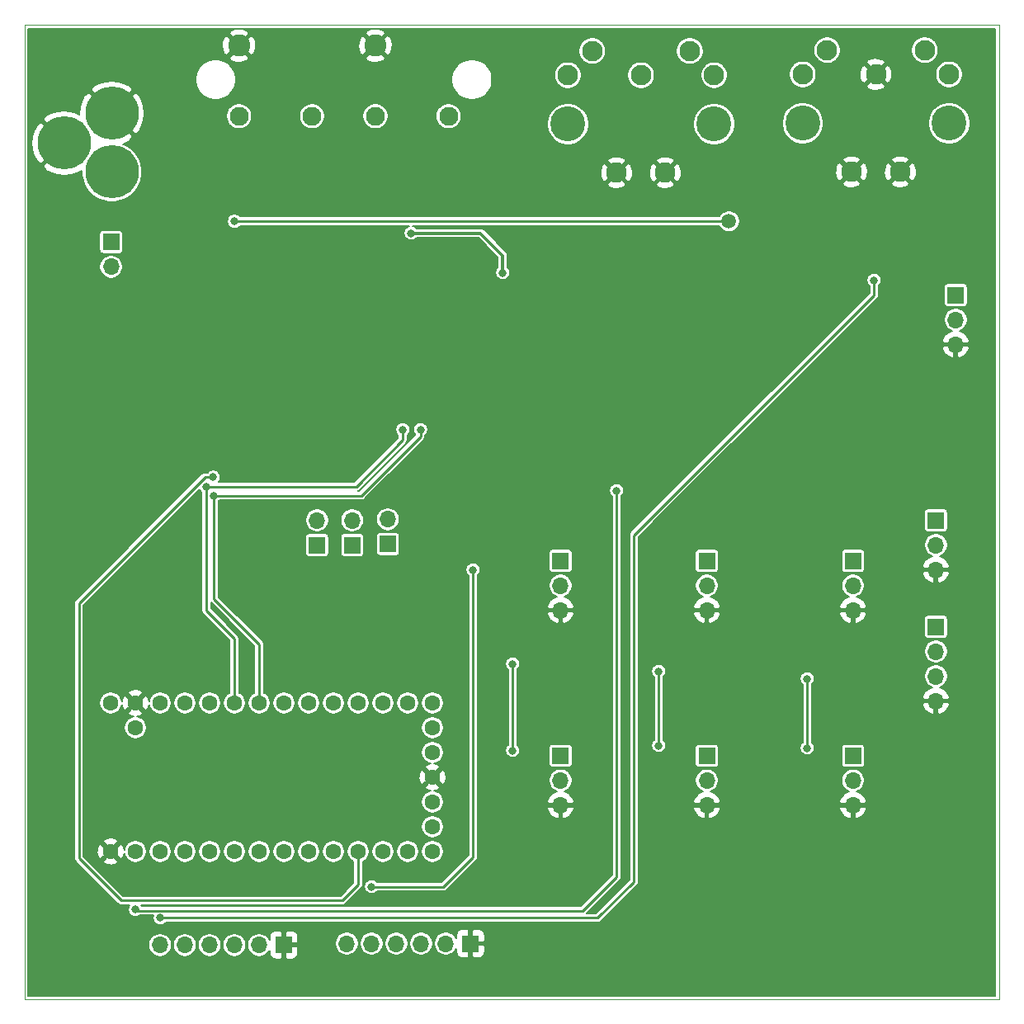
<source format=gbr>
%TF.GenerationSoftware,KiCad,Pcbnew,(5.1.6)-1*%
%TF.CreationDate,2020-08-11T23:20:13+02:00*%
%TF.ProjectId,AudioBoard,41756469-6f42-46f6-9172-642e6b696361,rev?*%
%TF.SameCoordinates,Original*%
%TF.FileFunction,Copper,L2,Bot*%
%TF.FilePolarity,Positive*%
%FSLAX46Y46*%
G04 Gerber Fmt 4.6, Leading zero omitted, Abs format (unit mm)*
G04 Created by KiCad (PCBNEW (5.1.6)-1) date 2020-08-11 23:20:13*
%MOMM*%
%LPD*%
G01*
G04 APERTURE LIST*
%TA.AperFunction,Profile*%
%ADD10C,0.050000*%
%TD*%
%TA.AperFunction,ComponentPad*%
%ADD11C,2.250000*%
%TD*%
%TA.AperFunction,ComponentPad*%
%ADD12C,1.950000*%
%TD*%
%TA.AperFunction,ComponentPad*%
%ADD13C,1.600000*%
%TD*%
%TA.AperFunction,ComponentPad*%
%ADD14O,1.700000X1.700000*%
%TD*%
%TA.AperFunction,ComponentPad*%
%ADD15R,1.700000X1.700000*%
%TD*%
%TA.AperFunction,ComponentPad*%
%ADD16C,3.585000*%
%TD*%
%TA.AperFunction,ComponentPad*%
%ADD17C,2.100000*%
%TD*%
%TA.AperFunction,ComponentPad*%
%ADD18C,5.460000*%
%TD*%
%TA.AperFunction,ViaPad*%
%ADD19C,0.800000*%
%TD*%
%TA.AperFunction,ViaPad*%
%ADD20C,1.500000*%
%TD*%
%TA.AperFunction,Conductor*%
%ADD21C,0.254000*%
%TD*%
%TA.AperFunction,Conductor*%
%ADD22C,0.300000*%
%TD*%
%TA.AperFunction,Conductor*%
%ADD23C,0.200000*%
%TD*%
G04 APERTURE END LIST*
D10*
X50000000Y-150000000D02*
X50000000Y-50000000D01*
X50000000Y-50000000D02*
X150000000Y-50000000D01*
X150000000Y-150000000D02*
X50000000Y-150000000D01*
X150000000Y-50000000D02*
X150000000Y-150000000D01*
D11*
%TO.P,J15,6*%
%TO.N,GND*%
X71996000Y-52126000D03*
%TO.P,J15,5*%
X85996000Y-52126000D03*
D12*
%TO.P,J15,4*%
%TO.N,/Audio IO (I2S)/RCA_IN_L*%
X71996000Y-59376000D03*
%TO.P,J15,3*%
%TO.N,/Audio IO (I2S)/RCA_IN_R*%
X79496000Y-59376000D03*
%TO.P,J15,2*%
%TO.N,/Audio IO (I2S)/RCA_OUT_L*%
X85996000Y-59376000D03*
%TO.P,J15,1*%
%TO.N,/Audio IO (I2S)/RCA_OUT_R*%
X93496000Y-59376000D03*
%TD*%
D13*
%TO.P,U1,1*%
%TO.N,GND*%
X58826400Y-134823200D03*
%TO.P,U1,2*%
%TO.N,/MIDI_IN*%
X61366400Y-134823200D03*
%TO.P,U1,3*%
%TO.N,/MIDI_OUT*%
X63906400Y-134823200D03*
%TO.P,U1,4*%
%TO.N,/I2S2_DOUT*%
X66446400Y-134823200D03*
%TO.P,U1,5*%
%TO.N,/I2S2_LRCK*%
X68986400Y-134823200D03*
%TO.P,U1,6*%
%TO.N,/I2S2_BCK*%
X71526400Y-134823200D03*
%TO.P,U1,7*%
%TO.N,/I2S2_DIN*%
X74066400Y-134823200D03*
%TO.P,U1,8*%
%TO.N,Net-(U1-Pad8)*%
X76606400Y-134823200D03*
%TO.P,U1,9*%
%TO.N,Net-(U1-Pad9)*%
X79146400Y-134823200D03*
%TO.P,U1,10*%
%TO.N,/I2S_DOUT*%
X81686400Y-134823200D03*
%TO.P,U1,11*%
%TO.N,/I2S_DIN*%
X84226400Y-134823200D03*
%TO.P,U1,12*%
%TO.N,Net-(J2-Pad4)*%
X86766400Y-134823200D03*
%TO.P,U1,13*%
%TO.N,Net-(J2-Pad3)*%
X89306400Y-134823200D03*
%TO.P,U1,34*%
%TO.N,Net-(U1-Pad34)*%
X61366400Y-122123200D03*
%TO.P,U1,33*%
%TO.N,+5V*%
X58826400Y-119583200D03*
%TO.P,U1,32*%
%TO.N,GND*%
X61366400Y-119583200D03*
%TO.P,U1,31*%
%TO.N,+3V3*%
X63906400Y-119583200D03*
%TO.P,U1,30*%
%TO.N,/POT6*%
X66446400Y-119583200D03*
%TO.P,U1,29*%
%TO.N,/POT5*%
X68986400Y-119583200D03*
%TO.P,U1,28*%
%TO.N,/I2S_BCK*%
X71526400Y-119583200D03*
%TO.P,U1,27*%
%TO.N,/I2S_LRCK*%
X74066400Y-119583200D03*
%TO.P,U1,26*%
%TO.N,/POT4*%
X76606400Y-119583200D03*
%TO.P,U1,25*%
%TO.N,/POT3*%
X79146400Y-119583200D03*
%TO.P,U1,24*%
%TO.N,/POT2*%
X81686400Y-119583200D03*
%TO.P,U1,23*%
%TO.N,/POT1*%
X84226400Y-119583200D03*
%TO.P,U1,22*%
%TO.N,/UART_OPT_RX*%
X86766400Y-119583200D03*
%TO.P,U1,21*%
%TO.N,/UART_OPT_TX*%
X89306400Y-119583200D03*
%TO.P,U1,14*%
%TO.N,Net-(J2-Pad2)*%
X91846400Y-134823200D03*
%TO.P,U1,15*%
%TO.N,Net-(J3-Pad3)*%
X91846400Y-132283200D03*
%TO.P,U1,16*%
%TO.N,+3V3*%
X91846400Y-129743200D03*
%TO.P,U1,20*%
%TO.N,Net-(U1-Pad20)*%
X91846400Y-119583200D03*
%TO.P,U1,19*%
%TO.N,Net-(J3-Pad1)*%
X91846400Y-122123200D03*
%TO.P,U1,18*%
%TO.N,Net-(J3-Pad2)*%
X91846400Y-124663200D03*
%TO.P,U1,17*%
%TO.N,GND*%
X91846400Y-127203200D03*
%TD*%
D14*
%TO.P,JP4,2*%
%TO.N,/Audio IO (I2S)/JP_BYPAS*%
X87274400Y-100736400D03*
D15*
%TO.P,JP4,1*%
%TO.N,+3V3*%
X87274400Y-103276400D03*
%TD*%
D14*
%TO.P,JP3,2*%
%TO.N,/Audio IO (I2S)/JP_MODE1*%
X83616800Y-100838000D03*
D15*
%TO.P,JP3,1*%
%TO.N,+3V3*%
X83616800Y-103378000D03*
%TD*%
D14*
%TO.P,JP2,2*%
%TO.N,/Audio IO (I2S)/JP_MODE0*%
X80010000Y-100838000D03*
D15*
%TO.P,JP2,1*%
%TO.N,+3V3*%
X80010000Y-103378000D03*
%TD*%
D14*
%TO.P,JP1,2*%
%TO.N,Net-(IC1-Pad3)*%
X58877200Y-74828400D03*
D15*
%TO.P,JP1,1*%
%TO.N,/DC_IN*%
X58877200Y-72288400D03*
%TD*%
D16*
%TO.P,J14,MH2*%
%TO.N,Net-(J14-PadMH2)*%
X129844800Y-60096400D03*
%TO.P,J14,MH1*%
%TO.N,Net-(J14-PadMH1)*%
X144854800Y-60096400D03*
D17*
%TO.P,J14,7*%
%TO.N,GND*%
X134849800Y-65096400D03*
%TO.P,J14,6*%
X139849800Y-65096400D03*
%TO.P,J14,5*%
%TO.N,Net-(J14-Pad5)*%
X132344800Y-52596400D03*
%TO.P,J14,4*%
%TO.N,Net-(J14-Pad4)*%
X142354800Y-52596400D03*
%TO.P,J14,3*%
%TO.N,Net-(J14-Pad3)*%
X129844800Y-55086400D03*
%TO.P,J14,2*%
%TO.N,GND*%
X137349800Y-55086400D03*
%TO.P,J14,1*%
%TO.N,Net-(J14-Pad1)*%
X144854800Y-55086400D03*
%TD*%
D16*
%TO.P,J13,MH2*%
%TO.N,Net-(J13-PadMH2)*%
X105741600Y-60178800D03*
%TO.P,J13,MH1*%
%TO.N,Net-(J13-PadMH1)*%
X120751600Y-60178800D03*
D17*
%TO.P,J13,7*%
%TO.N,GND*%
X110746600Y-65178800D03*
%TO.P,J13,6*%
X115746600Y-65178800D03*
%TO.P,J13,5*%
%TO.N,Net-(D1-Pad2)*%
X108241600Y-52678800D03*
%TO.P,J13,4*%
%TO.N,Net-(J13-Pad4)*%
X118251600Y-52678800D03*
%TO.P,J13,3*%
%TO.N,Net-(J13-Pad3)*%
X105741600Y-55168800D03*
%TO.P,J13,2*%
%TO.N,Net-(J13-Pad2)*%
X113246600Y-55168800D03*
%TO.P,J13,1*%
%TO.N,Net-(J13-Pad1)*%
X120751600Y-55168800D03*
%TD*%
D14*
%TO.P,J12,3*%
%TO.N,GND*%
X105000000Y-110080000D03*
%TO.P,J12,2*%
%TO.N,Net-(J12-Pad2)*%
X105000000Y-107540000D03*
D15*
%TO.P,J12,1*%
%TO.N,+3V3*%
X105000000Y-105000000D03*
%TD*%
D14*
%TO.P,J11,3*%
%TO.N,GND*%
X105000000Y-130080000D03*
%TO.P,J11,2*%
%TO.N,Net-(J11-Pad2)*%
X105000000Y-127540000D03*
D15*
%TO.P,J11,1*%
%TO.N,+3V3*%
X105000000Y-125000000D03*
%TD*%
D14*
%TO.P,J10,3*%
%TO.N,GND*%
X120000000Y-110080000D03*
%TO.P,J10,2*%
%TO.N,Net-(J10-Pad2)*%
X120000000Y-107540000D03*
D15*
%TO.P,J10,1*%
%TO.N,+3V3*%
X120000000Y-105000000D03*
%TD*%
D14*
%TO.P,J9,3*%
%TO.N,GND*%
X120000000Y-130080000D03*
%TO.P,J9,2*%
%TO.N,Net-(J9-Pad2)*%
X120000000Y-127540000D03*
D15*
%TO.P,J9,1*%
%TO.N,+3V3*%
X120000000Y-125000000D03*
%TD*%
D14*
%TO.P,J8,3*%
%TO.N,GND*%
X135000000Y-110080000D03*
%TO.P,J8,2*%
%TO.N,Net-(J8-Pad2)*%
X135000000Y-107540000D03*
D15*
%TO.P,J8,1*%
%TO.N,+3V3*%
X135000000Y-105000000D03*
%TD*%
D14*
%TO.P,J7,3*%
%TO.N,GND*%
X135000000Y-130080000D03*
%TO.P,J7,2*%
%TO.N,Net-(J7-Pad2)*%
X135000000Y-127540000D03*
D15*
%TO.P,J7,1*%
%TO.N,+3V3*%
X135000000Y-125000000D03*
%TD*%
D14*
%TO.P,J6,3*%
%TO.N,GND*%
X145542000Y-82804000D03*
%TO.P,J6,2*%
%TO.N,+3V3*%
X145542000Y-80264000D03*
D15*
%TO.P,J6,1*%
%TO.N,+5V*%
X145542000Y-77724000D03*
%TD*%
D18*
%TO.P,J5,C*%
%TO.N,GND*%
X58951200Y-59094000D03*
%TO.P,J5,B*%
X54051200Y-62144000D03*
%TO.P,J5,A*%
%TO.N,/DC_IN*%
X58951200Y-65094000D03*
%TD*%
D14*
%TO.P,J4,3*%
%TO.N,GND*%
X143510000Y-105918000D03*
%TO.P,J4,2*%
%TO.N,/UART_OPT_TX*%
X143510000Y-103378000D03*
D15*
%TO.P,J4,1*%
%TO.N,/UART_OPT_RX*%
X143510000Y-100838000D03*
%TD*%
D14*
%TO.P,J3,4*%
%TO.N,GND*%
X143510000Y-119380000D03*
%TO.P,J3,3*%
%TO.N,Net-(J3-Pad3)*%
X143510000Y-116840000D03*
%TO.P,J3,2*%
%TO.N,Net-(J3-Pad2)*%
X143510000Y-114300000D03*
D15*
%TO.P,J3,1*%
%TO.N,Net-(J3-Pad1)*%
X143510000Y-111760000D03*
%TD*%
D14*
%TO.P,J2,6*%
%TO.N,+3V3*%
X83058000Y-144272000D03*
%TO.P,J2,5*%
%TO.N,+5V*%
X85598000Y-144272000D03*
%TO.P,J2,4*%
%TO.N,Net-(J2-Pad4)*%
X88138000Y-144272000D03*
%TO.P,J2,3*%
%TO.N,Net-(J2-Pad3)*%
X90678000Y-144272000D03*
%TO.P,J2,2*%
%TO.N,Net-(J2-Pad2)*%
X93218000Y-144272000D03*
D15*
%TO.P,J2,1*%
%TO.N,GND*%
X95758000Y-144272000D03*
%TD*%
D14*
%TO.P,J1,6*%
%TO.N,+3V3*%
X63906400Y-144424400D03*
%TO.P,J1,5*%
%TO.N,/I2S2_DOUT*%
X66446400Y-144424400D03*
%TO.P,J1,4*%
%TO.N,/I2S2_LRCK*%
X68986400Y-144424400D03*
%TO.P,J1,3*%
%TO.N,/I2S2_BCK*%
X71526400Y-144424400D03*
%TO.P,J1,2*%
%TO.N,/I2S2_DIN*%
X74066400Y-144424400D03*
D15*
%TO.P,J1,1*%
%TO.N,GND*%
X76606400Y-144424400D03*
%TD*%
D19*
%TO.N,GND*%
X113334800Y-91236800D03*
X108204000Y-87122000D03*
X66294000Y-79248000D03*
X73660000Y-101346000D03*
X77978000Y-96266000D03*
X91389200Y-82524600D03*
X69850000Y-86360000D03*
X65786000Y-75692000D03*
X65786000Y-106680000D03*
X65278000Y-97028000D03*
X51816000Y-106426000D03*
X61722000Y-106934000D03*
X51308000Y-75692000D03*
X85344000Y-67310000D03*
X78994000Y-85598000D03*
X95250000Y-92964000D03*
X97536000Y-84836000D03*
D20*
%TO.N,+5V*%
X122275600Y-70154800D03*
D19*
X71526400Y-70154800D03*
%TO.N,/POT1*%
X130302000Y-124206000D03*
X130302000Y-117094000D03*
%TO.N,/POT2*%
X115062000Y-116332000D03*
X115062000Y-123952000D03*
%TO.N,/POT3*%
X100076000Y-115570000D03*
X100076000Y-124460000D03*
%TO.N,+3V3*%
X89662000Y-71374000D03*
X99060000Y-75438000D03*
%TO.N,/I2S_LRCK*%
X69443600Y-98298000D03*
X90627200Y-91541600D03*
%TO.N,/I2S_DOUT*%
X96012000Y-105918000D03*
X85598000Y-138430000D03*
%TO.N,/I2S_BCK*%
X68630800Y-97383600D03*
X88798400Y-91541600D03*
%TO.N,/I2S_DIN*%
X69357800Y-96418400D03*
%TO.N,/MIDI_IN*%
X61366400Y-140766800D03*
X110744000Y-97790000D03*
%TO.N,/MIDI_OUT*%
X63906400Y-141630400D03*
X137160000Y-76200000D03*
%TD*%
D21*
%TO.N,+5V*%
X122275600Y-70154800D02*
X71526400Y-70154800D01*
%TO.N,/POT1*%
X130302000Y-117094000D02*
X130302000Y-124206000D01*
%TO.N,/POT2*%
X115062000Y-116332000D02*
X115062000Y-123952000D01*
%TO.N,/POT3*%
X100076000Y-124460000D02*
X100076000Y-115570000D01*
D22*
%TO.N,+3V3*%
X89662000Y-71374000D02*
X94996000Y-71374000D01*
X94996000Y-71374000D02*
X96774000Y-71374000D01*
X96774000Y-71374000D02*
X99060000Y-73660000D01*
X99060000Y-73660000D02*
X99060000Y-75438000D01*
D21*
%TO.N,/I2S_LRCK*%
X69443600Y-99161600D02*
X69443600Y-108915200D01*
X74066400Y-113538000D02*
X74066400Y-119583200D01*
X69443600Y-108915200D02*
X74066400Y-113538000D01*
X69443600Y-99161600D02*
X69443600Y-98298000D01*
X69443600Y-98298000D02*
X84531200Y-98298000D01*
X84531200Y-98298000D02*
X90627200Y-92202000D01*
X90627200Y-92202000D02*
X90627200Y-91541600D01*
%TO.N,/I2S_DOUT*%
X92964000Y-138430000D02*
X96012000Y-135382000D01*
X85598000Y-138430000D02*
X92964000Y-138430000D01*
X96012000Y-135382000D02*
X96012000Y-105918000D01*
%TO.N,/I2S_BCK*%
X71526400Y-112979200D02*
X71526400Y-119583200D01*
X68630800Y-97383600D02*
X68630800Y-110083600D01*
X68630800Y-110083600D02*
X71526400Y-112979200D01*
X84023200Y-97383600D02*
X88798400Y-92608400D01*
X88798400Y-91541600D02*
X88798400Y-92608400D01*
X68630800Y-97383600D02*
X84023200Y-97383600D01*
%TO.N,/I2S_DIN*%
X84226400Y-138226800D02*
X84226400Y-134823200D01*
X82600800Y-139852400D02*
X84226400Y-138226800D01*
X68520038Y-96418400D02*
X55575200Y-109363238D01*
X55575200Y-135534400D02*
X59893200Y-139852400D01*
X69357800Y-96418400D02*
X68520038Y-96418400D01*
X55575200Y-109363238D02*
X55575200Y-135534400D01*
X59893200Y-139852400D02*
X82600800Y-139852400D01*
%TO.N,/MIDI_IN*%
X110744000Y-97790000D02*
X110744000Y-137414000D01*
X61502999Y-140903399D02*
X61366400Y-140766800D01*
X107254601Y-140903399D02*
X61502999Y-140903399D01*
X110744000Y-137414000D02*
X107254601Y-140903399D01*
%TO.N,/MIDI_OUT*%
X112522000Y-137922000D02*
X108813600Y-141630400D01*
X108813600Y-141630400D02*
X63906400Y-141630400D01*
X137160000Y-77724000D02*
X112522000Y-102362000D01*
X137160000Y-76200000D02*
X137160000Y-77724000D01*
X112522000Y-102362000D02*
X112522000Y-137922000D01*
%TD*%
D23*
%TO.N,GND*%
G36*
X149621001Y-149621000D02*
G01*
X50379000Y-149621000D01*
X50379000Y-144305816D01*
X62702400Y-144305816D01*
X62702400Y-144542984D01*
X62748669Y-144775594D01*
X62839429Y-144994708D01*
X62971192Y-145191905D01*
X63138895Y-145359608D01*
X63336092Y-145491371D01*
X63555206Y-145582131D01*
X63787816Y-145628400D01*
X64024984Y-145628400D01*
X64257594Y-145582131D01*
X64476708Y-145491371D01*
X64673905Y-145359608D01*
X64841608Y-145191905D01*
X64973371Y-144994708D01*
X65064131Y-144775594D01*
X65110400Y-144542984D01*
X65110400Y-144305816D01*
X65242400Y-144305816D01*
X65242400Y-144542984D01*
X65288669Y-144775594D01*
X65379429Y-144994708D01*
X65511192Y-145191905D01*
X65678895Y-145359608D01*
X65876092Y-145491371D01*
X66095206Y-145582131D01*
X66327816Y-145628400D01*
X66564984Y-145628400D01*
X66797594Y-145582131D01*
X67016708Y-145491371D01*
X67213905Y-145359608D01*
X67381608Y-145191905D01*
X67513371Y-144994708D01*
X67604131Y-144775594D01*
X67650400Y-144542984D01*
X67650400Y-144305816D01*
X67782400Y-144305816D01*
X67782400Y-144542984D01*
X67828669Y-144775594D01*
X67919429Y-144994708D01*
X68051192Y-145191905D01*
X68218895Y-145359608D01*
X68416092Y-145491371D01*
X68635206Y-145582131D01*
X68867816Y-145628400D01*
X69104984Y-145628400D01*
X69337594Y-145582131D01*
X69556708Y-145491371D01*
X69753905Y-145359608D01*
X69921608Y-145191905D01*
X70053371Y-144994708D01*
X70144131Y-144775594D01*
X70190400Y-144542984D01*
X70190400Y-144305816D01*
X70322400Y-144305816D01*
X70322400Y-144542984D01*
X70368669Y-144775594D01*
X70459429Y-144994708D01*
X70591192Y-145191905D01*
X70758895Y-145359608D01*
X70956092Y-145491371D01*
X71175206Y-145582131D01*
X71407816Y-145628400D01*
X71644984Y-145628400D01*
X71877594Y-145582131D01*
X72096708Y-145491371D01*
X72293905Y-145359608D01*
X72461608Y-145191905D01*
X72593371Y-144994708D01*
X72684131Y-144775594D01*
X72730400Y-144542984D01*
X72730400Y-144305816D01*
X72862400Y-144305816D01*
X72862400Y-144542984D01*
X72908669Y-144775594D01*
X72999429Y-144994708D01*
X73131192Y-145191905D01*
X73298895Y-145359608D01*
X73496092Y-145491371D01*
X73715206Y-145582131D01*
X73947816Y-145628400D01*
X74184984Y-145628400D01*
X74417594Y-145582131D01*
X74636708Y-145491371D01*
X74833905Y-145359608D01*
X75001608Y-145191905D01*
X75133371Y-144994708D01*
X75147151Y-144961441D01*
X75145458Y-145274400D01*
X75157197Y-145393589D01*
X75191963Y-145508197D01*
X75248420Y-145613821D01*
X75324399Y-145706401D01*
X75416979Y-145782380D01*
X75522603Y-145838837D01*
X75637211Y-145873603D01*
X75756400Y-145885342D01*
X76300400Y-145882400D01*
X76452400Y-145730400D01*
X76452400Y-144578400D01*
X76760400Y-144578400D01*
X76760400Y-145730400D01*
X76912400Y-145882400D01*
X77456400Y-145885342D01*
X77575589Y-145873603D01*
X77690197Y-145838837D01*
X77795821Y-145782380D01*
X77888401Y-145706401D01*
X77964380Y-145613821D01*
X78020837Y-145508197D01*
X78055603Y-145393589D01*
X78067342Y-145274400D01*
X78064400Y-144730400D01*
X77912400Y-144578400D01*
X76760400Y-144578400D01*
X76452400Y-144578400D01*
X76432400Y-144578400D01*
X76432400Y-144270400D01*
X76452400Y-144270400D01*
X76452400Y-143118400D01*
X76760400Y-143118400D01*
X76760400Y-144270400D01*
X77912400Y-144270400D01*
X78029384Y-144153416D01*
X81854000Y-144153416D01*
X81854000Y-144390584D01*
X81900269Y-144623194D01*
X81991029Y-144842308D01*
X82122792Y-145039505D01*
X82290495Y-145207208D01*
X82487692Y-145338971D01*
X82706806Y-145429731D01*
X82939416Y-145476000D01*
X83176584Y-145476000D01*
X83409194Y-145429731D01*
X83628308Y-145338971D01*
X83825505Y-145207208D01*
X83993208Y-145039505D01*
X84124971Y-144842308D01*
X84215731Y-144623194D01*
X84262000Y-144390584D01*
X84262000Y-144153416D01*
X84394000Y-144153416D01*
X84394000Y-144390584D01*
X84440269Y-144623194D01*
X84531029Y-144842308D01*
X84662792Y-145039505D01*
X84830495Y-145207208D01*
X85027692Y-145338971D01*
X85246806Y-145429731D01*
X85479416Y-145476000D01*
X85716584Y-145476000D01*
X85949194Y-145429731D01*
X86168308Y-145338971D01*
X86365505Y-145207208D01*
X86533208Y-145039505D01*
X86664971Y-144842308D01*
X86755731Y-144623194D01*
X86802000Y-144390584D01*
X86802000Y-144153416D01*
X86934000Y-144153416D01*
X86934000Y-144390584D01*
X86980269Y-144623194D01*
X87071029Y-144842308D01*
X87202792Y-145039505D01*
X87370495Y-145207208D01*
X87567692Y-145338971D01*
X87786806Y-145429731D01*
X88019416Y-145476000D01*
X88256584Y-145476000D01*
X88489194Y-145429731D01*
X88708308Y-145338971D01*
X88905505Y-145207208D01*
X89073208Y-145039505D01*
X89204971Y-144842308D01*
X89295731Y-144623194D01*
X89342000Y-144390584D01*
X89342000Y-144153416D01*
X89474000Y-144153416D01*
X89474000Y-144390584D01*
X89520269Y-144623194D01*
X89611029Y-144842308D01*
X89742792Y-145039505D01*
X89910495Y-145207208D01*
X90107692Y-145338971D01*
X90326806Y-145429731D01*
X90559416Y-145476000D01*
X90796584Y-145476000D01*
X91029194Y-145429731D01*
X91248308Y-145338971D01*
X91445505Y-145207208D01*
X91613208Y-145039505D01*
X91744971Y-144842308D01*
X91835731Y-144623194D01*
X91882000Y-144390584D01*
X91882000Y-144153416D01*
X92014000Y-144153416D01*
X92014000Y-144390584D01*
X92060269Y-144623194D01*
X92151029Y-144842308D01*
X92282792Y-145039505D01*
X92450495Y-145207208D01*
X92647692Y-145338971D01*
X92866806Y-145429731D01*
X93099416Y-145476000D01*
X93336584Y-145476000D01*
X93569194Y-145429731D01*
X93788308Y-145338971D01*
X93985505Y-145207208D01*
X94153208Y-145039505D01*
X94284971Y-144842308D01*
X94298751Y-144809041D01*
X94297058Y-145122000D01*
X94308797Y-145241189D01*
X94343563Y-145355797D01*
X94400020Y-145461421D01*
X94475999Y-145554001D01*
X94568579Y-145629980D01*
X94674203Y-145686437D01*
X94788811Y-145721203D01*
X94908000Y-145732942D01*
X95452000Y-145730000D01*
X95604000Y-145578000D01*
X95604000Y-144426000D01*
X95912000Y-144426000D01*
X95912000Y-145578000D01*
X96064000Y-145730000D01*
X96608000Y-145732942D01*
X96727189Y-145721203D01*
X96841797Y-145686437D01*
X96947421Y-145629980D01*
X97040001Y-145554001D01*
X97115980Y-145461421D01*
X97172437Y-145355797D01*
X97207203Y-145241189D01*
X97218942Y-145122000D01*
X97216000Y-144578000D01*
X97064000Y-144426000D01*
X95912000Y-144426000D01*
X95604000Y-144426000D01*
X95584000Y-144426000D01*
X95584000Y-144118000D01*
X95604000Y-144118000D01*
X95604000Y-142966000D01*
X95912000Y-142966000D01*
X95912000Y-144118000D01*
X97064000Y-144118000D01*
X97216000Y-143966000D01*
X97218942Y-143422000D01*
X97207203Y-143302811D01*
X97172437Y-143188203D01*
X97115980Y-143082579D01*
X97040001Y-142989999D01*
X96947421Y-142914020D01*
X96841797Y-142857563D01*
X96727189Y-142822797D01*
X96608000Y-142811058D01*
X96064000Y-142814000D01*
X95912000Y-142966000D01*
X95604000Y-142966000D01*
X95452000Y-142814000D01*
X94908000Y-142811058D01*
X94788811Y-142822797D01*
X94674203Y-142857563D01*
X94568579Y-142914020D01*
X94475999Y-142989999D01*
X94400020Y-143082579D01*
X94343563Y-143188203D01*
X94308797Y-143302811D01*
X94297058Y-143422000D01*
X94298751Y-143734959D01*
X94284971Y-143701692D01*
X94153208Y-143504495D01*
X93985505Y-143336792D01*
X93788308Y-143205029D01*
X93569194Y-143114269D01*
X93336584Y-143068000D01*
X93099416Y-143068000D01*
X92866806Y-143114269D01*
X92647692Y-143205029D01*
X92450495Y-143336792D01*
X92282792Y-143504495D01*
X92151029Y-143701692D01*
X92060269Y-143920806D01*
X92014000Y-144153416D01*
X91882000Y-144153416D01*
X91835731Y-143920806D01*
X91744971Y-143701692D01*
X91613208Y-143504495D01*
X91445505Y-143336792D01*
X91248308Y-143205029D01*
X91029194Y-143114269D01*
X90796584Y-143068000D01*
X90559416Y-143068000D01*
X90326806Y-143114269D01*
X90107692Y-143205029D01*
X89910495Y-143336792D01*
X89742792Y-143504495D01*
X89611029Y-143701692D01*
X89520269Y-143920806D01*
X89474000Y-144153416D01*
X89342000Y-144153416D01*
X89295731Y-143920806D01*
X89204971Y-143701692D01*
X89073208Y-143504495D01*
X88905505Y-143336792D01*
X88708308Y-143205029D01*
X88489194Y-143114269D01*
X88256584Y-143068000D01*
X88019416Y-143068000D01*
X87786806Y-143114269D01*
X87567692Y-143205029D01*
X87370495Y-143336792D01*
X87202792Y-143504495D01*
X87071029Y-143701692D01*
X86980269Y-143920806D01*
X86934000Y-144153416D01*
X86802000Y-144153416D01*
X86755731Y-143920806D01*
X86664971Y-143701692D01*
X86533208Y-143504495D01*
X86365505Y-143336792D01*
X86168308Y-143205029D01*
X85949194Y-143114269D01*
X85716584Y-143068000D01*
X85479416Y-143068000D01*
X85246806Y-143114269D01*
X85027692Y-143205029D01*
X84830495Y-143336792D01*
X84662792Y-143504495D01*
X84531029Y-143701692D01*
X84440269Y-143920806D01*
X84394000Y-144153416D01*
X84262000Y-144153416D01*
X84215731Y-143920806D01*
X84124971Y-143701692D01*
X83993208Y-143504495D01*
X83825505Y-143336792D01*
X83628308Y-143205029D01*
X83409194Y-143114269D01*
X83176584Y-143068000D01*
X82939416Y-143068000D01*
X82706806Y-143114269D01*
X82487692Y-143205029D01*
X82290495Y-143336792D01*
X82122792Y-143504495D01*
X81991029Y-143701692D01*
X81900269Y-143920806D01*
X81854000Y-144153416D01*
X78029384Y-144153416D01*
X78064400Y-144118400D01*
X78067342Y-143574400D01*
X78055603Y-143455211D01*
X78020837Y-143340603D01*
X77964380Y-143234979D01*
X77888401Y-143142399D01*
X77795821Y-143066420D01*
X77690197Y-143009963D01*
X77575589Y-142975197D01*
X77456400Y-142963458D01*
X76912400Y-142966400D01*
X76760400Y-143118400D01*
X76452400Y-143118400D01*
X76300400Y-142966400D01*
X75756400Y-142963458D01*
X75637211Y-142975197D01*
X75522603Y-143009963D01*
X75416979Y-143066420D01*
X75324399Y-143142399D01*
X75248420Y-143234979D01*
X75191963Y-143340603D01*
X75157197Y-143455211D01*
X75145458Y-143574400D01*
X75147151Y-143887359D01*
X75133371Y-143854092D01*
X75001608Y-143656895D01*
X74833905Y-143489192D01*
X74636708Y-143357429D01*
X74417594Y-143266669D01*
X74184984Y-143220400D01*
X73947816Y-143220400D01*
X73715206Y-143266669D01*
X73496092Y-143357429D01*
X73298895Y-143489192D01*
X73131192Y-143656895D01*
X72999429Y-143854092D01*
X72908669Y-144073206D01*
X72862400Y-144305816D01*
X72730400Y-144305816D01*
X72684131Y-144073206D01*
X72593371Y-143854092D01*
X72461608Y-143656895D01*
X72293905Y-143489192D01*
X72096708Y-143357429D01*
X71877594Y-143266669D01*
X71644984Y-143220400D01*
X71407816Y-143220400D01*
X71175206Y-143266669D01*
X70956092Y-143357429D01*
X70758895Y-143489192D01*
X70591192Y-143656895D01*
X70459429Y-143854092D01*
X70368669Y-144073206D01*
X70322400Y-144305816D01*
X70190400Y-144305816D01*
X70144131Y-144073206D01*
X70053371Y-143854092D01*
X69921608Y-143656895D01*
X69753905Y-143489192D01*
X69556708Y-143357429D01*
X69337594Y-143266669D01*
X69104984Y-143220400D01*
X68867816Y-143220400D01*
X68635206Y-143266669D01*
X68416092Y-143357429D01*
X68218895Y-143489192D01*
X68051192Y-143656895D01*
X67919429Y-143854092D01*
X67828669Y-144073206D01*
X67782400Y-144305816D01*
X67650400Y-144305816D01*
X67604131Y-144073206D01*
X67513371Y-143854092D01*
X67381608Y-143656895D01*
X67213905Y-143489192D01*
X67016708Y-143357429D01*
X66797594Y-143266669D01*
X66564984Y-143220400D01*
X66327816Y-143220400D01*
X66095206Y-143266669D01*
X65876092Y-143357429D01*
X65678895Y-143489192D01*
X65511192Y-143656895D01*
X65379429Y-143854092D01*
X65288669Y-144073206D01*
X65242400Y-144305816D01*
X65110400Y-144305816D01*
X65064131Y-144073206D01*
X64973371Y-143854092D01*
X64841608Y-143656895D01*
X64673905Y-143489192D01*
X64476708Y-143357429D01*
X64257594Y-143266669D01*
X64024984Y-143220400D01*
X63787816Y-143220400D01*
X63555206Y-143266669D01*
X63336092Y-143357429D01*
X63138895Y-143489192D01*
X62971192Y-143656895D01*
X62839429Y-143854092D01*
X62748669Y-144073206D01*
X62702400Y-144305816D01*
X50379000Y-144305816D01*
X50379000Y-109363238D01*
X55091873Y-109363238D01*
X55094200Y-109386864D01*
X55094201Y-135510764D01*
X55091873Y-135534400D01*
X55101160Y-135628692D01*
X55107783Y-135650523D01*
X55128665Y-135719361D01*
X55173329Y-135802922D01*
X55233437Y-135876164D01*
X55251789Y-135891225D01*
X59536375Y-140175812D01*
X59551436Y-140194164D01*
X59624678Y-140254272D01*
X59708239Y-140298936D01*
X59771403Y-140318096D01*
X59798907Y-140326440D01*
X59893199Y-140335727D01*
X59916826Y-140333400D01*
X60749161Y-140333400D01*
X60698214Y-140409647D01*
X60641376Y-140546866D01*
X60612400Y-140692538D01*
X60612400Y-140841062D01*
X60641376Y-140986734D01*
X60698214Y-141123953D01*
X60780730Y-141247447D01*
X60885753Y-141352470D01*
X61009247Y-141434986D01*
X61146466Y-141491824D01*
X61292138Y-141520800D01*
X61440662Y-141520800D01*
X61586334Y-141491824D01*
X61723553Y-141434986D01*
X61799262Y-141384399D01*
X63192173Y-141384399D01*
X63181376Y-141410466D01*
X63152400Y-141556138D01*
X63152400Y-141704662D01*
X63181376Y-141850334D01*
X63238214Y-141987553D01*
X63320730Y-142111047D01*
X63425753Y-142216070D01*
X63549247Y-142298586D01*
X63686466Y-142355424D01*
X63832138Y-142384400D01*
X63980662Y-142384400D01*
X64126334Y-142355424D01*
X64263553Y-142298586D01*
X64387047Y-142216070D01*
X64491717Y-142111400D01*
X108789974Y-142111400D01*
X108813600Y-142113727D01*
X108837226Y-142111400D01*
X108907892Y-142104440D01*
X108998561Y-142076936D01*
X109082122Y-142032272D01*
X109155364Y-141972164D01*
X109170430Y-141953806D01*
X112845406Y-138278830D01*
X112863764Y-138263764D01*
X112923872Y-138190522D01*
X112954881Y-138132508D01*
X112968536Y-138106962D01*
X112996040Y-138016293D01*
X113005327Y-137922000D01*
X113003000Y-137898374D01*
X113003000Y-130458910D01*
X118592097Y-130458910D01*
X118618854Y-130547139D01*
X118736527Y-130807611D01*
X118902754Y-131040122D01*
X119111148Y-131235736D01*
X119353700Y-131386935D01*
X119621089Y-131487909D01*
X119846000Y-131377850D01*
X119846000Y-130234000D01*
X120154000Y-130234000D01*
X120154000Y-131377850D01*
X120378911Y-131487909D01*
X120646300Y-131386935D01*
X120888852Y-131235736D01*
X121097246Y-131040122D01*
X121263473Y-130807611D01*
X121381146Y-130547139D01*
X121407903Y-130458910D01*
X133592097Y-130458910D01*
X133618854Y-130547139D01*
X133736527Y-130807611D01*
X133902754Y-131040122D01*
X134111148Y-131235736D01*
X134353700Y-131386935D01*
X134621089Y-131487909D01*
X134846000Y-131377850D01*
X134846000Y-130234000D01*
X135154000Y-130234000D01*
X135154000Y-131377850D01*
X135378911Y-131487909D01*
X135646300Y-131386935D01*
X135888852Y-131235736D01*
X136097246Y-131040122D01*
X136263473Y-130807611D01*
X136381146Y-130547139D01*
X136407903Y-130458910D01*
X136296889Y-130234000D01*
X135154000Y-130234000D01*
X134846000Y-130234000D01*
X133703111Y-130234000D01*
X133592097Y-130458910D01*
X121407903Y-130458910D01*
X121296889Y-130234000D01*
X120154000Y-130234000D01*
X119846000Y-130234000D01*
X118703111Y-130234000D01*
X118592097Y-130458910D01*
X113003000Y-130458910D01*
X113003000Y-129701090D01*
X118592097Y-129701090D01*
X118703111Y-129926000D01*
X119846000Y-129926000D01*
X119846000Y-129906000D01*
X120154000Y-129906000D01*
X120154000Y-129926000D01*
X121296889Y-129926000D01*
X121407903Y-129701090D01*
X133592097Y-129701090D01*
X133703111Y-129926000D01*
X134846000Y-129926000D01*
X134846000Y-129906000D01*
X135154000Y-129906000D01*
X135154000Y-129926000D01*
X136296889Y-129926000D01*
X136407903Y-129701090D01*
X136381146Y-129612861D01*
X136263473Y-129352389D01*
X136097246Y-129119878D01*
X135888852Y-128924264D01*
X135646300Y-128773065D01*
X135396792Y-128678844D01*
X135570308Y-128606971D01*
X135767505Y-128475208D01*
X135935208Y-128307505D01*
X136066971Y-128110308D01*
X136157731Y-127891194D01*
X136204000Y-127658584D01*
X136204000Y-127421416D01*
X136157731Y-127188806D01*
X136066971Y-126969692D01*
X135935208Y-126772495D01*
X135767505Y-126604792D01*
X135570308Y-126473029D01*
X135351194Y-126382269D01*
X135118584Y-126336000D01*
X134881416Y-126336000D01*
X134648806Y-126382269D01*
X134429692Y-126473029D01*
X134232495Y-126604792D01*
X134064792Y-126772495D01*
X133933029Y-126969692D01*
X133842269Y-127188806D01*
X133796000Y-127421416D01*
X133796000Y-127658584D01*
X133842269Y-127891194D01*
X133933029Y-128110308D01*
X134064792Y-128307505D01*
X134232495Y-128475208D01*
X134429692Y-128606971D01*
X134603208Y-128678844D01*
X134353700Y-128773065D01*
X134111148Y-128924264D01*
X133902754Y-129119878D01*
X133736527Y-129352389D01*
X133618854Y-129612861D01*
X133592097Y-129701090D01*
X121407903Y-129701090D01*
X121381146Y-129612861D01*
X121263473Y-129352389D01*
X121097246Y-129119878D01*
X120888852Y-128924264D01*
X120646300Y-128773065D01*
X120396792Y-128678844D01*
X120570308Y-128606971D01*
X120767505Y-128475208D01*
X120935208Y-128307505D01*
X121066971Y-128110308D01*
X121157731Y-127891194D01*
X121204000Y-127658584D01*
X121204000Y-127421416D01*
X121157731Y-127188806D01*
X121066971Y-126969692D01*
X120935208Y-126772495D01*
X120767505Y-126604792D01*
X120570308Y-126473029D01*
X120351194Y-126382269D01*
X120118584Y-126336000D01*
X119881416Y-126336000D01*
X119648806Y-126382269D01*
X119429692Y-126473029D01*
X119232495Y-126604792D01*
X119064792Y-126772495D01*
X118933029Y-126969692D01*
X118842269Y-127188806D01*
X118796000Y-127421416D01*
X118796000Y-127658584D01*
X118842269Y-127891194D01*
X118933029Y-128110308D01*
X119064792Y-128307505D01*
X119232495Y-128475208D01*
X119429692Y-128606971D01*
X119603208Y-128678844D01*
X119353700Y-128773065D01*
X119111148Y-128924264D01*
X118902754Y-129119878D01*
X118736527Y-129352389D01*
X118618854Y-129612861D01*
X118592097Y-129701090D01*
X113003000Y-129701090D01*
X113003000Y-116257738D01*
X114308000Y-116257738D01*
X114308000Y-116406262D01*
X114336976Y-116551934D01*
X114393814Y-116689153D01*
X114476330Y-116812647D01*
X114581000Y-116917317D01*
X114581001Y-123366682D01*
X114476330Y-123471353D01*
X114393814Y-123594847D01*
X114336976Y-123732066D01*
X114308000Y-123877738D01*
X114308000Y-124026262D01*
X114336976Y-124171934D01*
X114393814Y-124309153D01*
X114476330Y-124432647D01*
X114581353Y-124537670D01*
X114704847Y-124620186D01*
X114842066Y-124677024D01*
X114987738Y-124706000D01*
X115136262Y-124706000D01*
X115281934Y-124677024D01*
X115419153Y-124620186D01*
X115542647Y-124537670D01*
X115647670Y-124432647D01*
X115730186Y-124309153D01*
X115787024Y-124171934D01*
X115791386Y-124150000D01*
X118794288Y-124150000D01*
X118794288Y-125850000D01*
X118801123Y-125919396D01*
X118821365Y-125986125D01*
X118854236Y-126047623D01*
X118898474Y-126101526D01*
X118952377Y-126145764D01*
X119013875Y-126178635D01*
X119080604Y-126198877D01*
X119150000Y-126205712D01*
X120850000Y-126205712D01*
X120919396Y-126198877D01*
X120986125Y-126178635D01*
X121047623Y-126145764D01*
X121101526Y-126101526D01*
X121145764Y-126047623D01*
X121178635Y-125986125D01*
X121198877Y-125919396D01*
X121205712Y-125850000D01*
X121205712Y-124150000D01*
X121198877Y-124080604D01*
X121178635Y-124013875D01*
X121145764Y-123952377D01*
X121101526Y-123898474D01*
X121047623Y-123854236D01*
X120986125Y-123821365D01*
X120919396Y-123801123D01*
X120850000Y-123794288D01*
X119150000Y-123794288D01*
X119080604Y-123801123D01*
X119013875Y-123821365D01*
X118952377Y-123854236D01*
X118898474Y-123898474D01*
X118854236Y-123952377D01*
X118821365Y-124013875D01*
X118801123Y-124080604D01*
X118794288Y-124150000D01*
X115791386Y-124150000D01*
X115816000Y-124026262D01*
X115816000Y-123877738D01*
X115787024Y-123732066D01*
X115730186Y-123594847D01*
X115647670Y-123471353D01*
X115543000Y-123366683D01*
X115543000Y-117019738D01*
X129548000Y-117019738D01*
X129548000Y-117168262D01*
X129576976Y-117313934D01*
X129633814Y-117451153D01*
X129716330Y-117574647D01*
X129821000Y-117679317D01*
X129821001Y-123620682D01*
X129716330Y-123725353D01*
X129633814Y-123848847D01*
X129576976Y-123986066D01*
X129548000Y-124131738D01*
X129548000Y-124280262D01*
X129576976Y-124425934D01*
X129633814Y-124563153D01*
X129716330Y-124686647D01*
X129821353Y-124791670D01*
X129944847Y-124874186D01*
X130082066Y-124931024D01*
X130227738Y-124960000D01*
X130376262Y-124960000D01*
X130521934Y-124931024D01*
X130659153Y-124874186D01*
X130782647Y-124791670D01*
X130887670Y-124686647D01*
X130970186Y-124563153D01*
X131027024Y-124425934D01*
X131056000Y-124280262D01*
X131056000Y-124150000D01*
X133794288Y-124150000D01*
X133794288Y-125850000D01*
X133801123Y-125919396D01*
X133821365Y-125986125D01*
X133854236Y-126047623D01*
X133898474Y-126101526D01*
X133952377Y-126145764D01*
X134013875Y-126178635D01*
X134080604Y-126198877D01*
X134150000Y-126205712D01*
X135850000Y-126205712D01*
X135919396Y-126198877D01*
X135986125Y-126178635D01*
X136047623Y-126145764D01*
X136101526Y-126101526D01*
X136145764Y-126047623D01*
X136178635Y-125986125D01*
X136198877Y-125919396D01*
X136205712Y-125850000D01*
X136205712Y-124150000D01*
X136198877Y-124080604D01*
X136178635Y-124013875D01*
X136145764Y-123952377D01*
X136101526Y-123898474D01*
X136047623Y-123854236D01*
X135986125Y-123821365D01*
X135919396Y-123801123D01*
X135850000Y-123794288D01*
X134150000Y-123794288D01*
X134080604Y-123801123D01*
X134013875Y-123821365D01*
X133952377Y-123854236D01*
X133898474Y-123898474D01*
X133854236Y-123952377D01*
X133821365Y-124013875D01*
X133801123Y-124080604D01*
X133794288Y-124150000D01*
X131056000Y-124150000D01*
X131056000Y-124131738D01*
X131027024Y-123986066D01*
X130970186Y-123848847D01*
X130887670Y-123725353D01*
X130783000Y-123620683D01*
X130783000Y-119758910D01*
X142102097Y-119758910D01*
X142128854Y-119847139D01*
X142246527Y-120107611D01*
X142412754Y-120340122D01*
X142621148Y-120535736D01*
X142863700Y-120686935D01*
X143131089Y-120787909D01*
X143356000Y-120677850D01*
X143356000Y-119534000D01*
X143664000Y-119534000D01*
X143664000Y-120677850D01*
X143888911Y-120787909D01*
X144156300Y-120686935D01*
X144398852Y-120535736D01*
X144607246Y-120340122D01*
X144773473Y-120107611D01*
X144891146Y-119847139D01*
X144917903Y-119758910D01*
X144806889Y-119534000D01*
X143664000Y-119534000D01*
X143356000Y-119534000D01*
X142213111Y-119534000D01*
X142102097Y-119758910D01*
X130783000Y-119758910D01*
X130783000Y-119001090D01*
X142102097Y-119001090D01*
X142213111Y-119226000D01*
X143356000Y-119226000D01*
X143356000Y-119206000D01*
X143664000Y-119206000D01*
X143664000Y-119226000D01*
X144806889Y-119226000D01*
X144917903Y-119001090D01*
X144891146Y-118912861D01*
X144773473Y-118652389D01*
X144607246Y-118419878D01*
X144398852Y-118224264D01*
X144156300Y-118073065D01*
X143906792Y-117978844D01*
X144080308Y-117906971D01*
X144277505Y-117775208D01*
X144445208Y-117607505D01*
X144576971Y-117410308D01*
X144667731Y-117191194D01*
X144714000Y-116958584D01*
X144714000Y-116721416D01*
X144667731Y-116488806D01*
X144576971Y-116269692D01*
X144445208Y-116072495D01*
X144277505Y-115904792D01*
X144080308Y-115773029D01*
X143861194Y-115682269D01*
X143628584Y-115636000D01*
X143391416Y-115636000D01*
X143158806Y-115682269D01*
X142939692Y-115773029D01*
X142742495Y-115904792D01*
X142574792Y-116072495D01*
X142443029Y-116269692D01*
X142352269Y-116488806D01*
X142306000Y-116721416D01*
X142306000Y-116958584D01*
X142352269Y-117191194D01*
X142443029Y-117410308D01*
X142574792Y-117607505D01*
X142742495Y-117775208D01*
X142939692Y-117906971D01*
X143113208Y-117978844D01*
X142863700Y-118073065D01*
X142621148Y-118224264D01*
X142412754Y-118419878D01*
X142246527Y-118652389D01*
X142128854Y-118912861D01*
X142102097Y-119001090D01*
X130783000Y-119001090D01*
X130783000Y-117679317D01*
X130887670Y-117574647D01*
X130970186Y-117451153D01*
X131027024Y-117313934D01*
X131056000Y-117168262D01*
X131056000Y-117019738D01*
X131027024Y-116874066D01*
X130970186Y-116736847D01*
X130887670Y-116613353D01*
X130782647Y-116508330D01*
X130659153Y-116425814D01*
X130521934Y-116368976D01*
X130376262Y-116340000D01*
X130227738Y-116340000D01*
X130082066Y-116368976D01*
X129944847Y-116425814D01*
X129821353Y-116508330D01*
X129716330Y-116613353D01*
X129633814Y-116736847D01*
X129576976Y-116874066D01*
X129548000Y-117019738D01*
X115543000Y-117019738D01*
X115543000Y-116917317D01*
X115647670Y-116812647D01*
X115730186Y-116689153D01*
X115787024Y-116551934D01*
X115816000Y-116406262D01*
X115816000Y-116257738D01*
X115787024Y-116112066D01*
X115730186Y-115974847D01*
X115647670Y-115851353D01*
X115542647Y-115746330D01*
X115419153Y-115663814D01*
X115281934Y-115606976D01*
X115136262Y-115578000D01*
X114987738Y-115578000D01*
X114842066Y-115606976D01*
X114704847Y-115663814D01*
X114581353Y-115746330D01*
X114476330Y-115851353D01*
X114393814Y-115974847D01*
X114336976Y-116112066D01*
X114308000Y-116257738D01*
X113003000Y-116257738D01*
X113003000Y-114181416D01*
X142306000Y-114181416D01*
X142306000Y-114418584D01*
X142352269Y-114651194D01*
X142443029Y-114870308D01*
X142574792Y-115067505D01*
X142742495Y-115235208D01*
X142939692Y-115366971D01*
X143158806Y-115457731D01*
X143391416Y-115504000D01*
X143628584Y-115504000D01*
X143861194Y-115457731D01*
X144080308Y-115366971D01*
X144277505Y-115235208D01*
X144445208Y-115067505D01*
X144576971Y-114870308D01*
X144667731Y-114651194D01*
X144714000Y-114418584D01*
X144714000Y-114181416D01*
X144667731Y-113948806D01*
X144576971Y-113729692D01*
X144445208Y-113532495D01*
X144277505Y-113364792D01*
X144080308Y-113233029D01*
X143861194Y-113142269D01*
X143628584Y-113096000D01*
X143391416Y-113096000D01*
X143158806Y-113142269D01*
X142939692Y-113233029D01*
X142742495Y-113364792D01*
X142574792Y-113532495D01*
X142443029Y-113729692D01*
X142352269Y-113948806D01*
X142306000Y-114181416D01*
X113003000Y-114181416D01*
X113003000Y-110458910D01*
X118592097Y-110458910D01*
X118618854Y-110547139D01*
X118736527Y-110807611D01*
X118902754Y-111040122D01*
X119111148Y-111235736D01*
X119353700Y-111386935D01*
X119621089Y-111487909D01*
X119846000Y-111377850D01*
X119846000Y-110234000D01*
X120154000Y-110234000D01*
X120154000Y-111377850D01*
X120378911Y-111487909D01*
X120646300Y-111386935D01*
X120888852Y-111235736D01*
X121097246Y-111040122D01*
X121263473Y-110807611D01*
X121381146Y-110547139D01*
X121407903Y-110458910D01*
X133592097Y-110458910D01*
X133618854Y-110547139D01*
X133736527Y-110807611D01*
X133902754Y-111040122D01*
X134111148Y-111235736D01*
X134353700Y-111386935D01*
X134621089Y-111487909D01*
X134846000Y-111377850D01*
X134846000Y-110234000D01*
X135154000Y-110234000D01*
X135154000Y-111377850D01*
X135378911Y-111487909D01*
X135646300Y-111386935D01*
X135888852Y-111235736D01*
X136097246Y-111040122D01*
X136190272Y-110910000D01*
X142304288Y-110910000D01*
X142304288Y-112610000D01*
X142311123Y-112679396D01*
X142331365Y-112746125D01*
X142364236Y-112807623D01*
X142408474Y-112861526D01*
X142462377Y-112905764D01*
X142523875Y-112938635D01*
X142590604Y-112958877D01*
X142660000Y-112965712D01*
X144360000Y-112965712D01*
X144429396Y-112958877D01*
X144496125Y-112938635D01*
X144557623Y-112905764D01*
X144611526Y-112861526D01*
X144655764Y-112807623D01*
X144688635Y-112746125D01*
X144708877Y-112679396D01*
X144715712Y-112610000D01*
X144715712Y-110910000D01*
X144708877Y-110840604D01*
X144688635Y-110773875D01*
X144655764Y-110712377D01*
X144611526Y-110658474D01*
X144557623Y-110614236D01*
X144496125Y-110581365D01*
X144429396Y-110561123D01*
X144360000Y-110554288D01*
X142660000Y-110554288D01*
X142590604Y-110561123D01*
X142523875Y-110581365D01*
X142462377Y-110614236D01*
X142408474Y-110658474D01*
X142364236Y-110712377D01*
X142331365Y-110773875D01*
X142311123Y-110840604D01*
X142304288Y-110910000D01*
X136190272Y-110910000D01*
X136263473Y-110807611D01*
X136381146Y-110547139D01*
X136407903Y-110458910D01*
X136296889Y-110234000D01*
X135154000Y-110234000D01*
X134846000Y-110234000D01*
X133703111Y-110234000D01*
X133592097Y-110458910D01*
X121407903Y-110458910D01*
X121296889Y-110234000D01*
X120154000Y-110234000D01*
X119846000Y-110234000D01*
X118703111Y-110234000D01*
X118592097Y-110458910D01*
X113003000Y-110458910D01*
X113003000Y-109701090D01*
X118592097Y-109701090D01*
X118703111Y-109926000D01*
X119846000Y-109926000D01*
X119846000Y-109906000D01*
X120154000Y-109906000D01*
X120154000Y-109926000D01*
X121296889Y-109926000D01*
X121407903Y-109701090D01*
X133592097Y-109701090D01*
X133703111Y-109926000D01*
X134846000Y-109926000D01*
X134846000Y-109906000D01*
X135154000Y-109906000D01*
X135154000Y-109926000D01*
X136296889Y-109926000D01*
X136407903Y-109701090D01*
X136381146Y-109612861D01*
X136263473Y-109352389D01*
X136097246Y-109119878D01*
X135888852Y-108924264D01*
X135646300Y-108773065D01*
X135396792Y-108678844D01*
X135570308Y-108606971D01*
X135767505Y-108475208D01*
X135935208Y-108307505D01*
X136066971Y-108110308D01*
X136157731Y-107891194D01*
X136204000Y-107658584D01*
X136204000Y-107421416D01*
X136157731Y-107188806D01*
X136066971Y-106969692D01*
X135935208Y-106772495D01*
X135767505Y-106604792D01*
X135570308Y-106473029D01*
X135351194Y-106382269D01*
X135118584Y-106336000D01*
X134881416Y-106336000D01*
X134648806Y-106382269D01*
X134429692Y-106473029D01*
X134232495Y-106604792D01*
X134064792Y-106772495D01*
X133933029Y-106969692D01*
X133842269Y-107188806D01*
X133796000Y-107421416D01*
X133796000Y-107658584D01*
X133842269Y-107891194D01*
X133933029Y-108110308D01*
X134064792Y-108307505D01*
X134232495Y-108475208D01*
X134429692Y-108606971D01*
X134603208Y-108678844D01*
X134353700Y-108773065D01*
X134111148Y-108924264D01*
X133902754Y-109119878D01*
X133736527Y-109352389D01*
X133618854Y-109612861D01*
X133592097Y-109701090D01*
X121407903Y-109701090D01*
X121381146Y-109612861D01*
X121263473Y-109352389D01*
X121097246Y-109119878D01*
X120888852Y-108924264D01*
X120646300Y-108773065D01*
X120396792Y-108678844D01*
X120570308Y-108606971D01*
X120767505Y-108475208D01*
X120935208Y-108307505D01*
X121066971Y-108110308D01*
X121157731Y-107891194D01*
X121204000Y-107658584D01*
X121204000Y-107421416D01*
X121157731Y-107188806D01*
X121066971Y-106969692D01*
X120935208Y-106772495D01*
X120767505Y-106604792D01*
X120570308Y-106473029D01*
X120351194Y-106382269D01*
X120118584Y-106336000D01*
X119881416Y-106336000D01*
X119648806Y-106382269D01*
X119429692Y-106473029D01*
X119232495Y-106604792D01*
X119064792Y-106772495D01*
X118933029Y-106969692D01*
X118842269Y-107188806D01*
X118796000Y-107421416D01*
X118796000Y-107658584D01*
X118842269Y-107891194D01*
X118933029Y-108110308D01*
X119064792Y-108307505D01*
X119232495Y-108475208D01*
X119429692Y-108606971D01*
X119603208Y-108678844D01*
X119353700Y-108773065D01*
X119111148Y-108924264D01*
X118902754Y-109119878D01*
X118736527Y-109352389D01*
X118618854Y-109612861D01*
X118592097Y-109701090D01*
X113003000Y-109701090D01*
X113003000Y-106296910D01*
X142102097Y-106296910D01*
X142128854Y-106385139D01*
X142246527Y-106645611D01*
X142412754Y-106878122D01*
X142621148Y-107073736D01*
X142863700Y-107224935D01*
X143131089Y-107325909D01*
X143356000Y-107215850D01*
X143356000Y-106072000D01*
X143664000Y-106072000D01*
X143664000Y-107215850D01*
X143888911Y-107325909D01*
X144156300Y-107224935D01*
X144398852Y-107073736D01*
X144607246Y-106878122D01*
X144773473Y-106645611D01*
X144891146Y-106385139D01*
X144917903Y-106296910D01*
X144806889Y-106072000D01*
X143664000Y-106072000D01*
X143356000Y-106072000D01*
X142213111Y-106072000D01*
X142102097Y-106296910D01*
X113003000Y-106296910D01*
X113003000Y-104150000D01*
X118794288Y-104150000D01*
X118794288Y-105850000D01*
X118801123Y-105919396D01*
X118821365Y-105986125D01*
X118854236Y-106047623D01*
X118898474Y-106101526D01*
X118952377Y-106145764D01*
X119013875Y-106178635D01*
X119080604Y-106198877D01*
X119150000Y-106205712D01*
X120850000Y-106205712D01*
X120919396Y-106198877D01*
X120986125Y-106178635D01*
X121047623Y-106145764D01*
X121101526Y-106101526D01*
X121145764Y-106047623D01*
X121178635Y-105986125D01*
X121198877Y-105919396D01*
X121205712Y-105850000D01*
X121205712Y-104150000D01*
X133794288Y-104150000D01*
X133794288Y-105850000D01*
X133801123Y-105919396D01*
X133821365Y-105986125D01*
X133854236Y-106047623D01*
X133898474Y-106101526D01*
X133952377Y-106145764D01*
X134013875Y-106178635D01*
X134080604Y-106198877D01*
X134150000Y-106205712D01*
X135850000Y-106205712D01*
X135919396Y-106198877D01*
X135986125Y-106178635D01*
X136047623Y-106145764D01*
X136101526Y-106101526D01*
X136145764Y-106047623D01*
X136178635Y-105986125D01*
X136198877Y-105919396D01*
X136205712Y-105850000D01*
X136205712Y-105539090D01*
X142102097Y-105539090D01*
X142213111Y-105764000D01*
X143356000Y-105764000D01*
X143356000Y-105744000D01*
X143664000Y-105744000D01*
X143664000Y-105764000D01*
X144806889Y-105764000D01*
X144917903Y-105539090D01*
X144891146Y-105450861D01*
X144773473Y-105190389D01*
X144607246Y-104957878D01*
X144398852Y-104762264D01*
X144156300Y-104611065D01*
X143906792Y-104516844D01*
X144080308Y-104444971D01*
X144277505Y-104313208D01*
X144445208Y-104145505D01*
X144576971Y-103948308D01*
X144667731Y-103729194D01*
X144714000Y-103496584D01*
X144714000Y-103259416D01*
X144667731Y-103026806D01*
X144576971Y-102807692D01*
X144445208Y-102610495D01*
X144277505Y-102442792D01*
X144080308Y-102311029D01*
X143861194Y-102220269D01*
X143628584Y-102174000D01*
X143391416Y-102174000D01*
X143158806Y-102220269D01*
X142939692Y-102311029D01*
X142742495Y-102442792D01*
X142574792Y-102610495D01*
X142443029Y-102807692D01*
X142352269Y-103026806D01*
X142306000Y-103259416D01*
X142306000Y-103496584D01*
X142352269Y-103729194D01*
X142443029Y-103948308D01*
X142574792Y-104145505D01*
X142742495Y-104313208D01*
X142939692Y-104444971D01*
X143113208Y-104516844D01*
X142863700Y-104611065D01*
X142621148Y-104762264D01*
X142412754Y-104957878D01*
X142246527Y-105190389D01*
X142128854Y-105450861D01*
X142102097Y-105539090D01*
X136205712Y-105539090D01*
X136205712Y-104150000D01*
X136198877Y-104080604D01*
X136178635Y-104013875D01*
X136145764Y-103952377D01*
X136101526Y-103898474D01*
X136047623Y-103854236D01*
X135986125Y-103821365D01*
X135919396Y-103801123D01*
X135850000Y-103794288D01*
X134150000Y-103794288D01*
X134080604Y-103801123D01*
X134013875Y-103821365D01*
X133952377Y-103854236D01*
X133898474Y-103898474D01*
X133854236Y-103952377D01*
X133821365Y-104013875D01*
X133801123Y-104080604D01*
X133794288Y-104150000D01*
X121205712Y-104150000D01*
X121198877Y-104080604D01*
X121178635Y-104013875D01*
X121145764Y-103952377D01*
X121101526Y-103898474D01*
X121047623Y-103854236D01*
X120986125Y-103821365D01*
X120919396Y-103801123D01*
X120850000Y-103794288D01*
X119150000Y-103794288D01*
X119080604Y-103801123D01*
X119013875Y-103821365D01*
X118952377Y-103854236D01*
X118898474Y-103898474D01*
X118854236Y-103952377D01*
X118821365Y-104013875D01*
X118801123Y-104080604D01*
X118794288Y-104150000D01*
X113003000Y-104150000D01*
X113003000Y-102561236D01*
X115576236Y-99988000D01*
X142304288Y-99988000D01*
X142304288Y-101688000D01*
X142311123Y-101757396D01*
X142331365Y-101824125D01*
X142364236Y-101885623D01*
X142408474Y-101939526D01*
X142462377Y-101983764D01*
X142523875Y-102016635D01*
X142590604Y-102036877D01*
X142660000Y-102043712D01*
X144360000Y-102043712D01*
X144429396Y-102036877D01*
X144496125Y-102016635D01*
X144557623Y-101983764D01*
X144611526Y-101939526D01*
X144655764Y-101885623D01*
X144688635Y-101824125D01*
X144708877Y-101757396D01*
X144715712Y-101688000D01*
X144715712Y-99988000D01*
X144708877Y-99918604D01*
X144688635Y-99851875D01*
X144655764Y-99790377D01*
X144611526Y-99736474D01*
X144557623Y-99692236D01*
X144496125Y-99659365D01*
X144429396Y-99639123D01*
X144360000Y-99632288D01*
X142660000Y-99632288D01*
X142590604Y-99639123D01*
X142523875Y-99659365D01*
X142462377Y-99692236D01*
X142408474Y-99736474D01*
X142364236Y-99790377D01*
X142331365Y-99851875D01*
X142311123Y-99918604D01*
X142304288Y-99988000D01*
X115576236Y-99988000D01*
X132381326Y-83182910D01*
X144134097Y-83182910D01*
X144160854Y-83271139D01*
X144278527Y-83531611D01*
X144444754Y-83764122D01*
X144653148Y-83959736D01*
X144895700Y-84110935D01*
X145163089Y-84211909D01*
X145388000Y-84101850D01*
X145388000Y-82958000D01*
X145696000Y-82958000D01*
X145696000Y-84101850D01*
X145920911Y-84211909D01*
X146188300Y-84110935D01*
X146430852Y-83959736D01*
X146639246Y-83764122D01*
X146805473Y-83531611D01*
X146923146Y-83271139D01*
X146949903Y-83182910D01*
X146838889Y-82958000D01*
X145696000Y-82958000D01*
X145388000Y-82958000D01*
X144245111Y-82958000D01*
X144134097Y-83182910D01*
X132381326Y-83182910D01*
X133139146Y-82425090D01*
X144134097Y-82425090D01*
X144245111Y-82650000D01*
X145388000Y-82650000D01*
X145388000Y-82630000D01*
X145696000Y-82630000D01*
X145696000Y-82650000D01*
X146838889Y-82650000D01*
X146949903Y-82425090D01*
X146923146Y-82336861D01*
X146805473Y-82076389D01*
X146639246Y-81843878D01*
X146430852Y-81648264D01*
X146188300Y-81497065D01*
X145938792Y-81402844D01*
X146112308Y-81330971D01*
X146309505Y-81199208D01*
X146477208Y-81031505D01*
X146608971Y-80834308D01*
X146699731Y-80615194D01*
X146746000Y-80382584D01*
X146746000Y-80145416D01*
X146699731Y-79912806D01*
X146608971Y-79693692D01*
X146477208Y-79496495D01*
X146309505Y-79328792D01*
X146112308Y-79197029D01*
X145893194Y-79106269D01*
X145660584Y-79060000D01*
X145423416Y-79060000D01*
X145190806Y-79106269D01*
X144971692Y-79197029D01*
X144774495Y-79328792D01*
X144606792Y-79496495D01*
X144475029Y-79693692D01*
X144384269Y-79912806D01*
X144338000Y-80145416D01*
X144338000Y-80382584D01*
X144384269Y-80615194D01*
X144475029Y-80834308D01*
X144606792Y-81031505D01*
X144774495Y-81199208D01*
X144971692Y-81330971D01*
X145145208Y-81402844D01*
X144895700Y-81497065D01*
X144653148Y-81648264D01*
X144444754Y-81843878D01*
X144278527Y-82076389D01*
X144160854Y-82336861D01*
X144134097Y-82425090D01*
X133139146Y-82425090D01*
X137483412Y-78080825D01*
X137501764Y-78065764D01*
X137561872Y-77992522D01*
X137606536Y-77908961D01*
X137634040Y-77818292D01*
X137641000Y-77747626D01*
X137643327Y-77724000D01*
X137641000Y-77700374D01*
X137641000Y-76874000D01*
X144336288Y-76874000D01*
X144336288Y-78574000D01*
X144343123Y-78643396D01*
X144363365Y-78710125D01*
X144396236Y-78771623D01*
X144440474Y-78825526D01*
X144494377Y-78869764D01*
X144555875Y-78902635D01*
X144622604Y-78922877D01*
X144692000Y-78929712D01*
X146392000Y-78929712D01*
X146461396Y-78922877D01*
X146528125Y-78902635D01*
X146589623Y-78869764D01*
X146643526Y-78825526D01*
X146687764Y-78771623D01*
X146720635Y-78710125D01*
X146740877Y-78643396D01*
X146747712Y-78574000D01*
X146747712Y-76874000D01*
X146740877Y-76804604D01*
X146720635Y-76737875D01*
X146687764Y-76676377D01*
X146643526Y-76622474D01*
X146589623Y-76578236D01*
X146528125Y-76545365D01*
X146461396Y-76525123D01*
X146392000Y-76518288D01*
X144692000Y-76518288D01*
X144622604Y-76525123D01*
X144555875Y-76545365D01*
X144494377Y-76578236D01*
X144440474Y-76622474D01*
X144396236Y-76676377D01*
X144363365Y-76737875D01*
X144343123Y-76804604D01*
X144336288Y-76874000D01*
X137641000Y-76874000D01*
X137641000Y-76785317D01*
X137745670Y-76680647D01*
X137828186Y-76557153D01*
X137885024Y-76419934D01*
X137914000Y-76274262D01*
X137914000Y-76125738D01*
X137885024Y-75980066D01*
X137828186Y-75842847D01*
X137745670Y-75719353D01*
X137640647Y-75614330D01*
X137517153Y-75531814D01*
X137379934Y-75474976D01*
X137234262Y-75446000D01*
X137085738Y-75446000D01*
X136940066Y-75474976D01*
X136802847Y-75531814D01*
X136679353Y-75614330D01*
X136574330Y-75719353D01*
X136491814Y-75842847D01*
X136434976Y-75980066D01*
X136406000Y-76125738D01*
X136406000Y-76274262D01*
X136434976Y-76419934D01*
X136491814Y-76557153D01*
X136574330Y-76680647D01*
X136679000Y-76785317D01*
X136679001Y-77524762D01*
X112198594Y-102005170D01*
X112180236Y-102020236D01*
X112120128Y-102093478D01*
X112075464Y-102177040D01*
X112068692Y-102199365D01*
X112047960Y-102267708D01*
X112038673Y-102362000D01*
X112041000Y-102385626D01*
X112041001Y-137722763D01*
X108614364Y-141149400D01*
X107688836Y-141149400D01*
X111067412Y-137770825D01*
X111085764Y-137755764D01*
X111145872Y-137682522D01*
X111190536Y-137598961D01*
X111218040Y-137508292D01*
X111225000Y-137437626D01*
X111225000Y-137437625D01*
X111227327Y-137414001D01*
X111225000Y-137390377D01*
X111225000Y-98375317D01*
X111329670Y-98270647D01*
X111412186Y-98147153D01*
X111469024Y-98009934D01*
X111498000Y-97864262D01*
X111498000Y-97715738D01*
X111469024Y-97570066D01*
X111412186Y-97432847D01*
X111329670Y-97309353D01*
X111224647Y-97204330D01*
X111101153Y-97121814D01*
X110963934Y-97064976D01*
X110818262Y-97036000D01*
X110669738Y-97036000D01*
X110524066Y-97064976D01*
X110386847Y-97121814D01*
X110263353Y-97204330D01*
X110158330Y-97309353D01*
X110075814Y-97432847D01*
X110018976Y-97570066D01*
X109990000Y-97715738D01*
X109990000Y-97864262D01*
X110018976Y-98009934D01*
X110075814Y-98147153D01*
X110158330Y-98270647D01*
X110263000Y-98375317D01*
X110263001Y-137214762D01*
X107055365Y-140422399D01*
X62039868Y-140422399D01*
X62034586Y-140409647D01*
X61983639Y-140333400D01*
X82577174Y-140333400D01*
X82600800Y-140335727D01*
X82624426Y-140333400D01*
X82695092Y-140326440D01*
X82785761Y-140298936D01*
X82869322Y-140254272D01*
X82942564Y-140194164D01*
X82957630Y-140175806D01*
X84549806Y-138583630D01*
X84568164Y-138568564D01*
X84628272Y-138495322D01*
X84663187Y-138430000D01*
X84672936Y-138411762D01*
X84689930Y-138355738D01*
X84844000Y-138355738D01*
X84844000Y-138504262D01*
X84872976Y-138649934D01*
X84929814Y-138787153D01*
X85012330Y-138910647D01*
X85117353Y-139015670D01*
X85240847Y-139098186D01*
X85378066Y-139155024D01*
X85523738Y-139184000D01*
X85672262Y-139184000D01*
X85817934Y-139155024D01*
X85955153Y-139098186D01*
X86078647Y-139015670D01*
X86183317Y-138911000D01*
X92940374Y-138911000D01*
X92964000Y-138913327D01*
X92987626Y-138911000D01*
X93058292Y-138904040D01*
X93148961Y-138876536D01*
X93232522Y-138831872D01*
X93305764Y-138771764D01*
X93320830Y-138753406D01*
X96335412Y-135738825D01*
X96353764Y-135723764D01*
X96413872Y-135650522D01*
X96458536Y-135566961D01*
X96486040Y-135476292D01*
X96493000Y-135405626D01*
X96493000Y-135405625D01*
X96495327Y-135382000D01*
X96493000Y-135358374D01*
X96493000Y-130458910D01*
X103592097Y-130458910D01*
X103618854Y-130547139D01*
X103736527Y-130807611D01*
X103902754Y-131040122D01*
X104111148Y-131235736D01*
X104353700Y-131386935D01*
X104621089Y-131487909D01*
X104846000Y-131377850D01*
X104846000Y-130234000D01*
X105154000Y-130234000D01*
X105154000Y-131377850D01*
X105378911Y-131487909D01*
X105646300Y-131386935D01*
X105888852Y-131235736D01*
X106097246Y-131040122D01*
X106263473Y-130807611D01*
X106381146Y-130547139D01*
X106407903Y-130458910D01*
X106296889Y-130234000D01*
X105154000Y-130234000D01*
X104846000Y-130234000D01*
X103703111Y-130234000D01*
X103592097Y-130458910D01*
X96493000Y-130458910D01*
X96493000Y-129701090D01*
X103592097Y-129701090D01*
X103703111Y-129926000D01*
X104846000Y-129926000D01*
X104846000Y-129906000D01*
X105154000Y-129906000D01*
X105154000Y-129926000D01*
X106296889Y-129926000D01*
X106407903Y-129701090D01*
X106381146Y-129612861D01*
X106263473Y-129352389D01*
X106097246Y-129119878D01*
X105888852Y-128924264D01*
X105646300Y-128773065D01*
X105396792Y-128678844D01*
X105570308Y-128606971D01*
X105767505Y-128475208D01*
X105935208Y-128307505D01*
X106066971Y-128110308D01*
X106157731Y-127891194D01*
X106204000Y-127658584D01*
X106204000Y-127421416D01*
X106157731Y-127188806D01*
X106066971Y-126969692D01*
X105935208Y-126772495D01*
X105767505Y-126604792D01*
X105570308Y-126473029D01*
X105351194Y-126382269D01*
X105118584Y-126336000D01*
X104881416Y-126336000D01*
X104648806Y-126382269D01*
X104429692Y-126473029D01*
X104232495Y-126604792D01*
X104064792Y-126772495D01*
X103933029Y-126969692D01*
X103842269Y-127188806D01*
X103796000Y-127421416D01*
X103796000Y-127658584D01*
X103842269Y-127891194D01*
X103933029Y-128110308D01*
X104064792Y-128307505D01*
X104232495Y-128475208D01*
X104429692Y-128606971D01*
X104603208Y-128678844D01*
X104353700Y-128773065D01*
X104111148Y-128924264D01*
X103902754Y-129119878D01*
X103736527Y-129352389D01*
X103618854Y-129612861D01*
X103592097Y-129701090D01*
X96493000Y-129701090D01*
X96493000Y-115495738D01*
X99322000Y-115495738D01*
X99322000Y-115644262D01*
X99350976Y-115789934D01*
X99407814Y-115927153D01*
X99490330Y-116050647D01*
X99595001Y-116155318D01*
X99595000Y-123874683D01*
X99490330Y-123979353D01*
X99407814Y-124102847D01*
X99350976Y-124240066D01*
X99322000Y-124385738D01*
X99322000Y-124534262D01*
X99350976Y-124679934D01*
X99407814Y-124817153D01*
X99490330Y-124940647D01*
X99595353Y-125045670D01*
X99718847Y-125128186D01*
X99856066Y-125185024D01*
X100001738Y-125214000D01*
X100150262Y-125214000D01*
X100295934Y-125185024D01*
X100433153Y-125128186D01*
X100556647Y-125045670D01*
X100661670Y-124940647D01*
X100744186Y-124817153D01*
X100801024Y-124679934D01*
X100830000Y-124534262D01*
X100830000Y-124385738D01*
X100801024Y-124240066D01*
X100763718Y-124150000D01*
X103794288Y-124150000D01*
X103794288Y-125850000D01*
X103801123Y-125919396D01*
X103821365Y-125986125D01*
X103854236Y-126047623D01*
X103898474Y-126101526D01*
X103952377Y-126145764D01*
X104013875Y-126178635D01*
X104080604Y-126198877D01*
X104150000Y-126205712D01*
X105850000Y-126205712D01*
X105919396Y-126198877D01*
X105986125Y-126178635D01*
X106047623Y-126145764D01*
X106101526Y-126101526D01*
X106145764Y-126047623D01*
X106178635Y-125986125D01*
X106198877Y-125919396D01*
X106205712Y-125850000D01*
X106205712Y-124150000D01*
X106198877Y-124080604D01*
X106178635Y-124013875D01*
X106145764Y-123952377D01*
X106101526Y-123898474D01*
X106047623Y-123854236D01*
X105986125Y-123821365D01*
X105919396Y-123801123D01*
X105850000Y-123794288D01*
X104150000Y-123794288D01*
X104080604Y-123801123D01*
X104013875Y-123821365D01*
X103952377Y-123854236D01*
X103898474Y-123898474D01*
X103854236Y-123952377D01*
X103821365Y-124013875D01*
X103801123Y-124080604D01*
X103794288Y-124150000D01*
X100763718Y-124150000D01*
X100744186Y-124102847D01*
X100661670Y-123979353D01*
X100557000Y-123874683D01*
X100557000Y-116155317D01*
X100661670Y-116050647D01*
X100744186Y-115927153D01*
X100801024Y-115789934D01*
X100830000Y-115644262D01*
X100830000Y-115495738D01*
X100801024Y-115350066D01*
X100744186Y-115212847D01*
X100661670Y-115089353D01*
X100556647Y-114984330D01*
X100433153Y-114901814D01*
X100295934Y-114844976D01*
X100150262Y-114816000D01*
X100001738Y-114816000D01*
X99856066Y-114844976D01*
X99718847Y-114901814D01*
X99595353Y-114984330D01*
X99490330Y-115089353D01*
X99407814Y-115212847D01*
X99350976Y-115350066D01*
X99322000Y-115495738D01*
X96493000Y-115495738D01*
X96493000Y-110458910D01*
X103592097Y-110458910D01*
X103618854Y-110547139D01*
X103736527Y-110807611D01*
X103902754Y-111040122D01*
X104111148Y-111235736D01*
X104353700Y-111386935D01*
X104621089Y-111487909D01*
X104846000Y-111377850D01*
X104846000Y-110234000D01*
X105154000Y-110234000D01*
X105154000Y-111377850D01*
X105378911Y-111487909D01*
X105646300Y-111386935D01*
X105888852Y-111235736D01*
X106097246Y-111040122D01*
X106263473Y-110807611D01*
X106381146Y-110547139D01*
X106407903Y-110458910D01*
X106296889Y-110234000D01*
X105154000Y-110234000D01*
X104846000Y-110234000D01*
X103703111Y-110234000D01*
X103592097Y-110458910D01*
X96493000Y-110458910D01*
X96493000Y-109701090D01*
X103592097Y-109701090D01*
X103703111Y-109926000D01*
X104846000Y-109926000D01*
X104846000Y-109906000D01*
X105154000Y-109906000D01*
X105154000Y-109926000D01*
X106296889Y-109926000D01*
X106407903Y-109701090D01*
X106381146Y-109612861D01*
X106263473Y-109352389D01*
X106097246Y-109119878D01*
X105888852Y-108924264D01*
X105646300Y-108773065D01*
X105396792Y-108678844D01*
X105570308Y-108606971D01*
X105767505Y-108475208D01*
X105935208Y-108307505D01*
X106066971Y-108110308D01*
X106157731Y-107891194D01*
X106204000Y-107658584D01*
X106204000Y-107421416D01*
X106157731Y-107188806D01*
X106066971Y-106969692D01*
X105935208Y-106772495D01*
X105767505Y-106604792D01*
X105570308Y-106473029D01*
X105351194Y-106382269D01*
X105118584Y-106336000D01*
X104881416Y-106336000D01*
X104648806Y-106382269D01*
X104429692Y-106473029D01*
X104232495Y-106604792D01*
X104064792Y-106772495D01*
X103933029Y-106969692D01*
X103842269Y-107188806D01*
X103796000Y-107421416D01*
X103796000Y-107658584D01*
X103842269Y-107891194D01*
X103933029Y-108110308D01*
X104064792Y-108307505D01*
X104232495Y-108475208D01*
X104429692Y-108606971D01*
X104603208Y-108678844D01*
X104353700Y-108773065D01*
X104111148Y-108924264D01*
X103902754Y-109119878D01*
X103736527Y-109352389D01*
X103618854Y-109612861D01*
X103592097Y-109701090D01*
X96493000Y-109701090D01*
X96493000Y-106503317D01*
X96597670Y-106398647D01*
X96680186Y-106275153D01*
X96737024Y-106137934D01*
X96766000Y-105992262D01*
X96766000Y-105843738D01*
X96737024Y-105698066D01*
X96680186Y-105560847D01*
X96597670Y-105437353D01*
X96492647Y-105332330D01*
X96369153Y-105249814D01*
X96231934Y-105192976D01*
X96086262Y-105164000D01*
X95937738Y-105164000D01*
X95792066Y-105192976D01*
X95654847Y-105249814D01*
X95531353Y-105332330D01*
X95426330Y-105437353D01*
X95343814Y-105560847D01*
X95286976Y-105698066D01*
X95258000Y-105843738D01*
X95258000Y-105992262D01*
X95286976Y-106137934D01*
X95343814Y-106275153D01*
X95426330Y-106398647D01*
X95531001Y-106503318D01*
X95531000Y-135182763D01*
X92764764Y-137949000D01*
X86183317Y-137949000D01*
X86078647Y-137844330D01*
X85955153Y-137761814D01*
X85817934Y-137704976D01*
X85672262Y-137676000D01*
X85523738Y-137676000D01*
X85378066Y-137704976D01*
X85240847Y-137761814D01*
X85117353Y-137844330D01*
X85012330Y-137949353D01*
X84929814Y-138072847D01*
X84872976Y-138210066D01*
X84844000Y-138355738D01*
X84689930Y-138355738D01*
X84700440Y-138321093D01*
X84709727Y-138226800D01*
X84707400Y-138203174D01*
X84707400Y-135873044D01*
X84773024Y-135845862D01*
X84962032Y-135719571D01*
X85122771Y-135558832D01*
X85249062Y-135369824D01*
X85336053Y-135159809D01*
X85380400Y-134936859D01*
X85380400Y-134709541D01*
X85612400Y-134709541D01*
X85612400Y-134936859D01*
X85656747Y-135159809D01*
X85743738Y-135369824D01*
X85870029Y-135558832D01*
X86030768Y-135719571D01*
X86219776Y-135845862D01*
X86429791Y-135932853D01*
X86652741Y-135977200D01*
X86880059Y-135977200D01*
X87103009Y-135932853D01*
X87313024Y-135845862D01*
X87502032Y-135719571D01*
X87662771Y-135558832D01*
X87789062Y-135369824D01*
X87876053Y-135159809D01*
X87920400Y-134936859D01*
X87920400Y-134709541D01*
X88152400Y-134709541D01*
X88152400Y-134936859D01*
X88196747Y-135159809D01*
X88283738Y-135369824D01*
X88410029Y-135558832D01*
X88570768Y-135719571D01*
X88759776Y-135845862D01*
X88969791Y-135932853D01*
X89192741Y-135977200D01*
X89420059Y-135977200D01*
X89643009Y-135932853D01*
X89853024Y-135845862D01*
X90042032Y-135719571D01*
X90202771Y-135558832D01*
X90329062Y-135369824D01*
X90416053Y-135159809D01*
X90460400Y-134936859D01*
X90460400Y-134709541D01*
X90692400Y-134709541D01*
X90692400Y-134936859D01*
X90736747Y-135159809D01*
X90823738Y-135369824D01*
X90950029Y-135558832D01*
X91110768Y-135719571D01*
X91299776Y-135845862D01*
X91509791Y-135932853D01*
X91732741Y-135977200D01*
X91960059Y-135977200D01*
X92183009Y-135932853D01*
X92393024Y-135845862D01*
X92582032Y-135719571D01*
X92742771Y-135558832D01*
X92869062Y-135369824D01*
X92956053Y-135159809D01*
X93000400Y-134936859D01*
X93000400Y-134709541D01*
X92956053Y-134486591D01*
X92869062Y-134276576D01*
X92742771Y-134087568D01*
X92582032Y-133926829D01*
X92393024Y-133800538D01*
X92183009Y-133713547D01*
X91960059Y-133669200D01*
X91732741Y-133669200D01*
X91509791Y-133713547D01*
X91299776Y-133800538D01*
X91110768Y-133926829D01*
X90950029Y-134087568D01*
X90823738Y-134276576D01*
X90736747Y-134486591D01*
X90692400Y-134709541D01*
X90460400Y-134709541D01*
X90416053Y-134486591D01*
X90329062Y-134276576D01*
X90202771Y-134087568D01*
X90042032Y-133926829D01*
X89853024Y-133800538D01*
X89643009Y-133713547D01*
X89420059Y-133669200D01*
X89192741Y-133669200D01*
X88969791Y-133713547D01*
X88759776Y-133800538D01*
X88570768Y-133926829D01*
X88410029Y-134087568D01*
X88283738Y-134276576D01*
X88196747Y-134486591D01*
X88152400Y-134709541D01*
X87920400Y-134709541D01*
X87876053Y-134486591D01*
X87789062Y-134276576D01*
X87662771Y-134087568D01*
X87502032Y-133926829D01*
X87313024Y-133800538D01*
X87103009Y-133713547D01*
X86880059Y-133669200D01*
X86652741Y-133669200D01*
X86429791Y-133713547D01*
X86219776Y-133800538D01*
X86030768Y-133926829D01*
X85870029Y-134087568D01*
X85743738Y-134276576D01*
X85656747Y-134486591D01*
X85612400Y-134709541D01*
X85380400Y-134709541D01*
X85336053Y-134486591D01*
X85249062Y-134276576D01*
X85122771Y-134087568D01*
X84962032Y-133926829D01*
X84773024Y-133800538D01*
X84563009Y-133713547D01*
X84340059Y-133669200D01*
X84112741Y-133669200D01*
X83889791Y-133713547D01*
X83679776Y-133800538D01*
X83490768Y-133926829D01*
X83330029Y-134087568D01*
X83203738Y-134276576D01*
X83116747Y-134486591D01*
X83072400Y-134709541D01*
X83072400Y-134936859D01*
X83116747Y-135159809D01*
X83203738Y-135369824D01*
X83330029Y-135558832D01*
X83490768Y-135719571D01*
X83679776Y-135845862D01*
X83745401Y-135873045D01*
X83745400Y-138027564D01*
X82401564Y-139371400D01*
X60092437Y-139371400D01*
X56539411Y-135818374D01*
X58049015Y-135818374D01*
X58124324Y-136051527D01*
X58377448Y-136164893D01*
X58647826Y-136226698D01*
X58925066Y-136234569D01*
X59198514Y-136188201D01*
X59457663Y-136089377D01*
X59528476Y-136051527D01*
X59603785Y-135818374D01*
X58826400Y-135040989D01*
X58049015Y-135818374D01*
X56539411Y-135818374D01*
X56056200Y-135335164D01*
X56056200Y-134921866D01*
X57415031Y-134921866D01*
X57461399Y-135195314D01*
X57560223Y-135454463D01*
X57598073Y-135525276D01*
X57831226Y-135600585D01*
X58608611Y-134823200D01*
X59044189Y-134823200D01*
X59821574Y-135600585D01*
X60054727Y-135525276D01*
X60168093Y-135272152D01*
X60227446Y-135012501D01*
X60256747Y-135159809D01*
X60343738Y-135369824D01*
X60470029Y-135558832D01*
X60630768Y-135719571D01*
X60819776Y-135845862D01*
X61029791Y-135932853D01*
X61252741Y-135977200D01*
X61480059Y-135977200D01*
X61703009Y-135932853D01*
X61913024Y-135845862D01*
X62102032Y-135719571D01*
X62262771Y-135558832D01*
X62389062Y-135369824D01*
X62476053Y-135159809D01*
X62520400Y-134936859D01*
X62520400Y-134709541D01*
X62752400Y-134709541D01*
X62752400Y-134936859D01*
X62796747Y-135159809D01*
X62883738Y-135369824D01*
X63010029Y-135558832D01*
X63170768Y-135719571D01*
X63359776Y-135845862D01*
X63569791Y-135932853D01*
X63792741Y-135977200D01*
X64020059Y-135977200D01*
X64243009Y-135932853D01*
X64453024Y-135845862D01*
X64642032Y-135719571D01*
X64802771Y-135558832D01*
X64929062Y-135369824D01*
X65016053Y-135159809D01*
X65060400Y-134936859D01*
X65060400Y-134709541D01*
X65292400Y-134709541D01*
X65292400Y-134936859D01*
X65336747Y-135159809D01*
X65423738Y-135369824D01*
X65550029Y-135558832D01*
X65710768Y-135719571D01*
X65899776Y-135845862D01*
X66109791Y-135932853D01*
X66332741Y-135977200D01*
X66560059Y-135977200D01*
X66783009Y-135932853D01*
X66993024Y-135845862D01*
X67182032Y-135719571D01*
X67342771Y-135558832D01*
X67469062Y-135369824D01*
X67556053Y-135159809D01*
X67600400Y-134936859D01*
X67600400Y-134709541D01*
X67832400Y-134709541D01*
X67832400Y-134936859D01*
X67876747Y-135159809D01*
X67963738Y-135369824D01*
X68090029Y-135558832D01*
X68250768Y-135719571D01*
X68439776Y-135845862D01*
X68649791Y-135932853D01*
X68872741Y-135977200D01*
X69100059Y-135977200D01*
X69323009Y-135932853D01*
X69533024Y-135845862D01*
X69722032Y-135719571D01*
X69882771Y-135558832D01*
X70009062Y-135369824D01*
X70096053Y-135159809D01*
X70140400Y-134936859D01*
X70140400Y-134709541D01*
X70372400Y-134709541D01*
X70372400Y-134936859D01*
X70416747Y-135159809D01*
X70503738Y-135369824D01*
X70630029Y-135558832D01*
X70790768Y-135719571D01*
X70979776Y-135845862D01*
X71189791Y-135932853D01*
X71412741Y-135977200D01*
X71640059Y-135977200D01*
X71863009Y-135932853D01*
X72073024Y-135845862D01*
X72262032Y-135719571D01*
X72422771Y-135558832D01*
X72549062Y-135369824D01*
X72636053Y-135159809D01*
X72680400Y-134936859D01*
X72680400Y-134709541D01*
X72912400Y-134709541D01*
X72912400Y-134936859D01*
X72956747Y-135159809D01*
X73043738Y-135369824D01*
X73170029Y-135558832D01*
X73330768Y-135719571D01*
X73519776Y-135845862D01*
X73729791Y-135932853D01*
X73952741Y-135977200D01*
X74180059Y-135977200D01*
X74403009Y-135932853D01*
X74613024Y-135845862D01*
X74802032Y-135719571D01*
X74962771Y-135558832D01*
X75089062Y-135369824D01*
X75176053Y-135159809D01*
X75220400Y-134936859D01*
X75220400Y-134709541D01*
X75452400Y-134709541D01*
X75452400Y-134936859D01*
X75496747Y-135159809D01*
X75583738Y-135369824D01*
X75710029Y-135558832D01*
X75870768Y-135719571D01*
X76059776Y-135845862D01*
X76269791Y-135932853D01*
X76492741Y-135977200D01*
X76720059Y-135977200D01*
X76943009Y-135932853D01*
X77153024Y-135845862D01*
X77342032Y-135719571D01*
X77502771Y-135558832D01*
X77629062Y-135369824D01*
X77716053Y-135159809D01*
X77760400Y-134936859D01*
X77760400Y-134709541D01*
X77992400Y-134709541D01*
X77992400Y-134936859D01*
X78036747Y-135159809D01*
X78123738Y-135369824D01*
X78250029Y-135558832D01*
X78410768Y-135719571D01*
X78599776Y-135845862D01*
X78809791Y-135932853D01*
X79032741Y-135977200D01*
X79260059Y-135977200D01*
X79483009Y-135932853D01*
X79693024Y-135845862D01*
X79882032Y-135719571D01*
X80042771Y-135558832D01*
X80169062Y-135369824D01*
X80256053Y-135159809D01*
X80300400Y-134936859D01*
X80300400Y-134709541D01*
X80532400Y-134709541D01*
X80532400Y-134936859D01*
X80576747Y-135159809D01*
X80663738Y-135369824D01*
X80790029Y-135558832D01*
X80950768Y-135719571D01*
X81139776Y-135845862D01*
X81349791Y-135932853D01*
X81572741Y-135977200D01*
X81800059Y-135977200D01*
X82023009Y-135932853D01*
X82233024Y-135845862D01*
X82422032Y-135719571D01*
X82582771Y-135558832D01*
X82709062Y-135369824D01*
X82796053Y-135159809D01*
X82840400Y-134936859D01*
X82840400Y-134709541D01*
X82796053Y-134486591D01*
X82709062Y-134276576D01*
X82582771Y-134087568D01*
X82422032Y-133926829D01*
X82233024Y-133800538D01*
X82023009Y-133713547D01*
X81800059Y-133669200D01*
X81572741Y-133669200D01*
X81349791Y-133713547D01*
X81139776Y-133800538D01*
X80950768Y-133926829D01*
X80790029Y-134087568D01*
X80663738Y-134276576D01*
X80576747Y-134486591D01*
X80532400Y-134709541D01*
X80300400Y-134709541D01*
X80256053Y-134486591D01*
X80169062Y-134276576D01*
X80042771Y-134087568D01*
X79882032Y-133926829D01*
X79693024Y-133800538D01*
X79483009Y-133713547D01*
X79260059Y-133669200D01*
X79032741Y-133669200D01*
X78809791Y-133713547D01*
X78599776Y-133800538D01*
X78410768Y-133926829D01*
X78250029Y-134087568D01*
X78123738Y-134276576D01*
X78036747Y-134486591D01*
X77992400Y-134709541D01*
X77760400Y-134709541D01*
X77716053Y-134486591D01*
X77629062Y-134276576D01*
X77502771Y-134087568D01*
X77342032Y-133926829D01*
X77153024Y-133800538D01*
X76943009Y-133713547D01*
X76720059Y-133669200D01*
X76492741Y-133669200D01*
X76269791Y-133713547D01*
X76059776Y-133800538D01*
X75870768Y-133926829D01*
X75710029Y-134087568D01*
X75583738Y-134276576D01*
X75496747Y-134486591D01*
X75452400Y-134709541D01*
X75220400Y-134709541D01*
X75176053Y-134486591D01*
X75089062Y-134276576D01*
X74962771Y-134087568D01*
X74802032Y-133926829D01*
X74613024Y-133800538D01*
X74403009Y-133713547D01*
X74180059Y-133669200D01*
X73952741Y-133669200D01*
X73729791Y-133713547D01*
X73519776Y-133800538D01*
X73330768Y-133926829D01*
X73170029Y-134087568D01*
X73043738Y-134276576D01*
X72956747Y-134486591D01*
X72912400Y-134709541D01*
X72680400Y-134709541D01*
X72636053Y-134486591D01*
X72549062Y-134276576D01*
X72422771Y-134087568D01*
X72262032Y-133926829D01*
X72073024Y-133800538D01*
X71863009Y-133713547D01*
X71640059Y-133669200D01*
X71412741Y-133669200D01*
X71189791Y-133713547D01*
X70979776Y-133800538D01*
X70790768Y-133926829D01*
X70630029Y-134087568D01*
X70503738Y-134276576D01*
X70416747Y-134486591D01*
X70372400Y-134709541D01*
X70140400Y-134709541D01*
X70096053Y-134486591D01*
X70009062Y-134276576D01*
X69882771Y-134087568D01*
X69722032Y-133926829D01*
X69533024Y-133800538D01*
X69323009Y-133713547D01*
X69100059Y-133669200D01*
X68872741Y-133669200D01*
X68649791Y-133713547D01*
X68439776Y-133800538D01*
X68250768Y-133926829D01*
X68090029Y-134087568D01*
X67963738Y-134276576D01*
X67876747Y-134486591D01*
X67832400Y-134709541D01*
X67600400Y-134709541D01*
X67556053Y-134486591D01*
X67469062Y-134276576D01*
X67342771Y-134087568D01*
X67182032Y-133926829D01*
X66993024Y-133800538D01*
X66783009Y-133713547D01*
X66560059Y-133669200D01*
X66332741Y-133669200D01*
X66109791Y-133713547D01*
X65899776Y-133800538D01*
X65710768Y-133926829D01*
X65550029Y-134087568D01*
X65423738Y-134276576D01*
X65336747Y-134486591D01*
X65292400Y-134709541D01*
X65060400Y-134709541D01*
X65016053Y-134486591D01*
X64929062Y-134276576D01*
X64802771Y-134087568D01*
X64642032Y-133926829D01*
X64453024Y-133800538D01*
X64243009Y-133713547D01*
X64020059Y-133669200D01*
X63792741Y-133669200D01*
X63569791Y-133713547D01*
X63359776Y-133800538D01*
X63170768Y-133926829D01*
X63010029Y-134087568D01*
X62883738Y-134276576D01*
X62796747Y-134486591D01*
X62752400Y-134709541D01*
X62520400Y-134709541D01*
X62476053Y-134486591D01*
X62389062Y-134276576D01*
X62262771Y-134087568D01*
X62102032Y-133926829D01*
X61913024Y-133800538D01*
X61703009Y-133713547D01*
X61480059Y-133669200D01*
X61252741Y-133669200D01*
X61029791Y-133713547D01*
X60819776Y-133800538D01*
X60630768Y-133926829D01*
X60470029Y-134087568D01*
X60343738Y-134276576D01*
X60256747Y-134486591D01*
X60224722Y-134647592D01*
X60191401Y-134451086D01*
X60092577Y-134191937D01*
X60054727Y-134121124D01*
X59821574Y-134045815D01*
X59044189Y-134823200D01*
X58608611Y-134823200D01*
X57831226Y-134045815D01*
X57598073Y-134121124D01*
X57484707Y-134374248D01*
X57422902Y-134644626D01*
X57415031Y-134921866D01*
X56056200Y-134921866D01*
X56056200Y-133828026D01*
X58049015Y-133828026D01*
X58826400Y-134605411D01*
X59603785Y-133828026D01*
X59528476Y-133594873D01*
X59275352Y-133481507D01*
X59004974Y-133419702D01*
X58727734Y-133411831D01*
X58454286Y-133458199D01*
X58195137Y-133557023D01*
X58124324Y-133594873D01*
X58049015Y-133828026D01*
X56056200Y-133828026D01*
X56056200Y-132169541D01*
X90692400Y-132169541D01*
X90692400Y-132396859D01*
X90736747Y-132619809D01*
X90823738Y-132829824D01*
X90950029Y-133018832D01*
X91110768Y-133179571D01*
X91299776Y-133305862D01*
X91509791Y-133392853D01*
X91732741Y-133437200D01*
X91960059Y-133437200D01*
X92183009Y-133392853D01*
X92393024Y-133305862D01*
X92582032Y-133179571D01*
X92742771Y-133018832D01*
X92869062Y-132829824D01*
X92956053Y-132619809D01*
X93000400Y-132396859D01*
X93000400Y-132169541D01*
X92956053Y-131946591D01*
X92869062Y-131736576D01*
X92742771Y-131547568D01*
X92582032Y-131386829D01*
X92393024Y-131260538D01*
X92183009Y-131173547D01*
X91960059Y-131129200D01*
X91732741Y-131129200D01*
X91509791Y-131173547D01*
X91299776Y-131260538D01*
X91110768Y-131386829D01*
X90950029Y-131547568D01*
X90823738Y-131736576D01*
X90736747Y-131946591D01*
X90692400Y-132169541D01*
X56056200Y-132169541D01*
X56056200Y-129629541D01*
X90692400Y-129629541D01*
X90692400Y-129856859D01*
X90736747Y-130079809D01*
X90823738Y-130289824D01*
X90950029Y-130478832D01*
X91110768Y-130639571D01*
X91299776Y-130765862D01*
X91509791Y-130852853D01*
X91732741Y-130897200D01*
X91960059Y-130897200D01*
X92183009Y-130852853D01*
X92393024Y-130765862D01*
X92582032Y-130639571D01*
X92742771Y-130478832D01*
X92869062Y-130289824D01*
X92956053Y-130079809D01*
X93000400Y-129856859D01*
X93000400Y-129629541D01*
X92956053Y-129406591D01*
X92869062Y-129196576D01*
X92742771Y-129007568D01*
X92582032Y-128846829D01*
X92393024Y-128720538D01*
X92183009Y-128633547D01*
X92022008Y-128601522D01*
X92218514Y-128568201D01*
X92477663Y-128469377D01*
X92548476Y-128431527D01*
X92623785Y-128198374D01*
X91846400Y-127420989D01*
X91069015Y-128198374D01*
X91144324Y-128431527D01*
X91397448Y-128544893D01*
X91657099Y-128604246D01*
X91509791Y-128633547D01*
X91299776Y-128720538D01*
X91110768Y-128846829D01*
X90950029Y-129007568D01*
X90823738Y-129196576D01*
X90736747Y-129406591D01*
X90692400Y-129629541D01*
X56056200Y-129629541D01*
X56056200Y-127301866D01*
X90435031Y-127301866D01*
X90481399Y-127575314D01*
X90580223Y-127834463D01*
X90618073Y-127905276D01*
X90851226Y-127980585D01*
X91628611Y-127203200D01*
X92064189Y-127203200D01*
X92841574Y-127980585D01*
X93074727Y-127905276D01*
X93188093Y-127652152D01*
X93249898Y-127381774D01*
X93257769Y-127104534D01*
X93211401Y-126831086D01*
X93112577Y-126571937D01*
X93074727Y-126501124D01*
X92841574Y-126425815D01*
X92064189Y-127203200D01*
X91628611Y-127203200D01*
X90851226Y-126425815D01*
X90618073Y-126501124D01*
X90504707Y-126754248D01*
X90442902Y-127024626D01*
X90435031Y-127301866D01*
X56056200Y-127301866D01*
X56056200Y-124549541D01*
X90692400Y-124549541D01*
X90692400Y-124776859D01*
X90736747Y-124999809D01*
X90823738Y-125209824D01*
X90950029Y-125398832D01*
X91110768Y-125559571D01*
X91299776Y-125685862D01*
X91509791Y-125772853D01*
X91670792Y-125804878D01*
X91474286Y-125838199D01*
X91215137Y-125937023D01*
X91144324Y-125974873D01*
X91069015Y-126208026D01*
X91846400Y-126985411D01*
X92623785Y-126208026D01*
X92548476Y-125974873D01*
X92295352Y-125861507D01*
X92035701Y-125802154D01*
X92183009Y-125772853D01*
X92393024Y-125685862D01*
X92582032Y-125559571D01*
X92742771Y-125398832D01*
X92869062Y-125209824D01*
X92956053Y-124999809D01*
X93000400Y-124776859D01*
X93000400Y-124549541D01*
X92956053Y-124326591D01*
X92869062Y-124116576D01*
X92742771Y-123927568D01*
X92582032Y-123766829D01*
X92393024Y-123640538D01*
X92183009Y-123553547D01*
X91960059Y-123509200D01*
X91732741Y-123509200D01*
X91509791Y-123553547D01*
X91299776Y-123640538D01*
X91110768Y-123766829D01*
X90950029Y-123927568D01*
X90823738Y-124116576D01*
X90736747Y-124326591D01*
X90692400Y-124549541D01*
X56056200Y-124549541D01*
X56056200Y-122009541D01*
X60212400Y-122009541D01*
X60212400Y-122236859D01*
X60256747Y-122459809D01*
X60343738Y-122669824D01*
X60470029Y-122858832D01*
X60630768Y-123019571D01*
X60819776Y-123145862D01*
X61029791Y-123232853D01*
X61252741Y-123277200D01*
X61480059Y-123277200D01*
X61703009Y-123232853D01*
X61913024Y-123145862D01*
X62102032Y-123019571D01*
X62262771Y-122858832D01*
X62389062Y-122669824D01*
X62476053Y-122459809D01*
X62520400Y-122236859D01*
X62520400Y-122009541D01*
X90692400Y-122009541D01*
X90692400Y-122236859D01*
X90736747Y-122459809D01*
X90823738Y-122669824D01*
X90950029Y-122858832D01*
X91110768Y-123019571D01*
X91299776Y-123145862D01*
X91509791Y-123232853D01*
X91732741Y-123277200D01*
X91960059Y-123277200D01*
X92183009Y-123232853D01*
X92393024Y-123145862D01*
X92582032Y-123019571D01*
X92742771Y-122858832D01*
X92869062Y-122669824D01*
X92956053Y-122459809D01*
X93000400Y-122236859D01*
X93000400Y-122009541D01*
X92956053Y-121786591D01*
X92869062Y-121576576D01*
X92742771Y-121387568D01*
X92582032Y-121226829D01*
X92393024Y-121100538D01*
X92183009Y-121013547D01*
X91960059Y-120969200D01*
X91732741Y-120969200D01*
X91509791Y-121013547D01*
X91299776Y-121100538D01*
X91110768Y-121226829D01*
X90950029Y-121387568D01*
X90823738Y-121576576D01*
X90736747Y-121786591D01*
X90692400Y-122009541D01*
X62520400Y-122009541D01*
X62476053Y-121786591D01*
X62389062Y-121576576D01*
X62262771Y-121387568D01*
X62102032Y-121226829D01*
X61913024Y-121100538D01*
X61703009Y-121013547D01*
X61542008Y-120981522D01*
X61738514Y-120948201D01*
X61997663Y-120849377D01*
X62068476Y-120811527D01*
X62143785Y-120578374D01*
X61366400Y-119800989D01*
X60589015Y-120578374D01*
X60664324Y-120811527D01*
X60917448Y-120924893D01*
X61177099Y-120984246D01*
X61029791Y-121013547D01*
X60819776Y-121100538D01*
X60630768Y-121226829D01*
X60470029Y-121387568D01*
X60343738Y-121576576D01*
X60256747Y-121786591D01*
X60212400Y-122009541D01*
X56056200Y-122009541D01*
X56056200Y-119469541D01*
X57672400Y-119469541D01*
X57672400Y-119696859D01*
X57716747Y-119919809D01*
X57803738Y-120129824D01*
X57930029Y-120318832D01*
X58090768Y-120479571D01*
X58279776Y-120605862D01*
X58489791Y-120692853D01*
X58712741Y-120737200D01*
X58940059Y-120737200D01*
X59163009Y-120692853D01*
X59373024Y-120605862D01*
X59562032Y-120479571D01*
X59722771Y-120318832D01*
X59849062Y-120129824D01*
X59936053Y-119919809D01*
X59968078Y-119758808D01*
X60001399Y-119955314D01*
X60100223Y-120214463D01*
X60138073Y-120285276D01*
X60371226Y-120360585D01*
X61148611Y-119583200D01*
X61584189Y-119583200D01*
X62361574Y-120360585D01*
X62594727Y-120285276D01*
X62708093Y-120032152D01*
X62767446Y-119772501D01*
X62796747Y-119919809D01*
X62883738Y-120129824D01*
X63010029Y-120318832D01*
X63170768Y-120479571D01*
X63359776Y-120605862D01*
X63569791Y-120692853D01*
X63792741Y-120737200D01*
X64020059Y-120737200D01*
X64243009Y-120692853D01*
X64453024Y-120605862D01*
X64642032Y-120479571D01*
X64802771Y-120318832D01*
X64929062Y-120129824D01*
X65016053Y-119919809D01*
X65060400Y-119696859D01*
X65060400Y-119469541D01*
X65292400Y-119469541D01*
X65292400Y-119696859D01*
X65336747Y-119919809D01*
X65423738Y-120129824D01*
X65550029Y-120318832D01*
X65710768Y-120479571D01*
X65899776Y-120605862D01*
X66109791Y-120692853D01*
X66332741Y-120737200D01*
X66560059Y-120737200D01*
X66783009Y-120692853D01*
X66993024Y-120605862D01*
X67182032Y-120479571D01*
X67342771Y-120318832D01*
X67469062Y-120129824D01*
X67556053Y-119919809D01*
X67600400Y-119696859D01*
X67600400Y-119469541D01*
X67832400Y-119469541D01*
X67832400Y-119696859D01*
X67876747Y-119919809D01*
X67963738Y-120129824D01*
X68090029Y-120318832D01*
X68250768Y-120479571D01*
X68439776Y-120605862D01*
X68649791Y-120692853D01*
X68872741Y-120737200D01*
X69100059Y-120737200D01*
X69323009Y-120692853D01*
X69533024Y-120605862D01*
X69722032Y-120479571D01*
X69882771Y-120318832D01*
X70009062Y-120129824D01*
X70096053Y-119919809D01*
X70140400Y-119696859D01*
X70140400Y-119469541D01*
X70096053Y-119246591D01*
X70009062Y-119036576D01*
X69882771Y-118847568D01*
X69722032Y-118686829D01*
X69533024Y-118560538D01*
X69323009Y-118473547D01*
X69100059Y-118429200D01*
X68872741Y-118429200D01*
X68649791Y-118473547D01*
X68439776Y-118560538D01*
X68250768Y-118686829D01*
X68090029Y-118847568D01*
X67963738Y-119036576D01*
X67876747Y-119246591D01*
X67832400Y-119469541D01*
X67600400Y-119469541D01*
X67556053Y-119246591D01*
X67469062Y-119036576D01*
X67342771Y-118847568D01*
X67182032Y-118686829D01*
X66993024Y-118560538D01*
X66783009Y-118473547D01*
X66560059Y-118429200D01*
X66332741Y-118429200D01*
X66109791Y-118473547D01*
X65899776Y-118560538D01*
X65710768Y-118686829D01*
X65550029Y-118847568D01*
X65423738Y-119036576D01*
X65336747Y-119246591D01*
X65292400Y-119469541D01*
X65060400Y-119469541D01*
X65016053Y-119246591D01*
X64929062Y-119036576D01*
X64802771Y-118847568D01*
X64642032Y-118686829D01*
X64453024Y-118560538D01*
X64243009Y-118473547D01*
X64020059Y-118429200D01*
X63792741Y-118429200D01*
X63569791Y-118473547D01*
X63359776Y-118560538D01*
X63170768Y-118686829D01*
X63010029Y-118847568D01*
X62883738Y-119036576D01*
X62796747Y-119246591D01*
X62764722Y-119407592D01*
X62731401Y-119211086D01*
X62632577Y-118951937D01*
X62594727Y-118881124D01*
X62361574Y-118805815D01*
X61584189Y-119583200D01*
X61148611Y-119583200D01*
X60371226Y-118805815D01*
X60138073Y-118881124D01*
X60024707Y-119134248D01*
X59965354Y-119393899D01*
X59936053Y-119246591D01*
X59849062Y-119036576D01*
X59722771Y-118847568D01*
X59562032Y-118686829D01*
X59414163Y-118588026D01*
X60589015Y-118588026D01*
X61366400Y-119365411D01*
X62143785Y-118588026D01*
X62068476Y-118354873D01*
X61815352Y-118241507D01*
X61544974Y-118179702D01*
X61267734Y-118171831D01*
X60994286Y-118218199D01*
X60735137Y-118317023D01*
X60664324Y-118354873D01*
X60589015Y-118588026D01*
X59414163Y-118588026D01*
X59373024Y-118560538D01*
X59163009Y-118473547D01*
X58940059Y-118429200D01*
X58712741Y-118429200D01*
X58489791Y-118473547D01*
X58279776Y-118560538D01*
X58090768Y-118686829D01*
X57930029Y-118847568D01*
X57803738Y-119036576D01*
X57716747Y-119246591D01*
X57672400Y-119469541D01*
X56056200Y-119469541D01*
X56056200Y-109562474D01*
X67937808Y-97680867D01*
X67962614Y-97740753D01*
X68045130Y-97864247D01*
X68149800Y-97968917D01*
X68149801Y-110059964D01*
X68147473Y-110083600D01*
X68156760Y-110177892D01*
X68173781Y-110234000D01*
X68184265Y-110268561D01*
X68228929Y-110352122D01*
X68289037Y-110425364D01*
X68307389Y-110440425D01*
X71045400Y-113178437D01*
X71045401Y-118533355D01*
X70979776Y-118560538D01*
X70790768Y-118686829D01*
X70630029Y-118847568D01*
X70503738Y-119036576D01*
X70416747Y-119246591D01*
X70372400Y-119469541D01*
X70372400Y-119696859D01*
X70416747Y-119919809D01*
X70503738Y-120129824D01*
X70630029Y-120318832D01*
X70790768Y-120479571D01*
X70979776Y-120605862D01*
X71189791Y-120692853D01*
X71412741Y-120737200D01*
X71640059Y-120737200D01*
X71863009Y-120692853D01*
X72073024Y-120605862D01*
X72262032Y-120479571D01*
X72422771Y-120318832D01*
X72549062Y-120129824D01*
X72636053Y-119919809D01*
X72680400Y-119696859D01*
X72680400Y-119469541D01*
X72636053Y-119246591D01*
X72549062Y-119036576D01*
X72422771Y-118847568D01*
X72262032Y-118686829D01*
X72073024Y-118560538D01*
X72007400Y-118533356D01*
X72007400Y-113002826D01*
X72009727Y-112979200D01*
X72000440Y-112884907D01*
X71992096Y-112857403D01*
X71972936Y-112794239D01*
X71928272Y-112710678D01*
X71868164Y-112637436D01*
X71849812Y-112622375D01*
X69111800Y-109884364D01*
X69111800Y-109265140D01*
X69120189Y-109272025D01*
X73585400Y-113737237D01*
X73585401Y-118533355D01*
X73519776Y-118560538D01*
X73330768Y-118686829D01*
X73170029Y-118847568D01*
X73043738Y-119036576D01*
X72956747Y-119246591D01*
X72912400Y-119469541D01*
X72912400Y-119696859D01*
X72956747Y-119919809D01*
X73043738Y-120129824D01*
X73170029Y-120318832D01*
X73330768Y-120479571D01*
X73519776Y-120605862D01*
X73729791Y-120692853D01*
X73952741Y-120737200D01*
X74180059Y-120737200D01*
X74403009Y-120692853D01*
X74613024Y-120605862D01*
X74802032Y-120479571D01*
X74962771Y-120318832D01*
X75089062Y-120129824D01*
X75176053Y-119919809D01*
X75220400Y-119696859D01*
X75220400Y-119469541D01*
X75452400Y-119469541D01*
X75452400Y-119696859D01*
X75496747Y-119919809D01*
X75583738Y-120129824D01*
X75710029Y-120318832D01*
X75870768Y-120479571D01*
X76059776Y-120605862D01*
X76269791Y-120692853D01*
X76492741Y-120737200D01*
X76720059Y-120737200D01*
X76943009Y-120692853D01*
X77153024Y-120605862D01*
X77342032Y-120479571D01*
X77502771Y-120318832D01*
X77629062Y-120129824D01*
X77716053Y-119919809D01*
X77760400Y-119696859D01*
X77760400Y-119469541D01*
X77992400Y-119469541D01*
X77992400Y-119696859D01*
X78036747Y-119919809D01*
X78123738Y-120129824D01*
X78250029Y-120318832D01*
X78410768Y-120479571D01*
X78599776Y-120605862D01*
X78809791Y-120692853D01*
X79032741Y-120737200D01*
X79260059Y-120737200D01*
X79483009Y-120692853D01*
X79693024Y-120605862D01*
X79882032Y-120479571D01*
X80042771Y-120318832D01*
X80169062Y-120129824D01*
X80256053Y-119919809D01*
X80300400Y-119696859D01*
X80300400Y-119469541D01*
X80532400Y-119469541D01*
X80532400Y-119696859D01*
X80576747Y-119919809D01*
X80663738Y-120129824D01*
X80790029Y-120318832D01*
X80950768Y-120479571D01*
X81139776Y-120605862D01*
X81349791Y-120692853D01*
X81572741Y-120737200D01*
X81800059Y-120737200D01*
X82023009Y-120692853D01*
X82233024Y-120605862D01*
X82422032Y-120479571D01*
X82582771Y-120318832D01*
X82709062Y-120129824D01*
X82796053Y-119919809D01*
X82840400Y-119696859D01*
X82840400Y-119469541D01*
X83072400Y-119469541D01*
X83072400Y-119696859D01*
X83116747Y-119919809D01*
X83203738Y-120129824D01*
X83330029Y-120318832D01*
X83490768Y-120479571D01*
X83679776Y-120605862D01*
X83889791Y-120692853D01*
X84112741Y-120737200D01*
X84340059Y-120737200D01*
X84563009Y-120692853D01*
X84773024Y-120605862D01*
X84962032Y-120479571D01*
X85122771Y-120318832D01*
X85249062Y-120129824D01*
X85336053Y-119919809D01*
X85380400Y-119696859D01*
X85380400Y-119469541D01*
X85612400Y-119469541D01*
X85612400Y-119696859D01*
X85656747Y-119919809D01*
X85743738Y-120129824D01*
X85870029Y-120318832D01*
X86030768Y-120479571D01*
X86219776Y-120605862D01*
X86429791Y-120692853D01*
X86652741Y-120737200D01*
X86880059Y-120737200D01*
X87103009Y-120692853D01*
X87313024Y-120605862D01*
X87502032Y-120479571D01*
X87662771Y-120318832D01*
X87789062Y-120129824D01*
X87876053Y-119919809D01*
X87920400Y-119696859D01*
X87920400Y-119469541D01*
X88152400Y-119469541D01*
X88152400Y-119696859D01*
X88196747Y-119919809D01*
X88283738Y-120129824D01*
X88410029Y-120318832D01*
X88570768Y-120479571D01*
X88759776Y-120605862D01*
X88969791Y-120692853D01*
X89192741Y-120737200D01*
X89420059Y-120737200D01*
X89643009Y-120692853D01*
X89853024Y-120605862D01*
X90042032Y-120479571D01*
X90202771Y-120318832D01*
X90329062Y-120129824D01*
X90416053Y-119919809D01*
X90460400Y-119696859D01*
X90460400Y-119469541D01*
X90692400Y-119469541D01*
X90692400Y-119696859D01*
X90736747Y-119919809D01*
X90823738Y-120129824D01*
X90950029Y-120318832D01*
X91110768Y-120479571D01*
X91299776Y-120605862D01*
X91509791Y-120692853D01*
X91732741Y-120737200D01*
X91960059Y-120737200D01*
X92183009Y-120692853D01*
X92393024Y-120605862D01*
X92582032Y-120479571D01*
X92742771Y-120318832D01*
X92869062Y-120129824D01*
X92956053Y-119919809D01*
X93000400Y-119696859D01*
X93000400Y-119469541D01*
X92956053Y-119246591D01*
X92869062Y-119036576D01*
X92742771Y-118847568D01*
X92582032Y-118686829D01*
X92393024Y-118560538D01*
X92183009Y-118473547D01*
X91960059Y-118429200D01*
X91732741Y-118429200D01*
X91509791Y-118473547D01*
X91299776Y-118560538D01*
X91110768Y-118686829D01*
X90950029Y-118847568D01*
X90823738Y-119036576D01*
X90736747Y-119246591D01*
X90692400Y-119469541D01*
X90460400Y-119469541D01*
X90416053Y-119246591D01*
X90329062Y-119036576D01*
X90202771Y-118847568D01*
X90042032Y-118686829D01*
X89853024Y-118560538D01*
X89643009Y-118473547D01*
X89420059Y-118429200D01*
X89192741Y-118429200D01*
X88969791Y-118473547D01*
X88759776Y-118560538D01*
X88570768Y-118686829D01*
X88410029Y-118847568D01*
X88283738Y-119036576D01*
X88196747Y-119246591D01*
X88152400Y-119469541D01*
X87920400Y-119469541D01*
X87876053Y-119246591D01*
X87789062Y-119036576D01*
X87662771Y-118847568D01*
X87502032Y-118686829D01*
X87313024Y-118560538D01*
X87103009Y-118473547D01*
X86880059Y-118429200D01*
X86652741Y-118429200D01*
X86429791Y-118473547D01*
X86219776Y-118560538D01*
X86030768Y-118686829D01*
X85870029Y-118847568D01*
X85743738Y-119036576D01*
X85656747Y-119246591D01*
X85612400Y-119469541D01*
X85380400Y-119469541D01*
X85336053Y-119246591D01*
X85249062Y-119036576D01*
X85122771Y-118847568D01*
X84962032Y-118686829D01*
X84773024Y-118560538D01*
X84563009Y-118473547D01*
X84340059Y-118429200D01*
X84112741Y-118429200D01*
X83889791Y-118473547D01*
X83679776Y-118560538D01*
X83490768Y-118686829D01*
X83330029Y-118847568D01*
X83203738Y-119036576D01*
X83116747Y-119246591D01*
X83072400Y-119469541D01*
X82840400Y-119469541D01*
X82796053Y-119246591D01*
X82709062Y-119036576D01*
X82582771Y-118847568D01*
X82422032Y-118686829D01*
X82233024Y-118560538D01*
X82023009Y-118473547D01*
X81800059Y-118429200D01*
X81572741Y-118429200D01*
X81349791Y-118473547D01*
X81139776Y-118560538D01*
X80950768Y-118686829D01*
X80790029Y-118847568D01*
X80663738Y-119036576D01*
X80576747Y-119246591D01*
X80532400Y-119469541D01*
X80300400Y-119469541D01*
X80256053Y-119246591D01*
X80169062Y-119036576D01*
X80042771Y-118847568D01*
X79882032Y-118686829D01*
X79693024Y-118560538D01*
X79483009Y-118473547D01*
X79260059Y-118429200D01*
X79032741Y-118429200D01*
X78809791Y-118473547D01*
X78599776Y-118560538D01*
X78410768Y-118686829D01*
X78250029Y-118847568D01*
X78123738Y-119036576D01*
X78036747Y-119246591D01*
X77992400Y-119469541D01*
X77760400Y-119469541D01*
X77716053Y-119246591D01*
X77629062Y-119036576D01*
X77502771Y-118847568D01*
X77342032Y-118686829D01*
X77153024Y-118560538D01*
X76943009Y-118473547D01*
X76720059Y-118429200D01*
X76492741Y-118429200D01*
X76269791Y-118473547D01*
X76059776Y-118560538D01*
X75870768Y-118686829D01*
X75710029Y-118847568D01*
X75583738Y-119036576D01*
X75496747Y-119246591D01*
X75452400Y-119469541D01*
X75220400Y-119469541D01*
X75176053Y-119246591D01*
X75089062Y-119036576D01*
X74962771Y-118847568D01*
X74802032Y-118686829D01*
X74613024Y-118560538D01*
X74547400Y-118533356D01*
X74547400Y-113561615D01*
X74549726Y-113537999D01*
X74547400Y-113514383D01*
X74547400Y-113514374D01*
X74540440Y-113443708D01*
X74512936Y-113353039D01*
X74468272Y-113269478D01*
X74408164Y-113196236D01*
X74389812Y-113181175D01*
X69924600Y-108715964D01*
X69924600Y-102528000D01*
X78804288Y-102528000D01*
X78804288Y-104228000D01*
X78811123Y-104297396D01*
X78831365Y-104364125D01*
X78864236Y-104425623D01*
X78908474Y-104479526D01*
X78962377Y-104523764D01*
X79023875Y-104556635D01*
X79090604Y-104576877D01*
X79160000Y-104583712D01*
X80860000Y-104583712D01*
X80929396Y-104576877D01*
X80996125Y-104556635D01*
X81057623Y-104523764D01*
X81111526Y-104479526D01*
X81155764Y-104425623D01*
X81188635Y-104364125D01*
X81208877Y-104297396D01*
X81215712Y-104228000D01*
X81215712Y-102528000D01*
X82411088Y-102528000D01*
X82411088Y-104228000D01*
X82417923Y-104297396D01*
X82438165Y-104364125D01*
X82471036Y-104425623D01*
X82515274Y-104479526D01*
X82569177Y-104523764D01*
X82630675Y-104556635D01*
X82697404Y-104576877D01*
X82766800Y-104583712D01*
X84466800Y-104583712D01*
X84536196Y-104576877D01*
X84602925Y-104556635D01*
X84664423Y-104523764D01*
X84718326Y-104479526D01*
X84762564Y-104425623D01*
X84795435Y-104364125D01*
X84815677Y-104297396D01*
X84822512Y-104228000D01*
X84822512Y-102528000D01*
X84815677Y-102458604D01*
X84805909Y-102426400D01*
X86068688Y-102426400D01*
X86068688Y-104126400D01*
X86075523Y-104195796D01*
X86095765Y-104262525D01*
X86128636Y-104324023D01*
X86172874Y-104377926D01*
X86226777Y-104422164D01*
X86288275Y-104455035D01*
X86355004Y-104475277D01*
X86424400Y-104482112D01*
X88124400Y-104482112D01*
X88193796Y-104475277D01*
X88260525Y-104455035D01*
X88322023Y-104422164D01*
X88375926Y-104377926D01*
X88420164Y-104324023D01*
X88453035Y-104262525D01*
X88473277Y-104195796D01*
X88477787Y-104150000D01*
X103794288Y-104150000D01*
X103794288Y-105850000D01*
X103801123Y-105919396D01*
X103821365Y-105986125D01*
X103854236Y-106047623D01*
X103898474Y-106101526D01*
X103952377Y-106145764D01*
X104013875Y-106178635D01*
X104080604Y-106198877D01*
X104150000Y-106205712D01*
X105850000Y-106205712D01*
X105919396Y-106198877D01*
X105986125Y-106178635D01*
X106047623Y-106145764D01*
X106101526Y-106101526D01*
X106145764Y-106047623D01*
X106178635Y-105986125D01*
X106198877Y-105919396D01*
X106205712Y-105850000D01*
X106205712Y-104150000D01*
X106198877Y-104080604D01*
X106178635Y-104013875D01*
X106145764Y-103952377D01*
X106101526Y-103898474D01*
X106047623Y-103854236D01*
X105986125Y-103821365D01*
X105919396Y-103801123D01*
X105850000Y-103794288D01*
X104150000Y-103794288D01*
X104080604Y-103801123D01*
X104013875Y-103821365D01*
X103952377Y-103854236D01*
X103898474Y-103898474D01*
X103854236Y-103952377D01*
X103821365Y-104013875D01*
X103801123Y-104080604D01*
X103794288Y-104150000D01*
X88477787Y-104150000D01*
X88480112Y-104126400D01*
X88480112Y-102426400D01*
X88473277Y-102357004D01*
X88453035Y-102290275D01*
X88420164Y-102228777D01*
X88375926Y-102174874D01*
X88322023Y-102130636D01*
X88260525Y-102097765D01*
X88193796Y-102077523D01*
X88124400Y-102070688D01*
X86424400Y-102070688D01*
X86355004Y-102077523D01*
X86288275Y-102097765D01*
X86226777Y-102130636D01*
X86172874Y-102174874D01*
X86128636Y-102228777D01*
X86095765Y-102290275D01*
X86075523Y-102357004D01*
X86068688Y-102426400D01*
X84805909Y-102426400D01*
X84795435Y-102391875D01*
X84762564Y-102330377D01*
X84718326Y-102276474D01*
X84664423Y-102232236D01*
X84602925Y-102199365D01*
X84536196Y-102179123D01*
X84466800Y-102172288D01*
X82766800Y-102172288D01*
X82697404Y-102179123D01*
X82630675Y-102199365D01*
X82569177Y-102232236D01*
X82515274Y-102276474D01*
X82471036Y-102330377D01*
X82438165Y-102391875D01*
X82417923Y-102458604D01*
X82411088Y-102528000D01*
X81215712Y-102528000D01*
X81208877Y-102458604D01*
X81188635Y-102391875D01*
X81155764Y-102330377D01*
X81111526Y-102276474D01*
X81057623Y-102232236D01*
X80996125Y-102199365D01*
X80929396Y-102179123D01*
X80860000Y-102172288D01*
X79160000Y-102172288D01*
X79090604Y-102179123D01*
X79023875Y-102199365D01*
X78962377Y-102232236D01*
X78908474Y-102276474D01*
X78864236Y-102330377D01*
X78831365Y-102391875D01*
X78811123Y-102458604D01*
X78804288Y-102528000D01*
X69924600Y-102528000D01*
X69924600Y-100719416D01*
X78806000Y-100719416D01*
X78806000Y-100956584D01*
X78852269Y-101189194D01*
X78943029Y-101408308D01*
X79074792Y-101605505D01*
X79242495Y-101773208D01*
X79439692Y-101904971D01*
X79658806Y-101995731D01*
X79891416Y-102042000D01*
X80128584Y-102042000D01*
X80361194Y-101995731D01*
X80580308Y-101904971D01*
X80777505Y-101773208D01*
X80945208Y-101605505D01*
X81076971Y-101408308D01*
X81167731Y-101189194D01*
X81214000Y-100956584D01*
X81214000Y-100719416D01*
X82412800Y-100719416D01*
X82412800Y-100956584D01*
X82459069Y-101189194D01*
X82549829Y-101408308D01*
X82681592Y-101605505D01*
X82849295Y-101773208D01*
X83046492Y-101904971D01*
X83265606Y-101995731D01*
X83498216Y-102042000D01*
X83735384Y-102042000D01*
X83967994Y-101995731D01*
X84187108Y-101904971D01*
X84384305Y-101773208D01*
X84552008Y-101605505D01*
X84683771Y-101408308D01*
X84774531Y-101189194D01*
X84820800Y-100956584D01*
X84820800Y-100719416D01*
X84800591Y-100617816D01*
X86070400Y-100617816D01*
X86070400Y-100854984D01*
X86116669Y-101087594D01*
X86207429Y-101306708D01*
X86339192Y-101503905D01*
X86506895Y-101671608D01*
X86704092Y-101803371D01*
X86923206Y-101894131D01*
X87155816Y-101940400D01*
X87392984Y-101940400D01*
X87625594Y-101894131D01*
X87844708Y-101803371D01*
X88041905Y-101671608D01*
X88209608Y-101503905D01*
X88341371Y-101306708D01*
X88432131Y-101087594D01*
X88478400Y-100854984D01*
X88478400Y-100617816D01*
X88432131Y-100385206D01*
X88341371Y-100166092D01*
X88209608Y-99968895D01*
X88041905Y-99801192D01*
X87844708Y-99669429D01*
X87625594Y-99578669D01*
X87392984Y-99532400D01*
X87155816Y-99532400D01*
X86923206Y-99578669D01*
X86704092Y-99669429D01*
X86506895Y-99801192D01*
X86339192Y-99968895D01*
X86207429Y-100166092D01*
X86116669Y-100385206D01*
X86070400Y-100617816D01*
X84800591Y-100617816D01*
X84774531Y-100486806D01*
X84683771Y-100267692D01*
X84552008Y-100070495D01*
X84384305Y-99902792D01*
X84187108Y-99771029D01*
X83967994Y-99680269D01*
X83735384Y-99634000D01*
X83498216Y-99634000D01*
X83265606Y-99680269D01*
X83046492Y-99771029D01*
X82849295Y-99902792D01*
X82681592Y-100070495D01*
X82549829Y-100267692D01*
X82459069Y-100486806D01*
X82412800Y-100719416D01*
X81214000Y-100719416D01*
X81167731Y-100486806D01*
X81076971Y-100267692D01*
X80945208Y-100070495D01*
X80777505Y-99902792D01*
X80580308Y-99771029D01*
X80361194Y-99680269D01*
X80128584Y-99634000D01*
X79891416Y-99634000D01*
X79658806Y-99680269D01*
X79439692Y-99771029D01*
X79242495Y-99902792D01*
X79074792Y-100070495D01*
X78943029Y-100267692D01*
X78852269Y-100486806D01*
X78806000Y-100719416D01*
X69924600Y-100719416D01*
X69924600Y-98883317D01*
X70028917Y-98779000D01*
X84507574Y-98779000D01*
X84531200Y-98781327D01*
X84554826Y-98779000D01*
X84625492Y-98772040D01*
X84716161Y-98744536D01*
X84799722Y-98699872D01*
X84872964Y-98639764D01*
X84888030Y-98621406D01*
X90950612Y-92558825D01*
X90968964Y-92543764D01*
X91029072Y-92470522D01*
X91073736Y-92386961D01*
X91101240Y-92296292D01*
X91108200Y-92225626D01*
X91108200Y-92225625D01*
X91110527Y-92202000D01*
X91108200Y-92178374D01*
X91108200Y-92126917D01*
X91212870Y-92022247D01*
X91295386Y-91898753D01*
X91352224Y-91761534D01*
X91381200Y-91615862D01*
X91381200Y-91467338D01*
X91352224Y-91321666D01*
X91295386Y-91184447D01*
X91212870Y-91060953D01*
X91107847Y-90955930D01*
X90984353Y-90873414D01*
X90847134Y-90816576D01*
X90701462Y-90787600D01*
X90552938Y-90787600D01*
X90407266Y-90816576D01*
X90270047Y-90873414D01*
X90146553Y-90955930D01*
X90041530Y-91060953D01*
X89959014Y-91184447D01*
X89902176Y-91321666D01*
X89873200Y-91467338D01*
X89873200Y-91615862D01*
X89902176Y-91761534D01*
X89959014Y-91898753D01*
X90041530Y-92022247D01*
X90084123Y-92064840D01*
X84331964Y-97817000D01*
X84232737Y-97817000D01*
X84291722Y-97785472D01*
X84364964Y-97725364D01*
X84380030Y-97707006D01*
X89121806Y-92965230D01*
X89140164Y-92950164D01*
X89200272Y-92876922D01*
X89221062Y-92838026D01*
X89244936Y-92793362D01*
X89272440Y-92702693D01*
X89281727Y-92608400D01*
X89279400Y-92584774D01*
X89279400Y-92126917D01*
X89384070Y-92022247D01*
X89466586Y-91898753D01*
X89523424Y-91761534D01*
X89552400Y-91615862D01*
X89552400Y-91467338D01*
X89523424Y-91321666D01*
X89466586Y-91184447D01*
X89384070Y-91060953D01*
X89279047Y-90955930D01*
X89155553Y-90873414D01*
X89018334Y-90816576D01*
X88872662Y-90787600D01*
X88724138Y-90787600D01*
X88578466Y-90816576D01*
X88441247Y-90873414D01*
X88317753Y-90955930D01*
X88212730Y-91060953D01*
X88130214Y-91184447D01*
X88073376Y-91321666D01*
X88044400Y-91467338D01*
X88044400Y-91615862D01*
X88073376Y-91761534D01*
X88130214Y-91898753D01*
X88212730Y-92022247D01*
X88317401Y-92126918D01*
X88317401Y-92409163D01*
X83823964Y-96902600D01*
X69939917Y-96902600D01*
X69943470Y-96899047D01*
X70025986Y-96775553D01*
X70082824Y-96638334D01*
X70111800Y-96492662D01*
X70111800Y-96344138D01*
X70082824Y-96198466D01*
X70025986Y-96061247D01*
X69943470Y-95937753D01*
X69838447Y-95832730D01*
X69714953Y-95750214D01*
X69577734Y-95693376D01*
X69432062Y-95664400D01*
X69283538Y-95664400D01*
X69137866Y-95693376D01*
X69000647Y-95750214D01*
X68877153Y-95832730D01*
X68772483Y-95937400D01*
X68543653Y-95937400D01*
X68520037Y-95935074D01*
X68496421Y-95937400D01*
X68496412Y-95937400D01*
X68425746Y-95944360D01*
X68335077Y-95971864D01*
X68251516Y-96016528D01*
X68178274Y-96076636D01*
X68163213Y-96094988D01*
X55251794Y-109006408D01*
X55233436Y-109021474D01*
X55173328Y-109094716D01*
X55128664Y-109178278D01*
X55127013Y-109183722D01*
X55101160Y-109268946D01*
X55091873Y-109363238D01*
X50379000Y-109363238D01*
X50379000Y-74709816D01*
X57673200Y-74709816D01*
X57673200Y-74946984D01*
X57719469Y-75179594D01*
X57810229Y-75398708D01*
X57941992Y-75595905D01*
X58109695Y-75763608D01*
X58306892Y-75895371D01*
X58526006Y-75986131D01*
X58758616Y-76032400D01*
X58995784Y-76032400D01*
X59228394Y-75986131D01*
X59447508Y-75895371D01*
X59644705Y-75763608D01*
X59812408Y-75595905D01*
X59944171Y-75398708D01*
X60034931Y-75179594D01*
X60081200Y-74946984D01*
X60081200Y-74709816D01*
X60034931Y-74477206D01*
X59944171Y-74258092D01*
X59812408Y-74060895D01*
X59644705Y-73893192D01*
X59447508Y-73761429D01*
X59228394Y-73670669D01*
X58995784Y-73624400D01*
X58758616Y-73624400D01*
X58526006Y-73670669D01*
X58306892Y-73761429D01*
X58109695Y-73893192D01*
X57941992Y-74060895D01*
X57810229Y-74258092D01*
X57719469Y-74477206D01*
X57673200Y-74709816D01*
X50379000Y-74709816D01*
X50379000Y-71438400D01*
X57671488Y-71438400D01*
X57671488Y-73138400D01*
X57678323Y-73207796D01*
X57698565Y-73274525D01*
X57731436Y-73336023D01*
X57775674Y-73389926D01*
X57829577Y-73434164D01*
X57891075Y-73467035D01*
X57957804Y-73487277D01*
X58027200Y-73494112D01*
X59727200Y-73494112D01*
X59796596Y-73487277D01*
X59863325Y-73467035D01*
X59924823Y-73434164D01*
X59978726Y-73389926D01*
X60022964Y-73336023D01*
X60055835Y-73274525D01*
X60076077Y-73207796D01*
X60082912Y-73138400D01*
X60082912Y-71438400D01*
X60076077Y-71369004D01*
X60055835Y-71302275D01*
X60022964Y-71240777D01*
X59978726Y-71186874D01*
X59924823Y-71142636D01*
X59863325Y-71109765D01*
X59796596Y-71089523D01*
X59727200Y-71082688D01*
X58027200Y-71082688D01*
X57957804Y-71089523D01*
X57891075Y-71109765D01*
X57829577Y-71142636D01*
X57775674Y-71186874D01*
X57731436Y-71240777D01*
X57698565Y-71302275D01*
X57678323Y-71369004D01*
X57671488Y-71438400D01*
X50379000Y-71438400D01*
X50379000Y-70080538D01*
X70772400Y-70080538D01*
X70772400Y-70229062D01*
X70801376Y-70374734D01*
X70858214Y-70511953D01*
X70940730Y-70635447D01*
X71045753Y-70740470D01*
X71169247Y-70822986D01*
X71306466Y-70879824D01*
X71452138Y-70908800D01*
X71600662Y-70908800D01*
X71746334Y-70879824D01*
X71883553Y-70822986D01*
X72007047Y-70740470D01*
X72111717Y-70635800D01*
X89508306Y-70635800D01*
X89442066Y-70648976D01*
X89304847Y-70705814D01*
X89181353Y-70788330D01*
X89076330Y-70893353D01*
X88993814Y-71016847D01*
X88936976Y-71154066D01*
X88908000Y-71299738D01*
X88908000Y-71448262D01*
X88936976Y-71593934D01*
X88993814Y-71731153D01*
X89076330Y-71854647D01*
X89181353Y-71959670D01*
X89304847Y-72042186D01*
X89442066Y-72099024D01*
X89587738Y-72128000D01*
X89736262Y-72128000D01*
X89881934Y-72099024D01*
X90019153Y-72042186D01*
X90142647Y-71959670D01*
X90224317Y-71878000D01*
X96565237Y-71878000D01*
X98556000Y-73868764D01*
X98556001Y-74875682D01*
X98474330Y-74957353D01*
X98391814Y-75080847D01*
X98334976Y-75218066D01*
X98306000Y-75363738D01*
X98306000Y-75512262D01*
X98334976Y-75657934D01*
X98391814Y-75795153D01*
X98474330Y-75918647D01*
X98579353Y-76023670D01*
X98702847Y-76106186D01*
X98840066Y-76163024D01*
X98985738Y-76192000D01*
X99134262Y-76192000D01*
X99279934Y-76163024D01*
X99417153Y-76106186D01*
X99540647Y-76023670D01*
X99645670Y-75918647D01*
X99728186Y-75795153D01*
X99785024Y-75657934D01*
X99814000Y-75512262D01*
X99814000Y-75363738D01*
X99785024Y-75218066D01*
X99728186Y-75080847D01*
X99645670Y-74957353D01*
X99564000Y-74875683D01*
X99564000Y-73684753D01*
X99566438Y-73659999D01*
X99556707Y-73561198D01*
X99534283Y-73487277D01*
X99527888Y-73466195D01*
X99481088Y-73378638D01*
X99418106Y-73301894D01*
X99398878Y-73286114D01*
X97147890Y-71035127D01*
X97132106Y-71015894D01*
X97055362Y-70952912D01*
X96967805Y-70906112D01*
X96872801Y-70877293D01*
X96798754Y-70870000D01*
X96774000Y-70867562D01*
X96749246Y-70870000D01*
X90224317Y-70870000D01*
X90142647Y-70788330D01*
X90019153Y-70705814D01*
X89881934Y-70648976D01*
X89815694Y-70635800D01*
X121279876Y-70635800D01*
X121297248Y-70677740D01*
X121418067Y-70858559D01*
X121571841Y-71012333D01*
X121752660Y-71133152D01*
X121953575Y-71216374D01*
X122166865Y-71258800D01*
X122384335Y-71258800D01*
X122597625Y-71216374D01*
X122798540Y-71133152D01*
X122979359Y-71012333D01*
X123133133Y-70858559D01*
X123253952Y-70677740D01*
X123337174Y-70476825D01*
X123379600Y-70263535D01*
X123379600Y-70046065D01*
X123337174Y-69832775D01*
X123253952Y-69631860D01*
X123133133Y-69451041D01*
X122979359Y-69297267D01*
X122798540Y-69176448D01*
X122597625Y-69093226D01*
X122384335Y-69050800D01*
X122166865Y-69050800D01*
X121953575Y-69093226D01*
X121752660Y-69176448D01*
X121571841Y-69297267D01*
X121418067Y-69451041D01*
X121297248Y-69631860D01*
X121279876Y-69673800D01*
X72111717Y-69673800D01*
X72007047Y-69569130D01*
X71883553Y-69486614D01*
X71746334Y-69429776D01*
X71600662Y-69400800D01*
X71452138Y-69400800D01*
X71306466Y-69429776D01*
X71169247Y-69486614D01*
X71045753Y-69569130D01*
X70940730Y-69674153D01*
X70858214Y-69797647D01*
X70801376Y-69934866D01*
X70772400Y-70080538D01*
X50379000Y-70080538D01*
X50379000Y-62166338D01*
X50697124Y-62166338D01*
X50765930Y-62820256D01*
X50960986Y-63448186D01*
X51249977Y-63988852D01*
X51680663Y-64296748D01*
X53833411Y-62144000D01*
X51680663Y-59991252D01*
X51249977Y-60299148D01*
X50943889Y-60881088D01*
X50757214Y-61511561D01*
X50697124Y-62166338D01*
X50379000Y-62166338D01*
X50379000Y-59773463D01*
X51898452Y-59773463D01*
X54051200Y-61926211D01*
X54065342Y-61912069D01*
X54283131Y-62129858D01*
X54268989Y-62144000D01*
X54283131Y-62158142D01*
X54065342Y-62375931D01*
X54051200Y-62361789D01*
X51898452Y-64514537D01*
X52206348Y-64945223D01*
X52788288Y-65251311D01*
X53418761Y-65437986D01*
X54073538Y-65498076D01*
X54727456Y-65429270D01*
X55355386Y-65234214D01*
X55867200Y-64960645D01*
X55867200Y-65397747D01*
X55985717Y-65993570D01*
X56218195Y-66554822D01*
X56555701Y-67059935D01*
X56985265Y-67489499D01*
X57490378Y-67827005D01*
X58051630Y-68059483D01*
X58647453Y-68178000D01*
X59254947Y-68178000D01*
X59850770Y-68059483D01*
X60412022Y-67827005D01*
X60917135Y-67489499D01*
X61346699Y-67059935D01*
X61684205Y-66554822D01*
X61767919Y-66352717D01*
X109790471Y-66352717D01*
X109896118Y-66611388D01*
X110191944Y-66749782D01*
X110509085Y-66827803D01*
X110835353Y-66842455D01*
X111158211Y-66793174D01*
X111465251Y-66681853D01*
X111597082Y-66611388D01*
X111702729Y-66352717D01*
X114790471Y-66352717D01*
X114896118Y-66611388D01*
X115191944Y-66749782D01*
X115509085Y-66827803D01*
X115835353Y-66842455D01*
X116158211Y-66793174D01*
X116465251Y-66681853D01*
X116597082Y-66611388D01*
X116702729Y-66352717D01*
X116620329Y-66270317D01*
X133893671Y-66270317D01*
X133999318Y-66528988D01*
X134295144Y-66667382D01*
X134612285Y-66745403D01*
X134938553Y-66760055D01*
X135261411Y-66710774D01*
X135568451Y-66599453D01*
X135700282Y-66528988D01*
X135805929Y-66270317D01*
X138893671Y-66270317D01*
X138999318Y-66528988D01*
X139295144Y-66667382D01*
X139612285Y-66745403D01*
X139938553Y-66760055D01*
X140261411Y-66710774D01*
X140568451Y-66599453D01*
X140700282Y-66528988D01*
X140805929Y-66270317D01*
X139849800Y-65314189D01*
X138893671Y-66270317D01*
X135805929Y-66270317D01*
X134849800Y-65314189D01*
X133893671Y-66270317D01*
X116620329Y-66270317D01*
X115746600Y-65396589D01*
X114790471Y-66352717D01*
X111702729Y-66352717D01*
X110746600Y-65396589D01*
X109790471Y-66352717D01*
X61767919Y-66352717D01*
X61916683Y-65993570D01*
X62035200Y-65397747D01*
X62035200Y-65267553D01*
X109082945Y-65267553D01*
X109132226Y-65590411D01*
X109243547Y-65897451D01*
X109314012Y-66029282D01*
X109572683Y-66134929D01*
X110528811Y-65178800D01*
X110964389Y-65178800D01*
X111920517Y-66134929D01*
X112179188Y-66029282D01*
X112317582Y-65733456D01*
X112395603Y-65416315D01*
X112402283Y-65267553D01*
X114082945Y-65267553D01*
X114132226Y-65590411D01*
X114243547Y-65897451D01*
X114314012Y-66029282D01*
X114572683Y-66134929D01*
X115528811Y-65178800D01*
X115964389Y-65178800D01*
X116920517Y-66134929D01*
X117179188Y-66029282D01*
X117317582Y-65733456D01*
X117395603Y-65416315D01*
X117405983Y-65185153D01*
X133186145Y-65185153D01*
X133235426Y-65508011D01*
X133346747Y-65815051D01*
X133417212Y-65946882D01*
X133675883Y-66052529D01*
X134632011Y-65096400D01*
X135067589Y-65096400D01*
X136023717Y-66052529D01*
X136282388Y-65946882D01*
X136420782Y-65651056D01*
X136498803Y-65333915D01*
X136505483Y-65185153D01*
X138186145Y-65185153D01*
X138235426Y-65508011D01*
X138346747Y-65815051D01*
X138417212Y-65946882D01*
X138675883Y-66052529D01*
X139632011Y-65096400D01*
X140067589Y-65096400D01*
X141023717Y-66052529D01*
X141282388Y-65946882D01*
X141420782Y-65651056D01*
X141498803Y-65333915D01*
X141513455Y-65007647D01*
X141464174Y-64684789D01*
X141352853Y-64377749D01*
X141282388Y-64245918D01*
X141023717Y-64140271D01*
X140067589Y-65096400D01*
X139632011Y-65096400D01*
X138675883Y-64140271D01*
X138417212Y-64245918D01*
X138278818Y-64541744D01*
X138200797Y-64858885D01*
X138186145Y-65185153D01*
X136505483Y-65185153D01*
X136513455Y-65007647D01*
X136464174Y-64684789D01*
X136352853Y-64377749D01*
X136282388Y-64245918D01*
X136023717Y-64140271D01*
X135067589Y-65096400D01*
X134632011Y-65096400D01*
X133675883Y-64140271D01*
X133417212Y-64245918D01*
X133278818Y-64541744D01*
X133200797Y-64858885D01*
X133186145Y-65185153D01*
X117405983Y-65185153D01*
X117410255Y-65090047D01*
X117360974Y-64767189D01*
X117249653Y-64460149D01*
X117179188Y-64328318D01*
X116920517Y-64222671D01*
X115964389Y-65178800D01*
X115528811Y-65178800D01*
X114572683Y-64222671D01*
X114314012Y-64328318D01*
X114175618Y-64624144D01*
X114097597Y-64941285D01*
X114082945Y-65267553D01*
X112402283Y-65267553D01*
X112410255Y-65090047D01*
X112360974Y-64767189D01*
X112249653Y-64460149D01*
X112179188Y-64328318D01*
X111920517Y-64222671D01*
X110964389Y-65178800D01*
X110528811Y-65178800D01*
X109572683Y-64222671D01*
X109314012Y-64328318D01*
X109175618Y-64624144D01*
X109097597Y-64941285D01*
X109082945Y-65267553D01*
X62035200Y-65267553D01*
X62035200Y-64790253D01*
X61916683Y-64194430D01*
X61838171Y-64004883D01*
X109790471Y-64004883D01*
X110746600Y-64961011D01*
X111702729Y-64004883D01*
X114790471Y-64004883D01*
X115746600Y-64961011D01*
X116702729Y-64004883D01*
X116669076Y-63922483D01*
X133893671Y-63922483D01*
X134849800Y-64878611D01*
X135805929Y-63922483D01*
X138893671Y-63922483D01*
X139849800Y-64878611D01*
X140805929Y-63922483D01*
X140700282Y-63663812D01*
X140404456Y-63525418D01*
X140087315Y-63447397D01*
X139761047Y-63432745D01*
X139438189Y-63482026D01*
X139131149Y-63593347D01*
X138999318Y-63663812D01*
X138893671Y-63922483D01*
X135805929Y-63922483D01*
X135700282Y-63663812D01*
X135404456Y-63525418D01*
X135087315Y-63447397D01*
X134761047Y-63432745D01*
X134438189Y-63482026D01*
X134131149Y-63593347D01*
X133999318Y-63663812D01*
X133893671Y-63922483D01*
X116669076Y-63922483D01*
X116597082Y-63746212D01*
X116301256Y-63607818D01*
X115984115Y-63529797D01*
X115657847Y-63515145D01*
X115334989Y-63564426D01*
X115027949Y-63675747D01*
X114896118Y-63746212D01*
X114790471Y-64004883D01*
X111702729Y-64004883D01*
X111597082Y-63746212D01*
X111301256Y-63607818D01*
X110984115Y-63529797D01*
X110657847Y-63515145D01*
X110334989Y-63564426D01*
X110027949Y-63675747D01*
X109896118Y-63746212D01*
X109790471Y-64004883D01*
X61838171Y-64004883D01*
X61684205Y-63633178D01*
X61346699Y-63128065D01*
X60917135Y-62698501D01*
X60412022Y-62360995D01*
X60101008Y-62232169D01*
X60255386Y-62184214D01*
X60796052Y-61895223D01*
X61103948Y-61464537D01*
X58951200Y-59311789D01*
X58937058Y-59325931D01*
X58719269Y-59108142D01*
X58733411Y-59094000D01*
X59168989Y-59094000D01*
X61321737Y-61246748D01*
X61752423Y-60938852D01*
X62058511Y-60356912D01*
X62245186Y-59726439D01*
X62289358Y-59245105D01*
X70667000Y-59245105D01*
X70667000Y-59506895D01*
X70718073Y-59763655D01*
X70818256Y-60005517D01*
X70963699Y-60223188D01*
X71148812Y-60408301D01*
X71366483Y-60553744D01*
X71608345Y-60653927D01*
X71865105Y-60705000D01*
X72126895Y-60705000D01*
X72383655Y-60653927D01*
X72625517Y-60553744D01*
X72843188Y-60408301D01*
X73028301Y-60223188D01*
X73173744Y-60005517D01*
X73273927Y-59763655D01*
X73325000Y-59506895D01*
X73325000Y-59245105D01*
X78167000Y-59245105D01*
X78167000Y-59506895D01*
X78218073Y-59763655D01*
X78318256Y-60005517D01*
X78463699Y-60223188D01*
X78648812Y-60408301D01*
X78866483Y-60553744D01*
X79108345Y-60653927D01*
X79365105Y-60705000D01*
X79626895Y-60705000D01*
X79883655Y-60653927D01*
X80125517Y-60553744D01*
X80343188Y-60408301D01*
X80528301Y-60223188D01*
X80673744Y-60005517D01*
X80773927Y-59763655D01*
X80825000Y-59506895D01*
X80825000Y-59245105D01*
X84667000Y-59245105D01*
X84667000Y-59506895D01*
X84718073Y-59763655D01*
X84818256Y-60005517D01*
X84963699Y-60223188D01*
X85148812Y-60408301D01*
X85366483Y-60553744D01*
X85608345Y-60653927D01*
X85865105Y-60705000D01*
X86126895Y-60705000D01*
X86383655Y-60653927D01*
X86625517Y-60553744D01*
X86843188Y-60408301D01*
X87028301Y-60223188D01*
X87173744Y-60005517D01*
X87273927Y-59763655D01*
X87325000Y-59506895D01*
X87325000Y-59245105D01*
X92167000Y-59245105D01*
X92167000Y-59506895D01*
X92218073Y-59763655D01*
X92318256Y-60005517D01*
X92463699Y-60223188D01*
X92648812Y-60408301D01*
X92866483Y-60553744D01*
X93108345Y-60653927D01*
X93365105Y-60705000D01*
X93626895Y-60705000D01*
X93883655Y-60653927D01*
X94125517Y-60553744D01*
X94343188Y-60408301D01*
X94528301Y-60223188D01*
X94673744Y-60005517D01*
X94689537Y-59967388D01*
X103595100Y-59967388D01*
X103595100Y-60390212D01*
X103677589Y-60804911D01*
X103839396Y-61195549D01*
X104074305Y-61547114D01*
X104373286Y-61846095D01*
X104724851Y-62081004D01*
X105115489Y-62242811D01*
X105530188Y-62325300D01*
X105953012Y-62325300D01*
X106367711Y-62242811D01*
X106758349Y-62081004D01*
X107109914Y-61846095D01*
X107408895Y-61547114D01*
X107643804Y-61195549D01*
X107805611Y-60804911D01*
X107888100Y-60390212D01*
X107888100Y-59967388D01*
X118605100Y-59967388D01*
X118605100Y-60390212D01*
X118687589Y-60804911D01*
X118849396Y-61195549D01*
X119084305Y-61547114D01*
X119383286Y-61846095D01*
X119734851Y-62081004D01*
X120125489Y-62242811D01*
X120540188Y-62325300D01*
X120963012Y-62325300D01*
X121377711Y-62242811D01*
X121768349Y-62081004D01*
X122119914Y-61846095D01*
X122418895Y-61547114D01*
X122653804Y-61195549D01*
X122815611Y-60804911D01*
X122898100Y-60390212D01*
X122898100Y-59967388D01*
X122881710Y-59884988D01*
X127698300Y-59884988D01*
X127698300Y-60307812D01*
X127780789Y-60722511D01*
X127942596Y-61113149D01*
X128177505Y-61464714D01*
X128476486Y-61763695D01*
X128828051Y-61998604D01*
X129218689Y-62160411D01*
X129633388Y-62242900D01*
X130056212Y-62242900D01*
X130470911Y-62160411D01*
X130861549Y-61998604D01*
X131213114Y-61763695D01*
X131512095Y-61464714D01*
X131747004Y-61113149D01*
X131908811Y-60722511D01*
X131991300Y-60307812D01*
X131991300Y-59884988D01*
X142708300Y-59884988D01*
X142708300Y-60307812D01*
X142790789Y-60722511D01*
X142952596Y-61113149D01*
X143187505Y-61464714D01*
X143486486Y-61763695D01*
X143838051Y-61998604D01*
X144228689Y-62160411D01*
X144643388Y-62242900D01*
X145066212Y-62242900D01*
X145480911Y-62160411D01*
X145871549Y-61998604D01*
X146223114Y-61763695D01*
X146522095Y-61464714D01*
X146757004Y-61113149D01*
X146918811Y-60722511D01*
X147001300Y-60307812D01*
X147001300Y-59884988D01*
X146918811Y-59470289D01*
X146757004Y-59079651D01*
X146522095Y-58728086D01*
X146223114Y-58429105D01*
X145871549Y-58194196D01*
X145480911Y-58032389D01*
X145066212Y-57949900D01*
X144643388Y-57949900D01*
X144228689Y-58032389D01*
X143838051Y-58194196D01*
X143486486Y-58429105D01*
X143187505Y-58728086D01*
X142952596Y-59079651D01*
X142790789Y-59470289D01*
X142708300Y-59884988D01*
X131991300Y-59884988D01*
X131908811Y-59470289D01*
X131747004Y-59079651D01*
X131512095Y-58728086D01*
X131213114Y-58429105D01*
X130861549Y-58194196D01*
X130470911Y-58032389D01*
X130056212Y-57949900D01*
X129633388Y-57949900D01*
X129218689Y-58032389D01*
X128828051Y-58194196D01*
X128476486Y-58429105D01*
X128177505Y-58728086D01*
X127942596Y-59079651D01*
X127780789Y-59470289D01*
X127698300Y-59884988D01*
X122881710Y-59884988D01*
X122815611Y-59552689D01*
X122653804Y-59162051D01*
X122418895Y-58810486D01*
X122119914Y-58511505D01*
X121768349Y-58276596D01*
X121377711Y-58114789D01*
X120963012Y-58032300D01*
X120540188Y-58032300D01*
X120125489Y-58114789D01*
X119734851Y-58276596D01*
X119383286Y-58511505D01*
X119084305Y-58810486D01*
X118849396Y-59162051D01*
X118687589Y-59552689D01*
X118605100Y-59967388D01*
X107888100Y-59967388D01*
X107805611Y-59552689D01*
X107643804Y-59162051D01*
X107408895Y-58810486D01*
X107109914Y-58511505D01*
X106758349Y-58276596D01*
X106367711Y-58114789D01*
X105953012Y-58032300D01*
X105530188Y-58032300D01*
X105115489Y-58114789D01*
X104724851Y-58276596D01*
X104373286Y-58511505D01*
X104074305Y-58810486D01*
X103839396Y-59162051D01*
X103677589Y-59552689D01*
X103595100Y-59967388D01*
X94689537Y-59967388D01*
X94773927Y-59763655D01*
X94825000Y-59506895D01*
X94825000Y-59245105D01*
X94773927Y-58988345D01*
X94673744Y-58746483D01*
X94528301Y-58528812D01*
X94343188Y-58343699D01*
X94125517Y-58198256D01*
X93883655Y-58098073D01*
X93626895Y-58047000D01*
X93365105Y-58047000D01*
X93108345Y-58098073D01*
X92866483Y-58198256D01*
X92648812Y-58343699D01*
X92463699Y-58528812D01*
X92318256Y-58746483D01*
X92218073Y-58988345D01*
X92167000Y-59245105D01*
X87325000Y-59245105D01*
X87273927Y-58988345D01*
X87173744Y-58746483D01*
X87028301Y-58528812D01*
X86843188Y-58343699D01*
X86625517Y-58198256D01*
X86383655Y-58098073D01*
X86126895Y-58047000D01*
X85865105Y-58047000D01*
X85608345Y-58098073D01*
X85366483Y-58198256D01*
X85148812Y-58343699D01*
X84963699Y-58528812D01*
X84818256Y-58746483D01*
X84718073Y-58988345D01*
X84667000Y-59245105D01*
X80825000Y-59245105D01*
X80773927Y-58988345D01*
X80673744Y-58746483D01*
X80528301Y-58528812D01*
X80343188Y-58343699D01*
X80125517Y-58198256D01*
X79883655Y-58098073D01*
X79626895Y-58047000D01*
X79365105Y-58047000D01*
X79108345Y-58098073D01*
X78866483Y-58198256D01*
X78648812Y-58343699D01*
X78463699Y-58528812D01*
X78318256Y-58746483D01*
X78218073Y-58988345D01*
X78167000Y-59245105D01*
X73325000Y-59245105D01*
X73273927Y-58988345D01*
X73173744Y-58746483D01*
X73028301Y-58528812D01*
X72843188Y-58343699D01*
X72625517Y-58198256D01*
X72383655Y-58098073D01*
X72126895Y-58047000D01*
X71865105Y-58047000D01*
X71608345Y-58098073D01*
X71366483Y-58198256D01*
X71148812Y-58343699D01*
X70963699Y-58528812D01*
X70818256Y-58746483D01*
X70718073Y-58988345D01*
X70667000Y-59245105D01*
X62289358Y-59245105D01*
X62305276Y-59071662D01*
X62236470Y-58417744D01*
X62041414Y-57789814D01*
X61752423Y-57249148D01*
X61321737Y-56941252D01*
X59168989Y-59094000D01*
X58733411Y-59094000D01*
X56580663Y-56941252D01*
X56149977Y-57249148D01*
X55843889Y-57831088D01*
X55657214Y-58461561D01*
X55597124Y-59116338D01*
X55604833Y-59189602D01*
X55314112Y-59036689D01*
X54683639Y-58850014D01*
X54028862Y-58789924D01*
X53374944Y-58858730D01*
X52747014Y-59053786D01*
X52206348Y-59342777D01*
X51898452Y-59773463D01*
X50379000Y-59773463D01*
X50379000Y-56723463D01*
X56798452Y-56723463D01*
X58951200Y-58876211D01*
X61103948Y-56723463D01*
X60796052Y-56292777D01*
X60214112Y-55986689D01*
X59583639Y-55800014D01*
X58928862Y-55739924D01*
X58274944Y-55808730D01*
X57647014Y-56003786D01*
X57106348Y-56292777D01*
X56798452Y-56723463D01*
X50379000Y-56723463D01*
X50379000Y-55421325D01*
X67517900Y-55421325D01*
X67517900Y-55830675D01*
X67597760Y-56232159D01*
X67754412Y-56610349D01*
X67981834Y-56950712D01*
X68271288Y-57240166D01*
X68611651Y-57467588D01*
X68989841Y-57624240D01*
X69391325Y-57704100D01*
X69800675Y-57704100D01*
X70202159Y-57624240D01*
X70580349Y-57467588D01*
X70920712Y-57240166D01*
X71210166Y-56950712D01*
X71437588Y-56610349D01*
X71594240Y-56232159D01*
X71674100Y-55830675D01*
X71674100Y-55421325D01*
X93817900Y-55421325D01*
X93817900Y-55830675D01*
X93897760Y-56232159D01*
X94054412Y-56610349D01*
X94281834Y-56950712D01*
X94571288Y-57240166D01*
X94911651Y-57467588D01*
X95289841Y-57624240D01*
X95691325Y-57704100D01*
X96100675Y-57704100D01*
X96502159Y-57624240D01*
X96880349Y-57467588D01*
X97220712Y-57240166D01*
X97510166Y-56950712D01*
X97737588Y-56610349D01*
X97894240Y-56232159D01*
X97974100Y-55830675D01*
X97974100Y-55421325D01*
X97896364Y-55030518D01*
X104337600Y-55030518D01*
X104337600Y-55307082D01*
X104391555Y-55578332D01*
X104497392Y-55833843D01*
X104651042Y-56063798D01*
X104846602Y-56259358D01*
X105076557Y-56413008D01*
X105332068Y-56518845D01*
X105603318Y-56572800D01*
X105879882Y-56572800D01*
X106151132Y-56518845D01*
X106406643Y-56413008D01*
X106636598Y-56259358D01*
X106832158Y-56063798D01*
X106985808Y-55833843D01*
X107091645Y-55578332D01*
X107145600Y-55307082D01*
X107145600Y-55030518D01*
X111842600Y-55030518D01*
X111842600Y-55307082D01*
X111896555Y-55578332D01*
X112002392Y-55833843D01*
X112156042Y-56063798D01*
X112351602Y-56259358D01*
X112581557Y-56413008D01*
X112837068Y-56518845D01*
X113108318Y-56572800D01*
X113384882Y-56572800D01*
X113656132Y-56518845D01*
X113911643Y-56413008D01*
X114141598Y-56259358D01*
X114337158Y-56063798D01*
X114490808Y-55833843D01*
X114596645Y-55578332D01*
X114650600Y-55307082D01*
X114650600Y-55030518D01*
X119347600Y-55030518D01*
X119347600Y-55307082D01*
X119401555Y-55578332D01*
X119507392Y-55833843D01*
X119661042Y-56063798D01*
X119856602Y-56259358D01*
X120086557Y-56413008D01*
X120342068Y-56518845D01*
X120613318Y-56572800D01*
X120889882Y-56572800D01*
X121161132Y-56518845D01*
X121416643Y-56413008D01*
X121646598Y-56259358D01*
X121842158Y-56063798D01*
X121995808Y-55833843D01*
X122101645Y-55578332D01*
X122155600Y-55307082D01*
X122155600Y-55030518D01*
X122139210Y-54948118D01*
X128440800Y-54948118D01*
X128440800Y-55224682D01*
X128494755Y-55495932D01*
X128600592Y-55751443D01*
X128754242Y-55981398D01*
X128949802Y-56176958D01*
X129179757Y-56330608D01*
X129435268Y-56436445D01*
X129706518Y-56490400D01*
X129983082Y-56490400D01*
X130254332Y-56436445D01*
X130509843Y-56330608D01*
X130615041Y-56260317D01*
X136393671Y-56260317D01*
X136499318Y-56518988D01*
X136795144Y-56657382D01*
X137112285Y-56735403D01*
X137438553Y-56750055D01*
X137761411Y-56700774D01*
X138068451Y-56589453D01*
X138200282Y-56518988D01*
X138305929Y-56260317D01*
X137349800Y-55304189D01*
X136393671Y-56260317D01*
X130615041Y-56260317D01*
X130739798Y-56176958D01*
X130935358Y-55981398D01*
X131089008Y-55751443D01*
X131194845Y-55495932D01*
X131248800Y-55224682D01*
X131248800Y-55175153D01*
X135686145Y-55175153D01*
X135735426Y-55498011D01*
X135846747Y-55805051D01*
X135917212Y-55936882D01*
X136175883Y-56042529D01*
X137132011Y-55086400D01*
X137567589Y-55086400D01*
X138523717Y-56042529D01*
X138782388Y-55936882D01*
X138920782Y-55641056D01*
X138998803Y-55323915D01*
X139013455Y-54997647D01*
X139005895Y-54948118D01*
X143450800Y-54948118D01*
X143450800Y-55224682D01*
X143504755Y-55495932D01*
X143610592Y-55751443D01*
X143764242Y-55981398D01*
X143959802Y-56176958D01*
X144189757Y-56330608D01*
X144445268Y-56436445D01*
X144716518Y-56490400D01*
X144993082Y-56490400D01*
X145264332Y-56436445D01*
X145519843Y-56330608D01*
X145749798Y-56176958D01*
X145945358Y-55981398D01*
X146099008Y-55751443D01*
X146204845Y-55495932D01*
X146258800Y-55224682D01*
X146258800Y-54948118D01*
X146204845Y-54676868D01*
X146099008Y-54421357D01*
X145945358Y-54191402D01*
X145749798Y-53995842D01*
X145519843Y-53842192D01*
X145264332Y-53736355D01*
X144993082Y-53682400D01*
X144716518Y-53682400D01*
X144445268Y-53736355D01*
X144189757Y-53842192D01*
X143959802Y-53995842D01*
X143764242Y-54191402D01*
X143610592Y-54421357D01*
X143504755Y-54676868D01*
X143450800Y-54948118D01*
X139005895Y-54948118D01*
X138964174Y-54674789D01*
X138852853Y-54367749D01*
X138782388Y-54235918D01*
X138523717Y-54130271D01*
X137567589Y-55086400D01*
X137132011Y-55086400D01*
X136175883Y-54130271D01*
X135917212Y-54235918D01*
X135778818Y-54531744D01*
X135700797Y-54848885D01*
X135686145Y-55175153D01*
X131248800Y-55175153D01*
X131248800Y-54948118D01*
X131194845Y-54676868D01*
X131089008Y-54421357D01*
X130935358Y-54191402D01*
X130739798Y-53995842D01*
X130509843Y-53842192D01*
X130254332Y-53736355D01*
X129983082Y-53682400D01*
X129706518Y-53682400D01*
X129435268Y-53736355D01*
X129179757Y-53842192D01*
X128949802Y-53995842D01*
X128754242Y-54191402D01*
X128600592Y-54421357D01*
X128494755Y-54676868D01*
X128440800Y-54948118D01*
X122139210Y-54948118D01*
X122101645Y-54759268D01*
X121995808Y-54503757D01*
X121842158Y-54273802D01*
X121646598Y-54078242D01*
X121416643Y-53924592D01*
X121161132Y-53818755D01*
X120889882Y-53764800D01*
X120613318Y-53764800D01*
X120342068Y-53818755D01*
X120086557Y-53924592D01*
X119856602Y-54078242D01*
X119661042Y-54273802D01*
X119507392Y-54503757D01*
X119401555Y-54759268D01*
X119347600Y-55030518D01*
X114650600Y-55030518D01*
X114596645Y-54759268D01*
X114490808Y-54503757D01*
X114337158Y-54273802D01*
X114141598Y-54078242D01*
X113911643Y-53924592D01*
X113656132Y-53818755D01*
X113384882Y-53764800D01*
X113108318Y-53764800D01*
X112837068Y-53818755D01*
X112581557Y-53924592D01*
X112351602Y-54078242D01*
X112156042Y-54273802D01*
X112002392Y-54503757D01*
X111896555Y-54759268D01*
X111842600Y-55030518D01*
X107145600Y-55030518D01*
X107091645Y-54759268D01*
X106985808Y-54503757D01*
X106832158Y-54273802D01*
X106636598Y-54078242D01*
X106406643Y-53924592D01*
X106151132Y-53818755D01*
X105879882Y-53764800D01*
X105603318Y-53764800D01*
X105332068Y-53818755D01*
X105076557Y-53924592D01*
X104846602Y-54078242D01*
X104651042Y-54273802D01*
X104497392Y-54503757D01*
X104391555Y-54759268D01*
X104337600Y-55030518D01*
X97896364Y-55030518D01*
X97894240Y-55019841D01*
X97737588Y-54641651D01*
X97510166Y-54301288D01*
X97220712Y-54011834D01*
X96880349Y-53784412D01*
X96502159Y-53627760D01*
X96100675Y-53547900D01*
X95691325Y-53547900D01*
X95289841Y-53627760D01*
X94911651Y-53784412D01*
X94571288Y-54011834D01*
X94281834Y-54301288D01*
X94054412Y-54641651D01*
X93897760Y-55019841D01*
X93817900Y-55421325D01*
X71674100Y-55421325D01*
X71594240Y-55019841D01*
X71437588Y-54641651D01*
X71210166Y-54301288D01*
X70920712Y-54011834D01*
X70580349Y-53784412D01*
X70202159Y-53627760D01*
X69800675Y-53547900D01*
X69391325Y-53547900D01*
X68989841Y-53627760D01*
X68611651Y-53784412D01*
X68271288Y-54011834D01*
X67981834Y-54301288D01*
X67754412Y-54641651D01*
X67597760Y-55019841D01*
X67517900Y-55421325D01*
X50379000Y-55421325D01*
X50379000Y-53353472D01*
X70986317Y-53353472D01*
X71101038Y-53619809D01*
X71409663Y-53765704D01*
X71740820Y-53848586D01*
X72081783Y-53865271D01*
X72419449Y-53815115D01*
X72740843Y-53700049D01*
X72890962Y-53619809D01*
X73005683Y-53353472D01*
X84986317Y-53353472D01*
X85101038Y-53619809D01*
X85409663Y-53765704D01*
X85740820Y-53848586D01*
X86081783Y-53865271D01*
X86419449Y-53815115D01*
X86740843Y-53700049D01*
X86890962Y-53619809D01*
X87005683Y-53353472D01*
X85996000Y-52343789D01*
X84986317Y-53353472D01*
X73005683Y-53353472D01*
X71996000Y-52343789D01*
X70986317Y-53353472D01*
X50379000Y-53353472D01*
X50379000Y-52211783D01*
X70256729Y-52211783D01*
X70306885Y-52549449D01*
X70421951Y-52870843D01*
X70502191Y-53020962D01*
X70768528Y-53135683D01*
X71778211Y-52126000D01*
X72213789Y-52126000D01*
X73223472Y-53135683D01*
X73489809Y-53020962D01*
X73635704Y-52712337D01*
X73718586Y-52381180D01*
X73726875Y-52211783D01*
X84256729Y-52211783D01*
X84306885Y-52549449D01*
X84421951Y-52870843D01*
X84502191Y-53020962D01*
X84768528Y-53135683D01*
X85778211Y-52126000D01*
X86213789Y-52126000D01*
X87223472Y-53135683D01*
X87489809Y-53020962D01*
X87635704Y-52712337D01*
X87678706Y-52540518D01*
X106837600Y-52540518D01*
X106837600Y-52817082D01*
X106891555Y-53088332D01*
X106997392Y-53343843D01*
X107151042Y-53573798D01*
X107346602Y-53769358D01*
X107576557Y-53923008D01*
X107832068Y-54028845D01*
X108103318Y-54082800D01*
X108379882Y-54082800D01*
X108651132Y-54028845D01*
X108906643Y-53923008D01*
X109136598Y-53769358D01*
X109332158Y-53573798D01*
X109485808Y-53343843D01*
X109591645Y-53088332D01*
X109645600Y-52817082D01*
X109645600Y-52540518D01*
X116847600Y-52540518D01*
X116847600Y-52817082D01*
X116901555Y-53088332D01*
X117007392Y-53343843D01*
X117161042Y-53573798D01*
X117356602Y-53769358D01*
X117586557Y-53923008D01*
X117842068Y-54028845D01*
X118113318Y-54082800D01*
X118389882Y-54082800D01*
X118661132Y-54028845D01*
X118916643Y-53923008D01*
X119146598Y-53769358D01*
X119342158Y-53573798D01*
X119495808Y-53343843D01*
X119601645Y-53088332D01*
X119655600Y-52817082D01*
X119655600Y-52540518D01*
X119639210Y-52458118D01*
X130940800Y-52458118D01*
X130940800Y-52734682D01*
X130994755Y-53005932D01*
X131100592Y-53261443D01*
X131254242Y-53491398D01*
X131449802Y-53686958D01*
X131679757Y-53840608D01*
X131935268Y-53946445D01*
X132206518Y-54000400D01*
X132483082Y-54000400D01*
X132754332Y-53946445D01*
X132836322Y-53912483D01*
X136393671Y-53912483D01*
X137349800Y-54868611D01*
X138305929Y-53912483D01*
X138200282Y-53653812D01*
X137904456Y-53515418D01*
X137587315Y-53437397D01*
X137261047Y-53422745D01*
X136938189Y-53472026D01*
X136631149Y-53583347D01*
X136499318Y-53653812D01*
X136393671Y-53912483D01*
X132836322Y-53912483D01*
X133009843Y-53840608D01*
X133239798Y-53686958D01*
X133435358Y-53491398D01*
X133589008Y-53261443D01*
X133694845Y-53005932D01*
X133748800Y-52734682D01*
X133748800Y-52458118D01*
X140950800Y-52458118D01*
X140950800Y-52734682D01*
X141004755Y-53005932D01*
X141110592Y-53261443D01*
X141264242Y-53491398D01*
X141459802Y-53686958D01*
X141689757Y-53840608D01*
X141945268Y-53946445D01*
X142216518Y-54000400D01*
X142493082Y-54000400D01*
X142764332Y-53946445D01*
X143019843Y-53840608D01*
X143249798Y-53686958D01*
X143445358Y-53491398D01*
X143599008Y-53261443D01*
X143704845Y-53005932D01*
X143758800Y-52734682D01*
X143758800Y-52458118D01*
X143704845Y-52186868D01*
X143599008Y-51931357D01*
X143445358Y-51701402D01*
X143249798Y-51505842D01*
X143019843Y-51352192D01*
X142764332Y-51246355D01*
X142493082Y-51192400D01*
X142216518Y-51192400D01*
X141945268Y-51246355D01*
X141689757Y-51352192D01*
X141459802Y-51505842D01*
X141264242Y-51701402D01*
X141110592Y-51931357D01*
X141004755Y-52186868D01*
X140950800Y-52458118D01*
X133748800Y-52458118D01*
X133694845Y-52186868D01*
X133589008Y-51931357D01*
X133435358Y-51701402D01*
X133239798Y-51505842D01*
X133009843Y-51352192D01*
X132754332Y-51246355D01*
X132483082Y-51192400D01*
X132206518Y-51192400D01*
X131935268Y-51246355D01*
X131679757Y-51352192D01*
X131449802Y-51505842D01*
X131254242Y-51701402D01*
X131100592Y-51931357D01*
X130994755Y-52186868D01*
X130940800Y-52458118D01*
X119639210Y-52458118D01*
X119601645Y-52269268D01*
X119495808Y-52013757D01*
X119342158Y-51783802D01*
X119146598Y-51588242D01*
X118916643Y-51434592D01*
X118661132Y-51328755D01*
X118389882Y-51274800D01*
X118113318Y-51274800D01*
X117842068Y-51328755D01*
X117586557Y-51434592D01*
X117356602Y-51588242D01*
X117161042Y-51783802D01*
X117007392Y-52013757D01*
X116901555Y-52269268D01*
X116847600Y-52540518D01*
X109645600Y-52540518D01*
X109591645Y-52269268D01*
X109485808Y-52013757D01*
X109332158Y-51783802D01*
X109136598Y-51588242D01*
X108906643Y-51434592D01*
X108651132Y-51328755D01*
X108379882Y-51274800D01*
X108103318Y-51274800D01*
X107832068Y-51328755D01*
X107576557Y-51434592D01*
X107346602Y-51588242D01*
X107151042Y-51783802D01*
X106997392Y-52013757D01*
X106891555Y-52269268D01*
X106837600Y-52540518D01*
X87678706Y-52540518D01*
X87718586Y-52381180D01*
X87735271Y-52040217D01*
X87685115Y-51702551D01*
X87570049Y-51381157D01*
X87489809Y-51231038D01*
X87223472Y-51116317D01*
X86213789Y-52126000D01*
X85778211Y-52126000D01*
X84768528Y-51116317D01*
X84502191Y-51231038D01*
X84356296Y-51539663D01*
X84273414Y-51870820D01*
X84256729Y-52211783D01*
X73726875Y-52211783D01*
X73735271Y-52040217D01*
X73685115Y-51702551D01*
X73570049Y-51381157D01*
X73489809Y-51231038D01*
X73223472Y-51116317D01*
X72213789Y-52126000D01*
X71778211Y-52126000D01*
X70768528Y-51116317D01*
X70502191Y-51231038D01*
X70356296Y-51539663D01*
X70273414Y-51870820D01*
X70256729Y-52211783D01*
X50379000Y-52211783D01*
X50379000Y-50898528D01*
X70986317Y-50898528D01*
X71996000Y-51908211D01*
X73005683Y-50898528D01*
X84986317Y-50898528D01*
X85996000Y-51908211D01*
X87005683Y-50898528D01*
X86890962Y-50632191D01*
X86582337Y-50486296D01*
X86251180Y-50403414D01*
X85910217Y-50386729D01*
X85572551Y-50436885D01*
X85251157Y-50551951D01*
X85101038Y-50632191D01*
X84986317Y-50898528D01*
X73005683Y-50898528D01*
X72890962Y-50632191D01*
X72582337Y-50486296D01*
X72251180Y-50403414D01*
X71910217Y-50386729D01*
X71572551Y-50436885D01*
X71251157Y-50551951D01*
X71101038Y-50632191D01*
X70986317Y-50898528D01*
X50379000Y-50898528D01*
X50379000Y-50379000D01*
X149621000Y-50379000D01*
X149621001Y-149621000D01*
G37*
X149621001Y-149621000D02*
X50379000Y-149621000D01*
X50379000Y-144305816D01*
X62702400Y-144305816D01*
X62702400Y-144542984D01*
X62748669Y-144775594D01*
X62839429Y-144994708D01*
X62971192Y-145191905D01*
X63138895Y-145359608D01*
X63336092Y-145491371D01*
X63555206Y-145582131D01*
X63787816Y-145628400D01*
X64024984Y-145628400D01*
X64257594Y-145582131D01*
X64476708Y-145491371D01*
X64673905Y-145359608D01*
X64841608Y-145191905D01*
X64973371Y-144994708D01*
X65064131Y-144775594D01*
X65110400Y-144542984D01*
X65110400Y-144305816D01*
X65242400Y-144305816D01*
X65242400Y-144542984D01*
X65288669Y-144775594D01*
X65379429Y-144994708D01*
X65511192Y-145191905D01*
X65678895Y-145359608D01*
X65876092Y-145491371D01*
X66095206Y-145582131D01*
X66327816Y-145628400D01*
X66564984Y-145628400D01*
X66797594Y-145582131D01*
X67016708Y-145491371D01*
X67213905Y-145359608D01*
X67381608Y-145191905D01*
X67513371Y-144994708D01*
X67604131Y-144775594D01*
X67650400Y-144542984D01*
X67650400Y-144305816D01*
X67782400Y-144305816D01*
X67782400Y-144542984D01*
X67828669Y-144775594D01*
X67919429Y-144994708D01*
X68051192Y-145191905D01*
X68218895Y-145359608D01*
X68416092Y-145491371D01*
X68635206Y-145582131D01*
X68867816Y-145628400D01*
X69104984Y-145628400D01*
X69337594Y-145582131D01*
X69556708Y-145491371D01*
X69753905Y-145359608D01*
X69921608Y-145191905D01*
X70053371Y-144994708D01*
X70144131Y-144775594D01*
X70190400Y-144542984D01*
X70190400Y-144305816D01*
X70322400Y-144305816D01*
X70322400Y-144542984D01*
X70368669Y-144775594D01*
X70459429Y-144994708D01*
X70591192Y-145191905D01*
X70758895Y-145359608D01*
X70956092Y-145491371D01*
X71175206Y-145582131D01*
X71407816Y-145628400D01*
X71644984Y-145628400D01*
X71877594Y-145582131D01*
X72096708Y-145491371D01*
X72293905Y-145359608D01*
X72461608Y-145191905D01*
X72593371Y-144994708D01*
X72684131Y-144775594D01*
X72730400Y-144542984D01*
X72730400Y-144305816D01*
X72862400Y-144305816D01*
X72862400Y-144542984D01*
X72908669Y-144775594D01*
X72999429Y-144994708D01*
X73131192Y-145191905D01*
X73298895Y-145359608D01*
X73496092Y-145491371D01*
X73715206Y-145582131D01*
X73947816Y-145628400D01*
X74184984Y-145628400D01*
X74417594Y-145582131D01*
X74636708Y-145491371D01*
X74833905Y-145359608D01*
X75001608Y-145191905D01*
X75133371Y-144994708D01*
X75147151Y-144961441D01*
X75145458Y-145274400D01*
X75157197Y-145393589D01*
X75191963Y-145508197D01*
X75248420Y-145613821D01*
X75324399Y-145706401D01*
X75416979Y-145782380D01*
X75522603Y-145838837D01*
X75637211Y-145873603D01*
X75756400Y-145885342D01*
X76300400Y-145882400D01*
X76452400Y-145730400D01*
X76452400Y-144578400D01*
X76760400Y-144578400D01*
X76760400Y-145730400D01*
X76912400Y-145882400D01*
X77456400Y-145885342D01*
X77575589Y-145873603D01*
X77690197Y-145838837D01*
X77795821Y-145782380D01*
X77888401Y-145706401D01*
X77964380Y-145613821D01*
X78020837Y-145508197D01*
X78055603Y-145393589D01*
X78067342Y-145274400D01*
X78064400Y-144730400D01*
X77912400Y-144578400D01*
X76760400Y-144578400D01*
X76452400Y-144578400D01*
X76432400Y-144578400D01*
X76432400Y-144270400D01*
X76452400Y-144270400D01*
X76452400Y-143118400D01*
X76760400Y-143118400D01*
X76760400Y-144270400D01*
X77912400Y-144270400D01*
X78029384Y-144153416D01*
X81854000Y-144153416D01*
X81854000Y-144390584D01*
X81900269Y-144623194D01*
X81991029Y-144842308D01*
X82122792Y-145039505D01*
X82290495Y-145207208D01*
X82487692Y-145338971D01*
X82706806Y-145429731D01*
X82939416Y-145476000D01*
X83176584Y-145476000D01*
X83409194Y-145429731D01*
X83628308Y-145338971D01*
X83825505Y-145207208D01*
X83993208Y-145039505D01*
X84124971Y-144842308D01*
X84215731Y-144623194D01*
X84262000Y-144390584D01*
X84262000Y-144153416D01*
X84394000Y-144153416D01*
X84394000Y-144390584D01*
X84440269Y-144623194D01*
X84531029Y-144842308D01*
X84662792Y-145039505D01*
X84830495Y-145207208D01*
X85027692Y-145338971D01*
X85246806Y-145429731D01*
X85479416Y-145476000D01*
X85716584Y-145476000D01*
X85949194Y-145429731D01*
X86168308Y-145338971D01*
X86365505Y-145207208D01*
X86533208Y-145039505D01*
X86664971Y-144842308D01*
X86755731Y-144623194D01*
X86802000Y-144390584D01*
X86802000Y-144153416D01*
X86934000Y-144153416D01*
X86934000Y-144390584D01*
X86980269Y-144623194D01*
X87071029Y-144842308D01*
X87202792Y-145039505D01*
X87370495Y-145207208D01*
X87567692Y-145338971D01*
X87786806Y-145429731D01*
X88019416Y-145476000D01*
X88256584Y-145476000D01*
X88489194Y-145429731D01*
X88708308Y-145338971D01*
X88905505Y-145207208D01*
X89073208Y-145039505D01*
X89204971Y-144842308D01*
X89295731Y-144623194D01*
X89342000Y-144390584D01*
X89342000Y-144153416D01*
X89474000Y-144153416D01*
X89474000Y-144390584D01*
X89520269Y-144623194D01*
X89611029Y-144842308D01*
X89742792Y-145039505D01*
X89910495Y-145207208D01*
X90107692Y-145338971D01*
X90326806Y-145429731D01*
X90559416Y-145476000D01*
X90796584Y-145476000D01*
X91029194Y-145429731D01*
X91248308Y-145338971D01*
X91445505Y-145207208D01*
X91613208Y-145039505D01*
X91744971Y-144842308D01*
X91835731Y-144623194D01*
X91882000Y-144390584D01*
X91882000Y-144153416D01*
X92014000Y-144153416D01*
X92014000Y-144390584D01*
X92060269Y-144623194D01*
X92151029Y-144842308D01*
X92282792Y-145039505D01*
X92450495Y-145207208D01*
X92647692Y-145338971D01*
X92866806Y-145429731D01*
X93099416Y-145476000D01*
X93336584Y-145476000D01*
X93569194Y-145429731D01*
X93788308Y-145338971D01*
X93985505Y-145207208D01*
X94153208Y-145039505D01*
X94284971Y-144842308D01*
X94298751Y-144809041D01*
X94297058Y-145122000D01*
X94308797Y-145241189D01*
X94343563Y-145355797D01*
X94400020Y-145461421D01*
X94475999Y-145554001D01*
X94568579Y-145629980D01*
X94674203Y-145686437D01*
X94788811Y-145721203D01*
X94908000Y-145732942D01*
X95452000Y-145730000D01*
X95604000Y-145578000D01*
X95604000Y-144426000D01*
X95912000Y-144426000D01*
X95912000Y-145578000D01*
X96064000Y-145730000D01*
X96608000Y-145732942D01*
X96727189Y-145721203D01*
X96841797Y-145686437D01*
X96947421Y-145629980D01*
X97040001Y-145554001D01*
X97115980Y-145461421D01*
X97172437Y-145355797D01*
X97207203Y-145241189D01*
X97218942Y-145122000D01*
X97216000Y-144578000D01*
X97064000Y-144426000D01*
X95912000Y-144426000D01*
X95604000Y-144426000D01*
X95584000Y-144426000D01*
X95584000Y-144118000D01*
X95604000Y-144118000D01*
X95604000Y-142966000D01*
X95912000Y-142966000D01*
X95912000Y-144118000D01*
X97064000Y-144118000D01*
X97216000Y-143966000D01*
X97218942Y-143422000D01*
X97207203Y-143302811D01*
X97172437Y-143188203D01*
X97115980Y-143082579D01*
X97040001Y-142989999D01*
X96947421Y-142914020D01*
X96841797Y-142857563D01*
X96727189Y-142822797D01*
X96608000Y-142811058D01*
X96064000Y-142814000D01*
X95912000Y-142966000D01*
X95604000Y-142966000D01*
X95452000Y-142814000D01*
X94908000Y-142811058D01*
X94788811Y-142822797D01*
X94674203Y-142857563D01*
X94568579Y-142914020D01*
X94475999Y-142989999D01*
X94400020Y-143082579D01*
X94343563Y-143188203D01*
X94308797Y-143302811D01*
X94297058Y-143422000D01*
X94298751Y-143734959D01*
X94284971Y-143701692D01*
X94153208Y-143504495D01*
X93985505Y-143336792D01*
X93788308Y-143205029D01*
X93569194Y-143114269D01*
X93336584Y-143068000D01*
X93099416Y-143068000D01*
X92866806Y-143114269D01*
X92647692Y-143205029D01*
X92450495Y-143336792D01*
X92282792Y-143504495D01*
X92151029Y-143701692D01*
X92060269Y-143920806D01*
X92014000Y-144153416D01*
X91882000Y-144153416D01*
X91835731Y-143920806D01*
X91744971Y-143701692D01*
X91613208Y-143504495D01*
X91445505Y-143336792D01*
X91248308Y-143205029D01*
X91029194Y-143114269D01*
X90796584Y-143068000D01*
X90559416Y-143068000D01*
X90326806Y-143114269D01*
X90107692Y-143205029D01*
X89910495Y-143336792D01*
X89742792Y-143504495D01*
X89611029Y-143701692D01*
X89520269Y-143920806D01*
X89474000Y-144153416D01*
X89342000Y-144153416D01*
X89295731Y-143920806D01*
X89204971Y-143701692D01*
X89073208Y-143504495D01*
X88905505Y-143336792D01*
X88708308Y-143205029D01*
X88489194Y-143114269D01*
X88256584Y-143068000D01*
X88019416Y-143068000D01*
X87786806Y-143114269D01*
X87567692Y-143205029D01*
X87370495Y-143336792D01*
X87202792Y-143504495D01*
X87071029Y-143701692D01*
X86980269Y-143920806D01*
X86934000Y-144153416D01*
X86802000Y-144153416D01*
X86755731Y-143920806D01*
X86664971Y-143701692D01*
X86533208Y-143504495D01*
X86365505Y-143336792D01*
X86168308Y-143205029D01*
X85949194Y-143114269D01*
X85716584Y-143068000D01*
X85479416Y-143068000D01*
X85246806Y-143114269D01*
X85027692Y-143205029D01*
X84830495Y-143336792D01*
X84662792Y-143504495D01*
X84531029Y-143701692D01*
X84440269Y-143920806D01*
X84394000Y-144153416D01*
X84262000Y-144153416D01*
X84215731Y-143920806D01*
X84124971Y-143701692D01*
X83993208Y-143504495D01*
X83825505Y-143336792D01*
X83628308Y-143205029D01*
X83409194Y-143114269D01*
X83176584Y-143068000D01*
X82939416Y-143068000D01*
X82706806Y-143114269D01*
X82487692Y-143205029D01*
X82290495Y-143336792D01*
X82122792Y-143504495D01*
X81991029Y-143701692D01*
X81900269Y-143920806D01*
X81854000Y-144153416D01*
X78029384Y-144153416D01*
X78064400Y-144118400D01*
X78067342Y-143574400D01*
X78055603Y-143455211D01*
X78020837Y-143340603D01*
X77964380Y-143234979D01*
X77888401Y-143142399D01*
X77795821Y-143066420D01*
X77690197Y-143009963D01*
X77575589Y-142975197D01*
X77456400Y-142963458D01*
X76912400Y-142966400D01*
X76760400Y-143118400D01*
X76452400Y-143118400D01*
X76300400Y-142966400D01*
X75756400Y-142963458D01*
X75637211Y-142975197D01*
X75522603Y-143009963D01*
X75416979Y-143066420D01*
X75324399Y-143142399D01*
X75248420Y-143234979D01*
X75191963Y-143340603D01*
X75157197Y-143455211D01*
X75145458Y-143574400D01*
X75147151Y-143887359D01*
X75133371Y-143854092D01*
X75001608Y-143656895D01*
X74833905Y-143489192D01*
X74636708Y-143357429D01*
X74417594Y-143266669D01*
X74184984Y-143220400D01*
X73947816Y-143220400D01*
X73715206Y-143266669D01*
X73496092Y-143357429D01*
X73298895Y-143489192D01*
X73131192Y-143656895D01*
X72999429Y-143854092D01*
X72908669Y-144073206D01*
X72862400Y-144305816D01*
X72730400Y-144305816D01*
X72684131Y-144073206D01*
X72593371Y-143854092D01*
X72461608Y-143656895D01*
X72293905Y-143489192D01*
X72096708Y-143357429D01*
X71877594Y-143266669D01*
X71644984Y-143220400D01*
X71407816Y-143220400D01*
X71175206Y-143266669D01*
X70956092Y-143357429D01*
X70758895Y-143489192D01*
X70591192Y-143656895D01*
X70459429Y-143854092D01*
X70368669Y-144073206D01*
X70322400Y-144305816D01*
X70190400Y-144305816D01*
X70144131Y-144073206D01*
X70053371Y-143854092D01*
X69921608Y-143656895D01*
X69753905Y-143489192D01*
X69556708Y-143357429D01*
X69337594Y-143266669D01*
X69104984Y-143220400D01*
X68867816Y-143220400D01*
X68635206Y-143266669D01*
X68416092Y-143357429D01*
X68218895Y-143489192D01*
X68051192Y-143656895D01*
X67919429Y-143854092D01*
X67828669Y-144073206D01*
X67782400Y-144305816D01*
X67650400Y-144305816D01*
X67604131Y-144073206D01*
X67513371Y-143854092D01*
X67381608Y-143656895D01*
X67213905Y-143489192D01*
X67016708Y-143357429D01*
X66797594Y-143266669D01*
X66564984Y-143220400D01*
X66327816Y-143220400D01*
X66095206Y-143266669D01*
X65876092Y-143357429D01*
X65678895Y-143489192D01*
X65511192Y-143656895D01*
X65379429Y-143854092D01*
X65288669Y-144073206D01*
X65242400Y-144305816D01*
X65110400Y-144305816D01*
X65064131Y-144073206D01*
X64973371Y-143854092D01*
X64841608Y-143656895D01*
X64673905Y-143489192D01*
X64476708Y-143357429D01*
X64257594Y-143266669D01*
X64024984Y-143220400D01*
X63787816Y-143220400D01*
X63555206Y-143266669D01*
X63336092Y-143357429D01*
X63138895Y-143489192D01*
X62971192Y-143656895D01*
X62839429Y-143854092D01*
X62748669Y-144073206D01*
X62702400Y-144305816D01*
X50379000Y-144305816D01*
X50379000Y-109363238D01*
X55091873Y-109363238D01*
X55094200Y-109386864D01*
X55094201Y-135510764D01*
X55091873Y-135534400D01*
X55101160Y-135628692D01*
X55107783Y-135650523D01*
X55128665Y-135719361D01*
X55173329Y-135802922D01*
X55233437Y-135876164D01*
X55251789Y-135891225D01*
X59536375Y-140175812D01*
X59551436Y-140194164D01*
X59624678Y-140254272D01*
X59708239Y-140298936D01*
X59771403Y-140318096D01*
X59798907Y-140326440D01*
X59893199Y-140335727D01*
X59916826Y-140333400D01*
X60749161Y-140333400D01*
X60698214Y-140409647D01*
X60641376Y-140546866D01*
X60612400Y-140692538D01*
X60612400Y-140841062D01*
X60641376Y-140986734D01*
X60698214Y-141123953D01*
X60780730Y-141247447D01*
X60885753Y-141352470D01*
X61009247Y-141434986D01*
X61146466Y-141491824D01*
X61292138Y-141520800D01*
X61440662Y-141520800D01*
X61586334Y-141491824D01*
X61723553Y-141434986D01*
X61799262Y-141384399D01*
X63192173Y-141384399D01*
X63181376Y-141410466D01*
X63152400Y-141556138D01*
X63152400Y-141704662D01*
X63181376Y-141850334D01*
X63238214Y-141987553D01*
X63320730Y-142111047D01*
X63425753Y-142216070D01*
X63549247Y-142298586D01*
X63686466Y-142355424D01*
X63832138Y-142384400D01*
X63980662Y-142384400D01*
X64126334Y-142355424D01*
X64263553Y-142298586D01*
X64387047Y-142216070D01*
X64491717Y-142111400D01*
X108789974Y-142111400D01*
X108813600Y-142113727D01*
X108837226Y-142111400D01*
X108907892Y-142104440D01*
X108998561Y-142076936D01*
X109082122Y-142032272D01*
X109155364Y-141972164D01*
X109170430Y-141953806D01*
X112845406Y-138278830D01*
X112863764Y-138263764D01*
X112923872Y-138190522D01*
X112954881Y-138132508D01*
X112968536Y-138106962D01*
X112996040Y-138016293D01*
X113005327Y-137922000D01*
X113003000Y-137898374D01*
X113003000Y-130458910D01*
X118592097Y-130458910D01*
X118618854Y-130547139D01*
X118736527Y-130807611D01*
X118902754Y-131040122D01*
X119111148Y-131235736D01*
X119353700Y-131386935D01*
X119621089Y-131487909D01*
X119846000Y-131377850D01*
X119846000Y-130234000D01*
X120154000Y-130234000D01*
X120154000Y-131377850D01*
X120378911Y-131487909D01*
X120646300Y-131386935D01*
X120888852Y-131235736D01*
X121097246Y-131040122D01*
X121263473Y-130807611D01*
X121381146Y-130547139D01*
X121407903Y-130458910D01*
X133592097Y-130458910D01*
X133618854Y-130547139D01*
X133736527Y-130807611D01*
X133902754Y-131040122D01*
X134111148Y-131235736D01*
X134353700Y-131386935D01*
X134621089Y-131487909D01*
X134846000Y-131377850D01*
X134846000Y-130234000D01*
X135154000Y-130234000D01*
X135154000Y-131377850D01*
X135378911Y-131487909D01*
X135646300Y-131386935D01*
X135888852Y-131235736D01*
X136097246Y-131040122D01*
X136263473Y-130807611D01*
X136381146Y-130547139D01*
X136407903Y-130458910D01*
X136296889Y-130234000D01*
X135154000Y-130234000D01*
X134846000Y-130234000D01*
X133703111Y-130234000D01*
X133592097Y-130458910D01*
X121407903Y-130458910D01*
X121296889Y-130234000D01*
X120154000Y-130234000D01*
X119846000Y-130234000D01*
X118703111Y-130234000D01*
X118592097Y-130458910D01*
X113003000Y-130458910D01*
X113003000Y-129701090D01*
X118592097Y-129701090D01*
X118703111Y-129926000D01*
X119846000Y-129926000D01*
X119846000Y-129906000D01*
X120154000Y-129906000D01*
X120154000Y-129926000D01*
X121296889Y-129926000D01*
X121407903Y-129701090D01*
X133592097Y-129701090D01*
X133703111Y-129926000D01*
X134846000Y-129926000D01*
X134846000Y-129906000D01*
X135154000Y-129906000D01*
X135154000Y-129926000D01*
X136296889Y-129926000D01*
X136407903Y-129701090D01*
X136381146Y-129612861D01*
X136263473Y-129352389D01*
X136097246Y-129119878D01*
X135888852Y-128924264D01*
X135646300Y-128773065D01*
X135396792Y-128678844D01*
X135570308Y-128606971D01*
X135767505Y-128475208D01*
X135935208Y-128307505D01*
X136066971Y-128110308D01*
X136157731Y-127891194D01*
X136204000Y-127658584D01*
X136204000Y-127421416D01*
X136157731Y-127188806D01*
X136066971Y-126969692D01*
X135935208Y-126772495D01*
X135767505Y-126604792D01*
X135570308Y-126473029D01*
X135351194Y-126382269D01*
X135118584Y-126336000D01*
X134881416Y-126336000D01*
X134648806Y-126382269D01*
X134429692Y-126473029D01*
X134232495Y-126604792D01*
X134064792Y-126772495D01*
X133933029Y-126969692D01*
X133842269Y-127188806D01*
X133796000Y-127421416D01*
X133796000Y-127658584D01*
X133842269Y-127891194D01*
X133933029Y-128110308D01*
X134064792Y-128307505D01*
X134232495Y-128475208D01*
X134429692Y-128606971D01*
X134603208Y-128678844D01*
X134353700Y-128773065D01*
X134111148Y-128924264D01*
X133902754Y-129119878D01*
X133736527Y-129352389D01*
X133618854Y-129612861D01*
X133592097Y-129701090D01*
X121407903Y-129701090D01*
X121381146Y-129612861D01*
X121263473Y-129352389D01*
X121097246Y-129119878D01*
X120888852Y-128924264D01*
X120646300Y-128773065D01*
X120396792Y-128678844D01*
X120570308Y-128606971D01*
X120767505Y-128475208D01*
X120935208Y-128307505D01*
X121066971Y-128110308D01*
X121157731Y-127891194D01*
X121204000Y-127658584D01*
X121204000Y-127421416D01*
X121157731Y-127188806D01*
X121066971Y-126969692D01*
X120935208Y-126772495D01*
X120767505Y-126604792D01*
X120570308Y-126473029D01*
X120351194Y-126382269D01*
X120118584Y-126336000D01*
X119881416Y-126336000D01*
X119648806Y-126382269D01*
X119429692Y-126473029D01*
X119232495Y-126604792D01*
X119064792Y-126772495D01*
X118933029Y-126969692D01*
X118842269Y-127188806D01*
X118796000Y-127421416D01*
X118796000Y-127658584D01*
X118842269Y-127891194D01*
X118933029Y-128110308D01*
X119064792Y-128307505D01*
X119232495Y-128475208D01*
X119429692Y-128606971D01*
X119603208Y-128678844D01*
X119353700Y-128773065D01*
X119111148Y-128924264D01*
X118902754Y-129119878D01*
X118736527Y-129352389D01*
X118618854Y-129612861D01*
X118592097Y-129701090D01*
X113003000Y-129701090D01*
X113003000Y-116257738D01*
X114308000Y-116257738D01*
X114308000Y-116406262D01*
X114336976Y-116551934D01*
X114393814Y-116689153D01*
X114476330Y-116812647D01*
X114581000Y-116917317D01*
X114581001Y-123366682D01*
X114476330Y-123471353D01*
X114393814Y-123594847D01*
X114336976Y-123732066D01*
X114308000Y-123877738D01*
X114308000Y-124026262D01*
X114336976Y-124171934D01*
X114393814Y-124309153D01*
X114476330Y-124432647D01*
X114581353Y-124537670D01*
X114704847Y-124620186D01*
X114842066Y-124677024D01*
X114987738Y-124706000D01*
X115136262Y-124706000D01*
X115281934Y-124677024D01*
X115419153Y-124620186D01*
X115542647Y-124537670D01*
X115647670Y-124432647D01*
X115730186Y-124309153D01*
X115787024Y-124171934D01*
X115791386Y-124150000D01*
X118794288Y-124150000D01*
X118794288Y-125850000D01*
X118801123Y-125919396D01*
X118821365Y-125986125D01*
X118854236Y-126047623D01*
X118898474Y-126101526D01*
X118952377Y-126145764D01*
X119013875Y-126178635D01*
X119080604Y-126198877D01*
X119150000Y-126205712D01*
X120850000Y-126205712D01*
X120919396Y-126198877D01*
X120986125Y-126178635D01*
X121047623Y-126145764D01*
X121101526Y-126101526D01*
X121145764Y-126047623D01*
X121178635Y-125986125D01*
X121198877Y-125919396D01*
X121205712Y-125850000D01*
X121205712Y-124150000D01*
X121198877Y-124080604D01*
X121178635Y-124013875D01*
X121145764Y-123952377D01*
X121101526Y-123898474D01*
X121047623Y-123854236D01*
X120986125Y-123821365D01*
X120919396Y-123801123D01*
X120850000Y-123794288D01*
X119150000Y-123794288D01*
X119080604Y-123801123D01*
X119013875Y-123821365D01*
X118952377Y-123854236D01*
X118898474Y-123898474D01*
X118854236Y-123952377D01*
X118821365Y-124013875D01*
X118801123Y-124080604D01*
X118794288Y-124150000D01*
X115791386Y-124150000D01*
X115816000Y-124026262D01*
X115816000Y-123877738D01*
X115787024Y-123732066D01*
X115730186Y-123594847D01*
X115647670Y-123471353D01*
X115543000Y-123366683D01*
X115543000Y-117019738D01*
X129548000Y-117019738D01*
X129548000Y-117168262D01*
X129576976Y-117313934D01*
X129633814Y-117451153D01*
X129716330Y-117574647D01*
X129821000Y-117679317D01*
X129821001Y-123620682D01*
X129716330Y-123725353D01*
X129633814Y-123848847D01*
X129576976Y-123986066D01*
X129548000Y-124131738D01*
X129548000Y-124280262D01*
X129576976Y-124425934D01*
X129633814Y-124563153D01*
X129716330Y-124686647D01*
X129821353Y-124791670D01*
X129944847Y-124874186D01*
X130082066Y-124931024D01*
X130227738Y-124960000D01*
X130376262Y-124960000D01*
X130521934Y-124931024D01*
X130659153Y-124874186D01*
X130782647Y-124791670D01*
X130887670Y-124686647D01*
X130970186Y-124563153D01*
X131027024Y-124425934D01*
X131056000Y-124280262D01*
X131056000Y-124150000D01*
X133794288Y-124150000D01*
X133794288Y-125850000D01*
X133801123Y-125919396D01*
X133821365Y-125986125D01*
X133854236Y-126047623D01*
X133898474Y-126101526D01*
X133952377Y-126145764D01*
X134013875Y-126178635D01*
X134080604Y-126198877D01*
X134150000Y-126205712D01*
X135850000Y-126205712D01*
X135919396Y-126198877D01*
X135986125Y-126178635D01*
X136047623Y-126145764D01*
X136101526Y-126101526D01*
X136145764Y-126047623D01*
X136178635Y-125986125D01*
X136198877Y-125919396D01*
X136205712Y-125850000D01*
X136205712Y-124150000D01*
X136198877Y-124080604D01*
X136178635Y-124013875D01*
X136145764Y-123952377D01*
X136101526Y-123898474D01*
X136047623Y-123854236D01*
X135986125Y-123821365D01*
X135919396Y-123801123D01*
X135850000Y-123794288D01*
X134150000Y-123794288D01*
X134080604Y-123801123D01*
X134013875Y-123821365D01*
X133952377Y-123854236D01*
X133898474Y-123898474D01*
X133854236Y-123952377D01*
X133821365Y-124013875D01*
X133801123Y-124080604D01*
X133794288Y-124150000D01*
X131056000Y-124150000D01*
X131056000Y-124131738D01*
X131027024Y-123986066D01*
X130970186Y-123848847D01*
X130887670Y-123725353D01*
X130783000Y-123620683D01*
X130783000Y-119758910D01*
X142102097Y-119758910D01*
X142128854Y-119847139D01*
X142246527Y-120107611D01*
X142412754Y-120340122D01*
X142621148Y-120535736D01*
X142863700Y-120686935D01*
X143131089Y-120787909D01*
X143356000Y-120677850D01*
X143356000Y-119534000D01*
X143664000Y-119534000D01*
X143664000Y-120677850D01*
X143888911Y-120787909D01*
X144156300Y-120686935D01*
X144398852Y-120535736D01*
X144607246Y-120340122D01*
X144773473Y-120107611D01*
X144891146Y-119847139D01*
X144917903Y-119758910D01*
X144806889Y-119534000D01*
X143664000Y-119534000D01*
X143356000Y-119534000D01*
X142213111Y-119534000D01*
X142102097Y-119758910D01*
X130783000Y-119758910D01*
X130783000Y-119001090D01*
X142102097Y-119001090D01*
X142213111Y-119226000D01*
X143356000Y-119226000D01*
X143356000Y-119206000D01*
X143664000Y-119206000D01*
X143664000Y-119226000D01*
X144806889Y-119226000D01*
X144917903Y-119001090D01*
X144891146Y-118912861D01*
X144773473Y-118652389D01*
X144607246Y-118419878D01*
X144398852Y-118224264D01*
X144156300Y-118073065D01*
X143906792Y-117978844D01*
X144080308Y-117906971D01*
X144277505Y-117775208D01*
X144445208Y-117607505D01*
X144576971Y-117410308D01*
X144667731Y-117191194D01*
X144714000Y-116958584D01*
X144714000Y-116721416D01*
X144667731Y-116488806D01*
X144576971Y-116269692D01*
X144445208Y-116072495D01*
X144277505Y-115904792D01*
X144080308Y-115773029D01*
X143861194Y-115682269D01*
X143628584Y-115636000D01*
X143391416Y-115636000D01*
X143158806Y-115682269D01*
X142939692Y-115773029D01*
X142742495Y-115904792D01*
X142574792Y-116072495D01*
X142443029Y-116269692D01*
X142352269Y-116488806D01*
X142306000Y-116721416D01*
X142306000Y-116958584D01*
X142352269Y-117191194D01*
X142443029Y-117410308D01*
X142574792Y-117607505D01*
X142742495Y-117775208D01*
X142939692Y-117906971D01*
X143113208Y-117978844D01*
X142863700Y-118073065D01*
X142621148Y-118224264D01*
X142412754Y-118419878D01*
X142246527Y-118652389D01*
X142128854Y-118912861D01*
X142102097Y-119001090D01*
X130783000Y-119001090D01*
X130783000Y-117679317D01*
X130887670Y-117574647D01*
X130970186Y-117451153D01*
X131027024Y-117313934D01*
X131056000Y-117168262D01*
X131056000Y-117019738D01*
X131027024Y-116874066D01*
X130970186Y-116736847D01*
X130887670Y-116613353D01*
X130782647Y-116508330D01*
X130659153Y-116425814D01*
X130521934Y-116368976D01*
X130376262Y-116340000D01*
X130227738Y-116340000D01*
X130082066Y-116368976D01*
X129944847Y-116425814D01*
X129821353Y-116508330D01*
X129716330Y-116613353D01*
X129633814Y-116736847D01*
X129576976Y-116874066D01*
X129548000Y-117019738D01*
X115543000Y-117019738D01*
X115543000Y-116917317D01*
X115647670Y-116812647D01*
X115730186Y-116689153D01*
X115787024Y-116551934D01*
X115816000Y-116406262D01*
X115816000Y-116257738D01*
X115787024Y-116112066D01*
X115730186Y-115974847D01*
X115647670Y-115851353D01*
X115542647Y-115746330D01*
X115419153Y-115663814D01*
X115281934Y-115606976D01*
X115136262Y-115578000D01*
X114987738Y-115578000D01*
X114842066Y-115606976D01*
X114704847Y-115663814D01*
X114581353Y-115746330D01*
X114476330Y-115851353D01*
X114393814Y-115974847D01*
X114336976Y-116112066D01*
X114308000Y-116257738D01*
X113003000Y-116257738D01*
X113003000Y-114181416D01*
X142306000Y-114181416D01*
X142306000Y-114418584D01*
X142352269Y-114651194D01*
X142443029Y-114870308D01*
X142574792Y-115067505D01*
X142742495Y-115235208D01*
X142939692Y-115366971D01*
X143158806Y-115457731D01*
X143391416Y-115504000D01*
X143628584Y-115504000D01*
X143861194Y-115457731D01*
X144080308Y-115366971D01*
X144277505Y-115235208D01*
X144445208Y-115067505D01*
X144576971Y-114870308D01*
X144667731Y-114651194D01*
X144714000Y-114418584D01*
X144714000Y-114181416D01*
X144667731Y-113948806D01*
X144576971Y-113729692D01*
X144445208Y-113532495D01*
X144277505Y-113364792D01*
X144080308Y-113233029D01*
X143861194Y-113142269D01*
X143628584Y-113096000D01*
X143391416Y-113096000D01*
X143158806Y-113142269D01*
X142939692Y-113233029D01*
X142742495Y-113364792D01*
X142574792Y-113532495D01*
X142443029Y-113729692D01*
X142352269Y-113948806D01*
X142306000Y-114181416D01*
X113003000Y-114181416D01*
X113003000Y-110458910D01*
X118592097Y-110458910D01*
X118618854Y-110547139D01*
X118736527Y-110807611D01*
X118902754Y-111040122D01*
X119111148Y-111235736D01*
X119353700Y-111386935D01*
X119621089Y-111487909D01*
X119846000Y-111377850D01*
X119846000Y-110234000D01*
X120154000Y-110234000D01*
X120154000Y-111377850D01*
X120378911Y-111487909D01*
X120646300Y-111386935D01*
X120888852Y-111235736D01*
X121097246Y-111040122D01*
X121263473Y-110807611D01*
X121381146Y-110547139D01*
X121407903Y-110458910D01*
X133592097Y-110458910D01*
X133618854Y-110547139D01*
X133736527Y-110807611D01*
X133902754Y-111040122D01*
X134111148Y-111235736D01*
X134353700Y-111386935D01*
X134621089Y-111487909D01*
X134846000Y-111377850D01*
X134846000Y-110234000D01*
X135154000Y-110234000D01*
X135154000Y-111377850D01*
X135378911Y-111487909D01*
X135646300Y-111386935D01*
X135888852Y-111235736D01*
X136097246Y-111040122D01*
X136190272Y-110910000D01*
X142304288Y-110910000D01*
X142304288Y-112610000D01*
X142311123Y-112679396D01*
X142331365Y-112746125D01*
X142364236Y-112807623D01*
X142408474Y-112861526D01*
X142462377Y-112905764D01*
X142523875Y-112938635D01*
X142590604Y-112958877D01*
X142660000Y-112965712D01*
X144360000Y-112965712D01*
X144429396Y-112958877D01*
X144496125Y-112938635D01*
X144557623Y-112905764D01*
X144611526Y-112861526D01*
X144655764Y-112807623D01*
X144688635Y-112746125D01*
X144708877Y-112679396D01*
X144715712Y-112610000D01*
X144715712Y-110910000D01*
X144708877Y-110840604D01*
X144688635Y-110773875D01*
X144655764Y-110712377D01*
X144611526Y-110658474D01*
X144557623Y-110614236D01*
X144496125Y-110581365D01*
X144429396Y-110561123D01*
X144360000Y-110554288D01*
X142660000Y-110554288D01*
X142590604Y-110561123D01*
X142523875Y-110581365D01*
X142462377Y-110614236D01*
X142408474Y-110658474D01*
X142364236Y-110712377D01*
X142331365Y-110773875D01*
X142311123Y-110840604D01*
X142304288Y-110910000D01*
X136190272Y-110910000D01*
X136263473Y-110807611D01*
X136381146Y-110547139D01*
X136407903Y-110458910D01*
X136296889Y-110234000D01*
X135154000Y-110234000D01*
X134846000Y-110234000D01*
X133703111Y-110234000D01*
X133592097Y-110458910D01*
X121407903Y-110458910D01*
X121296889Y-110234000D01*
X120154000Y-110234000D01*
X119846000Y-110234000D01*
X118703111Y-110234000D01*
X118592097Y-110458910D01*
X113003000Y-110458910D01*
X113003000Y-109701090D01*
X118592097Y-109701090D01*
X118703111Y-109926000D01*
X119846000Y-109926000D01*
X119846000Y-109906000D01*
X120154000Y-109906000D01*
X120154000Y-109926000D01*
X121296889Y-109926000D01*
X121407903Y-109701090D01*
X133592097Y-109701090D01*
X133703111Y-109926000D01*
X134846000Y-109926000D01*
X134846000Y-109906000D01*
X135154000Y-109906000D01*
X135154000Y-109926000D01*
X136296889Y-109926000D01*
X136407903Y-109701090D01*
X136381146Y-109612861D01*
X136263473Y-109352389D01*
X136097246Y-109119878D01*
X135888852Y-108924264D01*
X135646300Y-108773065D01*
X135396792Y-108678844D01*
X135570308Y-108606971D01*
X135767505Y-108475208D01*
X135935208Y-108307505D01*
X136066971Y-108110308D01*
X136157731Y-107891194D01*
X136204000Y-107658584D01*
X136204000Y-107421416D01*
X136157731Y-107188806D01*
X136066971Y-106969692D01*
X135935208Y-106772495D01*
X135767505Y-106604792D01*
X135570308Y-106473029D01*
X135351194Y-106382269D01*
X135118584Y-106336000D01*
X134881416Y-106336000D01*
X134648806Y-106382269D01*
X134429692Y-106473029D01*
X134232495Y-106604792D01*
X134064792Y-106772495D01*
X133933029Y-106969692D01*
X133842269Y-107188806D01*
X133796000Y-107421416D01*
X133796000Y-107658584D01*
X133842269Y-107891194D01*
X133933029Y-108110308D01*
X134064792Y-108307505D01*
X134232495Y-108475208D01*
X134429692Y-108606971D01*
X134603208Y-108678844D01*
X134353700Y-108773065D01*
X134111148Y-108924264D01*
X133902754Y-109119878D01*
X133736527Y-109352389D01*
X133618854Y-109612861D01*
X133592097Y-109701090D01*
X121407903Y-109701090D01*
X121381146Y-109612861D01*
X121263473Y-109352389D01*
X121097246Y-109119878D01*
X120888852Y-108924264D01*
X120646300Y-108773065D01*
X120396792Y-108678844D01*
X120570308Y-108606971D01*
X120767505Y-108475208D01*
X120935208Y-108307505D01*
X121066971Y-108110308D01*
X121157731Y-107891194D01*
X121204000Y-107658584D01*
X121204000Y-107421416D01*
X121157731Y-107188806D01*
X121066971Y-106969692D01*
X120935208Y-106772495D01*
X120767505Y-106604792D01*
X120570308Y-106473029D01*
X120351194Y-106382269D01*
X120118584Y-106336000D01*
X119881416Y-106336000D01*
X119648806Y-106382269D01*
X119429692Y-106473029D01*
X119232495Y-106604792D01*
X119064792Y-106772495D01*
X118933029Y-106969692D01*
X118842269Y-107188806D01*
X118796000Y-107421416D01*
X118796000Y-107658584D01*
X118842269Y-107891194D01*
X118933029Y-108110308D01*
X119064792Y-108307505D01*
X119232495Y-108475208D01*
X119429692Y-108606971D01*
X119603208Y-108678844D01*
X119353700Y-108773065D01*
X119111148Y-108924264D01*
X118902754Y-109119878D01*
X118736527Y-109352389D01*
X118618854Y-109612861D01*
X118592097Y-109701090D01*
X113003000Y-109701090D01*
X113003000Y-106296910D01*
X142102097Y-106296910D01*
X142128854Y-106385139D01*
X142246527Y-106645611D01*
X142412754Y-106878122D01*
X142621148Y-107073736D01*
X142863700Y-107224935D01*
X143131089Y-107325909D01*
X143356000Y-107215850D01*
X143356000Y-106072000D01*
X143664000Y-106072000D01*
X143664000Y-107215850D01*
X143888911Y-107325909D01*
X144156300Y-107224935D01*
X144398852Y-107073736D01*
X144607246Y-106878122D01*
X144773473Y-106645611D01*
X144891146Y-106385139D01*
X144917903Y-106296910D01*
X144806889Y-106072000D01*
X143664000Y-106072000D01*
X143356000Y-106072000D01*
X142213111Y-106072000D01*
X142102097Y-106296910D01*
X113003000Y-106296910D01*
X113003000Y-104150000D01*
X118794288Y-104150000D01*
X118794288Y-105850000D01*
X118801123Y-105919396D01*
X118821365Y-105986125D01*
X118854236Y-106047623D01*
X118898474Y-106101526D01*
X118952377Y-106145764D01*
X119013875Y-106178635D01*
X119080604Y-106198877D01*
X119150000Y-106205712D01*
X120850000Y-106205712D01*
X120919396Y-106198877D01*
X120986125Y-106178635D01*
X121047623Y-106145764D01*
X121101526Y-106101526D01*
X121145764Y-106047623D01*
X121178635Y-105986125D01*
X121198877Y-105919396D01*
X121205712Y-105850000D01*
X121205712Y-104150000D01*
X133794288Y-104150000D01*
X133794288Y-105850000D01*
X133801123Y-105919396D01*
X133821365Y-105986125D01*
X133854236Y-106047623D01*
X133898474Y-106101526D01*
X133952377Y-106145764D01*
X134013875Y-106178635D01*
X134080604Y-106198877D01*
X134150000Y-106205712D01*
X135850000Y-106205712D01*
X135919396Y-106198877D01*
X135986125Y-106178635D01*
X136047623Y-106145764D01*
X136101526Y-106101526D01*
X136145764Y-106047623D01*
X136178635Y-105986125D01*
X136198877Y-105919396D01*
X136205712Y-105850000D01*
X136205712Y-105539090D01*
X142102097Y-105539090D01*
X142213111Y-105764000D01*
X143356000Y-105764000D01*
X143356000Y-105744000D01*
X143664000Y-105744000D01*
X143664000Y-105764000D01*
X144806889Y-105764000D01*
X144917903Y-105539090D01*
X144891146Y-105450861D01*
X144773473Y-105190389D01*
X144607246Y-104957878D01*
X144398852Y-104762264D01*
X144156300Y-104611065D01*
X143906792Y-104516844D01*
X144080308Y-104444971D01*
X144277505Y-104313208D01*
X144445208Y-104145505D01*
X144576971Y-103948308D01*
X144667731Y-103729194D01*
X144714000Y-103496584D01*
X144714000Y-103259416D01*
X144667731Y-103026806D01*
X144576971Y-102807692D01*
X144445208Y-102610495D01*
X144277505Y-102442792D01*
X144080308Y-102311029D01*
X143861194Y-102220269D01*
X143628584Y-102174000D01*
X143391416Y-102174000D01*
X143158806Y-102220269D01*
X142939692Y-102311029D01*
X142742495Y-102442792D01*
X142574792Y-102610495D01*
X142443029Y-102807692D01*
X142352269Y-103026806D01*
X142306000Y-103259416D01*
X142306000Y-103496584D01*
X142352269Y-103729194D01*
X142443029Y-103948308D01*
X142574792Y-104145505D01*
X142742495Y-104313208D01*
X142939692Y-104444971D01*
X143113208Y-104516844D01*
X142863700Y-104611065D01*
X142621148Y-104762264D01*
X142412754Y-104957878D01*
X142246527Y-105190389D01*
X142128854Y-105450861D01*
X142102097Y-105539090D01*
X136205712Y-105539090D01*
X136205712Y-104150000D01*
X136198877Y-104080604D01*
X136178635Y-104013875D01*
X136145764Y-103952377D01*
X136101526Y-103898474D01*
X136047623Y-103854236D01*
X135986125Y-103821365D01*
X135919396Y-103801123D01*
X135850000Y-103794288D01*
X134150000Y-103794288D01*
X134080604Y-103801123D01*
X134013875Y-103821365D01*
X133952377Y-103854236D01*
X133898474Y-103898474D01*
X133854236Y-103952377D01*
X133821365Y-104013875D01*
X133801123Y-104080604D01*
X133794288Y-104150000D01*
X121205712Y-104150000D01*
X121198877Y-104080604D01*
X121178635Y-104013875D01*
X121145764Y-103952377D01*
X121101526Y-103898474D01*
X121047623Y-103854236D01*
X120986125Y-103821365D01*
X120919396Y-103801123D01*
X120850000Y-103794288D01*
X119150000Y-103794288D01*
X119080604Y-103801123D01*
X119013875Y-103821365D01*
X118952377Y-103854236D01*
X118898474Y-103898474D01*
X118854236Y-103952377D01*
X118821365Y-104013875D01*
X118801123Y-104080604D01*
X118794288Y-104150000D01*
X113003000Y-104150000D01*
X113003000Y-102561236D01*
X115576236Y-99988000D01*
X142304288Y-99988000D01*
X142304288Y-101688000D01*
X142311123Y-101757396D01*
X142331365Y-101824125D01*
X142364236Y-101885623D01*
X142408474Y-101939526D01*
X142462377Y-101983764D01*
X142523875Y-102016635D01*
X142590604Y-102036877D01*
X142660000Y-102043712D01*
X144360000Y-102043712D01*
X144429396Y-102036877D01*
X144496125Y-102016635D01*
X144557623Y-101983764D01*
X144611526Y-101939526D01*
X144655764Y-101885623D01*
X144688635Y-101824125D01*
X144708877Y-101757396D01*
X144715712Y-101688000D01*
X144715712Y-99988000D01*
X144708877Y-99918604D01*
X144688635Y-99851875D01*
X144655764Y-99790377D01*
X144611526Y-99736474D01*
X144557623Y-99692236D01*
X144496125Y-99659365D01*
X144429396Y-99639123D01*
X144360000Y-99632288D01*
X142660000Y-99632288D01*
X142590604Y-99639123D01*
X142523875Y-99659365D01*
X142462377Y-99692236D01*
X142408474Y-99736474D01*
X142364236Y-99790377D01*
X142331365Y-99851875D01*
X142311123Y-99918604D01*
X142304288Y-99988000D01*
X115576236Y-99988000D01*
X132381326Y-83182910D01*
X144134097Y-83182910D01*
X144160854Y-83271139D01*
X144278527Y-83531611D01*
X144444754Y-83764122D01*
X144653148Y-83959736D01*
X144895700Y-84110935D01*
X145163089Y-84211909D01*
X145388000Y-84101850D01*
X145388000Y-82958000D01*
X145696000Y-82958000D01*
X145696000Y-84101850D01*
X145920911Y-84211909D01*
X146188300Y-84110935D01*
X146430852Y-83959736D01*
X146639246Y-83764122D01*
X146805473Y-83531611D01*
X146923146Y-83271139D01*
X146949903Y-83182910D01*
X146838889Y-82958000D01*
X145696000Y-82958000D01*
X145388000Y-82958000D01*
X144245111Y-82958000D01*
X144134097Y-83182910D01*
X132381326Y-83182910D01*
X133139146Y-82425090D01*
X144134097Y-82425090D01*
X144245111Y-82650000D01*
X145388000Y-82650000D01*
X145388000Y-82630000D01*
X145696000Y-82630000D01*
X145696000Y-82650000D01*
X146838889Y-82650000D01*
X146949903Y-82425090D01*
X146923146Y-82336861D01*
X146805473Y-82076389D01*
X146639246Y-81843878D01*
X146430852Y-81648264D01*
X146188300Y-81497065D01*
X145938792Y-81402844D01*
X146112308Y-81330971D01*
X146309505Y-81199208D01*
X146477208Y-81031505D01*
X146608971Y-80834308D01*
X146699731Y-80615194D01*
X146746000Y-80382584D01*
X146746000Y-80145416D01*
X146699731Y-79912806D01*
X146608971Y-79693692D01*
X146477208Y-79496495D01*
X146309505Y-79328792D01*
X146112308Y-79197029D01*
X145893194Y-79106269D01*
X145660584Y-79060000D01*
X145423416Y-79060000D01*
X145190806Y-79106269D01*
X144971692Y-79197029D01*
X144774495Y-79328792D01*
X144606792Y-79496495D01*
X144475029Y-79693692D01*
X144384269Y-79912806D01*
X144338000Y-80145416D01*
X144338000Y-80382584D01*
X144384269Y-80615194D01*
X144475029Y-80834308D01*
X144606792Y-81031505D01*
X144774495Y-81199208D01*
X144971692Y-81330971D01*
X145145208Y-81402844D01*
X144895700Y-81497065D01*
X144653148Y-81648264D01*
X144444754Y-81843878D01*
X144278527Y-82076389D01*
X144160854Y-82336861D01*
X144134097Y-82425090D01*
X133139146Y-82425090D01*
X137483412Y-78080825D01*
X137501764Y-78065764D01*
X137561872Y-77992522D01*
X137606536Y-77908961D01*
X137634040Y-77818292D01*
X137641000Y-77747626D01*
X137643327Y-77724000D01*
X137641000Y-77700374D01*
X137641000Y-76874000D01*
X144336288Y-76874000D01*
X144336288Y-78574000D01*
X144343123Y-78643396D01*
X144363365Y-78710125D01*
X144396236Y-78771623D01*
X144440474Y-78825526D01*
X144494377Y-78869764D01*
X144555875Y-78902635D01*
X144622604Y-78922877D01*
X144692000Y-78929712D01*
X146392000Y-78929712D01*
X146461396Y-78922877D01*
X146528125Y-78902635D01*
X146589623Y-78869764D01*
X146643526Y-78825526D01*
X146687764Y-78771623D01*
X146720635Y-78710125D01*
X146740877Y-78643396D01*
X146747712Y-78574000D01*
X146747712Y-76874000D01*
X146740877Y-76804604D01*
X146720635Y-76737875D01*
X146687764Y-76676377D01*
X146643526Y-76622474D01*
X146589623Y-76578236D01*
X146528125Y-76545365D01*
X146461396Y-76525123D01*
X146392000Y-76518288D01*
X144692000Y-76518288D01*
X144622604Y-76525123D01*
X144555875Y-76545365D01*
X144494377Y-76578236D01*
X144440474Y-76622474D01*
X144396236Y-76676377D01*
X144363365Y-76737875D01*
X144343123Y-76804604D01*
X144336288Y-76874000D01*
X137641000Y-76874000D01*
X137641000Y-76785317D01*
X137745670Y-76680647D01*
X137828186Y-76557153D01*
X137885024Y-76419934D01*
X137914000Y-76274262D01*
X137914000Y-76125738D01*
X137885024Y-75980066D01*
X137828186Y-75842847D01*
X137745670Y-75719353D01*
X137640647Y-75614330D01*
X137517153Y-75531814D01*
X137379934Y-75474976D01*
X137234262Y-75446000D01*
X137085738Y-75446000D01*
X136940066Y-75474976D01*
X136802847Y-75531814D01*
X136679353Y-75614330D01*
X136574330Y-75719353D01*
X136491814Y-75842847D01*
X136434976Y-75980066D01*
X136406000Y-76125738D01*
X136406000Y-76274262D01*
X136434976Y-76419934D01*
X136491814Y-76557153D01*
X136574330Y-76680647D01*
X136679000Y-76785317D01*
X136679001Y-77524762D01*
X112198594Y-102005170D01*
X112180236Y-102020236D01*
X112120128Y-102093478D01*
X112075464Y-102177040D01*
X112068692Y-102199365D01*
X112047960Y-102267708D01*
X112038673Y-102362000D01*
X112041000Y-102385626D01*
X112041001Y-137722763D01*
X108614364Y-141149400D01*
X107688836Y-141149400D01*
X111067412Y-137770825D01*
X111085764Y-137755764D01*
X111145872Y-137682522D01*
X111190536Y-137598961D01*
X111218040Y-137508292D01*
X111225000Y-137437626D01*
X111225000Y-137437625D01*
X111227327Y-137414001D01*
X111225000Y-137390377D01*
X111225000Y-98375317D01*
X111329670Y-98270647D01*
X111412186Y-98147153D01*
X111469024Y-98009934D01*
X111498000Y-97864262D01*
X111498000Y-97715738D01*
X111469024Y-97570066D01*
X111412186Y-97432847D01*
X111329670Y-97309353D01*
X111224647Y-97204330D01*
X111101153Y-97121814D01*
X110963934Y-97064976D01*
X110818262Y-97036000D01*
X110669738Y-97036000D01*
X110524066Y-97064976D01*
X110386847Y-97121814D01*
X110263353Y-97204330D01*
X110158330Y-97309353D01*
X110075814Y-97432847D01*
X110018976Y-97570066D01*
X109990000Y-97715738D01*
X109990000Y-97864262D01*
X110018976Y-98009934D01*
X110075814Y-98147153D01*
X110158330Y-98270647D01*
X110263000Y-98375317D01*
X110263001Y-137214762D01*
X107055365Y-140422399D01*
X62039868Y-140422399D01*
X62034586Y-140409647D01*
X61983639Y-140333400D01*
X82577174Y-140333400D01*
X82600800Y-140335727D01*
X82624426Y-140333400D01*
X82695092Y-140326440D01*
X82785761Y-140298936D01*
X82869322Y-140254272D01*
X82942564Y-140194164D01*
X82957630Y-140175806D01*
X84549806Y-138583630D01*
X84568164Y-138568564D01*
X84628272Y-138495322D01*
X84663187Y-138430000D01*
X84672936Y-138411762D01*
X84689930Y-138355738D01*
X84844000Y-138355738D01*
X84844000Y-138504262D01*
X84872976Y-138649934D01*
X84929814Y-138787153D01*
X85012330Y-138910647D01*
X85117353Y-139015670D01*
X85240847Y-139098186D01*
X85378066Y-139155024D01*
X85523738Y-139184000D01*
X85672262Y-139184000D01*
X85817934Y-139155024D01*
X85955153Y-139098186D01*
X86078647Y-139015670D01*
X86183317Y-138911000D01*
X92940374Y-138911000D01*
X92964000Y-138913327D01*
X92987626Y-138911000D01*
X93058292Y-138904040D01*
X93148961Y-138876536D01*
X93232522Y-138831872D01*
X93305764Y-138771764D01*
X93320830Y-138753406D01*
X96335412Y-135738825D01*
X96353764Y-135723764D01*
X96413872Y-135650522D01*
X96458536Y-135566961D01*
X96486040Y-135476292D01*
X96493000Y-135405626D01*
X96493000Y-135405625D01*
X96495327Y-135382000D01*
X96493000Y-135358374D01*
X96493000Y-130458910D01*
X103592097Y-130458910D01*
X103618854Y-130547139D01*
X103736527Y-130807611D01*
X103902754Y-131040122D01*
X104111148Y-131235736D01*
X104353700Y-131386935D01*
X104621089Y-131487909D01*
X104846000Y-131377850D01*
X104846000Y-130234000D01*
X105154000Y-130234000D01*
X105154000Y-131377850D01*
X105378911Y-131487909D01*
X105646300Y-131386935D01*
X105888852Y-131235736D01*
X106097246Y-131040122D01*
X106263473Y-130807611D01*
X106381146Y-130547139D01*
X106407903Y-130458910D01*
X106296889Y-130234000D01*
X105154000Y-130234000D01*
X104846000Y-130234000D01*
X103703111Y-130234000D01*
X103592097Y-130458910D01*
X96493000Y-130458910D01*
X96493000Y-129701090D01*
X103592097Y-129701090D01*
X103703111Y-129926000D01*
X104846000Y-129926000D01*
X104846000Y-129906000D01*
X105154000Y-129906000D01*
X105154000Y-129926000D01*
X106296889Y-129926000D01*
X106407903Y-129701090D01*
X106381146Y-129612861D01*
X106263473Y-129352389D01*
X106097246Y-129119878D01*
X105888852Y-128924264D01*
X105646300Y-128773065D01*
X105396792Y-128678844D01*
X105570308Y-128606971D01*
X105767505Y-128475208D01*
X105935208Y-128307505D01*
X106066971Y-128110308D01*
X106157731Y-127891194D01*
X106204000Y-127658584D01*
X106204000Y-127421416D01*
X106157731Y-127188806D01*
X106066971Y-126969692D01*
X105935208Y-126772495D01*
X105767505Y-126604792D01*
X105570308Y-126473029D01*
X105351194Y-126382269D01*
X105118584Y-126336000D01*
X104881416Y-126336000D01*
X104648806Y-126382269D01*
X104429692Y-126473029D01*
X104232495Y-126604792D01*
X104064792Y-126772495D01*
X103933029Y-126969692D01*
X103842269Y-127188806D01*
X103796000Y-127421416D01*
X103796000Y-127658584D01*
X103842269Y-127891194D01*
X103933029Y-128110308D01*
X104064792Y-128307505D01*
X104232495Y-128475208D01*
X104429692Y-128606971D01*
X104603208Y-128678844D01*
X104353700Y-128773065D01*
X104111148Y-128924264D01*
X103902754Y-129119878D01*
X103736527Y-129352389D01*
X103618854Y-129612861D01*
X103592097Y-129701090D01*
X96493000Y-129701090D01*
X96493000Y-115495738D01*
X99322000Y-115495738D01*
X99322000Y-115644262D01*
X99350976Y-115789934D01*
X99407814Y-115927153D01*
X99490330Y-116050647D01*
X99595001Y-116155318D01*
X99595000Y-123874683D01*
X99490330Y-123979353D01*
X99407814Y-124102847D01*
X99350976Y-124240066D01*
X99322000Y-124385738D01*
X99322000Y-124534262D01*
X99350976Y-124679934D01*
X99407814Y-124817153D01*
X99490330Y-124940647D01*
X99595353Y-125045670D01*
X99718847Y-125128186D01*
X99856066Y-125185024D01*
X100001738Y-125214000D01*
X100150262Y-125214000D01*
X100295934Y-125185024D01*
X100433153Y-125128186D01*
X100556647Y-125045670D01*
X100661670Y-124940647D01*
X100744186Y-124817153D01*
X100801024Y-124679934D01*
X100830000Y-124534262D01*
X100830000Y-124385738D01*
X100801024Y-124240066D01*
X100763718Y-124150000D01*
X103794288Y-124150000D01*
X103794288Y-125850000D01*
X103801123Y-125919396D01*
X103821365Y-125986125D01*
X103854236Y-126047623D01*
X103898474Y-126101526D01*
X103952377Y-126145764D01*
X104013875Y-126178635D01*
X104080604Y-126198877D01*
X104150000Y-126205712D01*
X105850000Y-126205712D01*
X105919396Y-126198877D01*
X105986125Y-126178635D01*
X106047623Y-126145764D01*
X106101526Y-126101526D01*
X106145764Y-126047623D01*
X106178635Y-125986125D01*
X106198877Y-125919396D01*
X106205712Y-125850000D01*
X106205712Y-124150000D01*
X106198877Y-124080604D01*
X106178635Y-124013875D01*
X106145764Y-123952377D01*
X106101526Y-123898474D01*
X106047623Y-123854236D01*
X105986125Y-123821365D01*
X105919396Y-123801123D01*
X105850000Y-123794288D01*
X104150000Y-123794288D01*
X104080604Y-123801123D01*
X104013875Y-123821365D01*
X103952377Y-123854236D01*
X103898474Y-123898474D01*
X103854236Y-123952377D01*
X103821365Y-124013875D01*
X103801123Y-124080604D01*
X103794288Y-124150000D01*
X100763718Y-124150000D01*
X100744186Y-124102847D01*
X100661670Y-123979353D01*
X100557000Y-123874683D01*
X100557000Y-116155317D01*
X100661670Y-116050647D01*
X100744186Y-115927153D01*
X100801024Y-115789934D01*
X100830000Y-115644262D01*
X100830000Y-115495738D01*
X100801024Y-115350066D01*
X100744186Y-115212847D01*
X100661670Y-115089353D01*
X100556647Y-114984330D01*
X100433153Y-114901814D01*
X100295934Y-114844976D01*
X100150262Y-114816000D01*
X100001738Y-114816000D01*
X99856066Y-114844976D01*
X99718847Y-114901814D01*
X99595353Y-114984330D01*
X99490330Y-115089353D01*
X99407814Y-115212847D01*
X99350976Y-115350066D01*
X99322000Y-115495738D01*
X96493000Y-115495738D01*
X96493000Y-110458910D01*
X103592097Y-110458910D01*
X103618854Y-110547139D01*
X103736527Y-110807611D01*
X103902754Y-111040122D01*
X104111148Y-111235736D01*
X104353700Y-111386935D01*
X104621089Y-111487909D01*
X104846000Y-111377850D01*
X104846000Y-110234000D01*
X105154000Y-110234000D01*
X105154000Y-111377850D01*
X105378911Y-111487909D01*
X105646300Y-111386935D01*
X105888852Y-111235736D01*
X106097246Y-111040122D01*
X106263473Y-110807611D01*
X106381146Y-110547139D01*
X106407903Y-110458910D01*
X106296889Y-110234000D01*
X105154000Y-110234000D01*
X104846000Y-110234000D01*
X103703111Y-110234000D01*
X103592097Y-110458910D01*
X96493000Y-110458910D01*
X96493000Y-109701090D01*
X103592097Y-109701090D01*
X103703111Y-109926000D01*
X104846000Y-109926000D01*
X104846000Y-109906000D01*
X105154000Y-109906000D01*
X105154000Y-109926000D01*
X106296889Y-109926000D01*
X106407903Y-109701090D01*
X106381146Y-109612861D01*
X106263473Y-109352389D01*
X106097246Y-109119878D01*
X105888852Y-108924264D01*
X105646300Y-108773065D01*
X105396792Y-108678844D01*
X105570308Y-108606971D01*
X105767505Y-108475208D01*
X105935208Y-108307505D01*
X106066971Y-108110308D01*
X106157731Y-107891194D01*
X106204000Y-107658584D01*
X106204000Y-107421416D01*
X106157731Y-107188806D01*
X106066971Y-106969692D01*
X105935208Y-106772495D01*
X105767505Y-106604792D01*
X105570308Y-106473029D01*
X105351194Y-106382269D01*
X105118584Y-106336000D01*
X104881416Y-106336000D01*
X104648806Y-106382269D01*
X104429692Y-106473029D01*
X104232495Y-106604792D01*
X104064792Y-106772495D01*
X103933029Y-106969692D01*
X103842269Y-107188806D01*
X103796000Y-107421416D01*
X103796000Y-107658584D01*
X103842269Y-107891194D01*
X103933029Y-108110308D01*
X104064792Y-108307505D01*
X104232495Y-108475208D01*
X104429692Y-108606971D01*
X104603208Y-108678844D01*
X104353700Y-108773065D01*
X104111148Y-108924264D01*
X103902754Y-109119878D01*
X103736527Y-109352389D01*
X103618854Y-109612861D01*
X103592097Y-109701090D01*
X96493000Y-109701090D01*
X96493000Y-106503317D01*
X96597670Y-106398647D01*
X96680186Y-106275153D01*
X96737024Y-106137934D01*
X96766000Y-105992262D01*
X96766000Y-105843738D01*
X96737024Y-105698066D01*
X96680186Y-105560847D01*
X96597670Y-105437353D01*
X96492647Y-105332330D01*
X96369153Y-105249814D01*
X96231934Y-105192976D01*
X96086262Y-105164000D01*
X95937738Y-105164000D01*
X95792066Y-105192976D01*
X95654847Y-105249814D01*
X95531353Y-105332330D01*
X95426330Y-105437353D01*
X95343814Y-105560847D01*
X95286976Y-105698066D01*
X95258000Y-105843738D01*
X95258000Y-105992262D01*
X95286976Y-106137934D01*
X95343814Y-106275153D01*
X95426330Y-106398647D01*
X95531001Y-106503318D01*
X95531000Y-135182763D01*
X92764764Y-137949000D01*
X86183317Y-137949000D01*
X86078647Y-137844330D01*
X85955153Y-137761814D01*
X85817934Y-137704976D01*
X85672262Y-137676000D01*
X85523738Y-137676000D01*
X85378066Y-137704976D01*
X85240847Y-137761814D01*
X85117353Y-137844330D01*
X85012330Y-137949353D01*
X84929814Y-138072847D01*
X84872976Y-138210066D01*
X84844000Y-138355738D01*
X84689930Y-138355738D01*
X84700440Y-138321093D01*
X84709727Y-138226800D01*
X84707400Y-138203174D01*
X84707400Y-135873044D01*
X84773024Y-135845862D01*
X84962032Y-135719571D01*
X85122771Y-135558832D01*
X85249062Y-135369824D01*
X85336053Y-135159809D01*
X85380400Y-134936859D01*
X85380400Y-134709541D01*
X85612400Y-134709541D01*
X85612400Y-134936859D01*
X85656747Y-135159809D01*
X85743738Y-135369824D01*
X85870029Y-135558832D01*
X86030768Y-135719571D01*
X86219776Y-135845862D01*
X86429791Y-135932853D01*
X86652741Y-135977200D01*
X86880059Y-135977200D01*
X87103009Y-135932853D01*
X87313024Y-135845862D01*
X87502032Y-135719571D01*
X87662771Y-135558832D01*
X87789062Y-135369824D01*
X87876053Y-135159809D01*
X87920400Y-134936859D01*
X87920400Y-134709541D01*
X88152400Y-134709541D01*
X88152400Y-134936859D01*
X88196747Y-135159809D01*
X88283738Y-135369824D01*
X88410029Y-135558832D01*
X88570768Y-135719571D01*
X88759776Y-135845862D01*
X88969791Y-135932853D01*
X89192741Y-135977200D01*
X89420059Y-135977200D01*
X89643009Y-135932853D01*
X89853024Y-135845862D01*
X90042032Y-135719571D01*
X90202771Y-135558832D01*
X90329062Y-135369824D01*
X90416053Y-135159809D01*
X90460400Y-134936859D01*
X90460400Y-134709541D01*
X90692400Y-134709541D01*
X90692400Y-134936859D01*
X90736747Y-135159809D01*
X90823738Y-135369824D01*
X90950029Y-135558832D01*
X91110768Y-135719571D01*
X91299776Y-135845862D01*
X91509791Y-135932853D01*
X91732741Y-135977200D01*
X91960059Y-135977200D01*
X92183009Y-135932853D01*
X92393024Y-135845862D01*
X92582032Y-135719571D01*
X92742771Y-135558832D01*
X92869062Y-135369824D01*
X92956053Y-135159809D01*
X93000400Y-134936859D01*
X93000400Y-134709541D01*
X92956053Y-134486591D01*
X92869062Y-134276576D01*
X92742771Y-134087568D01*
X92582032Y-133926829D01*
X92393024Y-133800538D01*
X92183009Y-133713547D01*
X91960059Y-133669200D01*
X91732741Y-133669200D01*
X91509791Y-133713547D01*
X91299776Y-133800538D01*
X91110768Y-133926829D01*
X90950029Y-134087568D01*
X90823738Y-134276576D01*
X90736747Y-134486591D01*
X90692400Y-134709541D01*
X90460400Y-134709541D01*
X90416053Y-134486591D01*
X90329062Y-134276576D01*
X90202771Y-134087568D01*
X90042032Y-133926829D01*
X89853024Y-133800538D01*
X89643009Y-133713547D01*
X89420059Y-133669200D01*
X89192741Y-133669200D01*
X88969791Y-133713547D01*
X88759776Y-133800538D01*
X88570768Y-133926829D01*
X88410029Y-134087568D01*
X88283738Y-134276576D01*
X88196747Y-134486591D01*
X88152400Y-134709541D01*
X87920400Y-134709541D01*
X87876053Y-134486591D01*
X87789062Y-134276576D01*
X87662771Y-134087568D01*
X87502032Y-133926829D01*
X87313024Y-133800538D01*
X87103009Y-133713547D01*
X86880059Y-133669200D01*
X86652741Y-133669200D01*
X86429791Y-133713547D01*
X86219776Y-133800538D01*
X86030768Y-133926829D01*
X85870029Y-134087568D01*
X85743738Y-134276576D01*
X85656747Y-134486591D01*
X85612400Y-134709541D01*
X85380400Y-134709541D01*
X85336053Y-134486591D01*
X85249062Y-134276576D01*
X85122771Y-134087568D01*
X84962032Y-133926829D01*
X84773024Y-133800538D01*
X84563009Y-133713547D01*
X84340059Y-133669200D01*
X84112741Y-133669200D01*
X83889791Y-133713547D01*
X83679776Y-133800538D01*
X83490768Y-133926829D01*
X83330029Y-134087568D01*
X83203738Y-134276576D01*
X83116747Y-134486591D01*
X83072400Y-134709541D01*
X83072400Y-134936859D01*
X83116747Y-135159809D01*
X83203738Y-135369824D01*
X83330029Y-135558832D01*
X83490768Y-135719571D01*
X83679776Y-135845862D01*
X83745401Y-135873045D01*
X83745400Y-138027564D01*
X82401564Y-139371400D01*
X60092437Y-139371400D01*
X56539411Y-135818374D01*
X58049015Y-135818374D01*
X58124324Y-136051527D01*
X58377448Y-136164893D01*
X58647826Y-136226698D01*
X58925066Y-136234569D01*
X59198514Y-136188201D01*
X59457663Y-136089377D01*
X59528476Y-136051527D01*
X59603785Y-135818374D01*
X58826400Y-135040989D01*
X58049015Y-135818374D01*
X56539411Y-135818374D01*
X56056200Y-135335164D01*
X56056200Y-134921866D01*
X57415031Y-134921866D01*
X57461399Y-135195314D01*
X57560223Y-135454463D01*
X57598073Y-135525276D01*
X57831226Y-135600585D01*
X58608611Y-134823200D01*
X59044189Y-134823200D01*
X59821574Y-135600585D01*
X60054727Y-135525276D01*
X60168093Y-135272152D01*
X60227446Y-135012501D01*
X60256747Y-135159809D01*
X60343738Y-135369824D01*
X60470029Y-135558832D01*
X60630768Y-135719571D01*
X60819776Y-135845862D01*
X61029791Y-135932853D01*
X61252741Y-135977200D01*
X61480059Y-135977200D01*
X61703009Y-135932853D01*
X61913024Y-135845862D01*
X62102032Y-135719571D01*
X62262771Y-135558832D01*
X62389062Y-135369824D01*
X62476053Y-135159809D01*
X62520400Y-134936859D01*
X62520400Y-134709541D01*
X62752400Y-134709541D01*
X62752400Y-134936859D01*
X62796747Y-135159809D01*
X62883738Y-135369824D01*
X63010029Y-135558832D01*
X63170768Y-135719571D01*
X63359776Y-135845862D01*
X63569791Y-135932853D01*
X63792741Y-135977200D01*
X64020059Y-135977200D01*
X64243009Y-135932853D01*
X64453024Y-135845862D01*
X64642032Y-135719571D01*
X64802771Y-135558832D01*
X64929062Y-135369824D01*
X65016053Y-135159809D01*
X65060400Y-134936859D01*
X65060400Y-134709541D01*
X65292400Y-134709541D01*
X65292400Y-134936859D01*
X65336747Y-135159809D01*
X65423738Y-135369824D01*
X65550029Y-135558832D01*
X65710768Y-135719571D01*
X65899776Y-135845862D01*
X66109791Y-135932853D01*
X66332741Y-135977200D01*
X66560059Y-135977200D01*
X66783009Y-135932853D01*
X66993024Y-135845862D01*
X67182032Y-135719571D01*
X67342771Y-135558832D01*
X67469062Y-135369824D01*
X67556053Y-135159809D01*
X67600400Y-134936859D01*
X67600400Y-134709541D01*
X67832400Y-134709541D01*
X67832400Y-134936859D01*
X67876747Y-135159809D01*
X67963738Y-135369824D01*
X68090029Y-135558832D01*
X68250768Y-135719571D01*
X68439776Y-135845862D01*
X68649791Y-135932853D01*
X68872741Y-135977200D01*
X69100059Y-135977200D01*
X69323009Y-135932853D01*
X69533024Y-135845862D01*
X69722032Y-135719571D01*
X69882771Y-135558832D01*
X70009062Y-135369824D01*
X70096053Y-135159809D01*
X70140400Y-134936859D01*
X70140400Y-134709541D01*
X70372400Y-134709541D01*
X70372400Y-134936859D01*
X70416747Y-135159809D01*
X70503738Y-135369824D01*
X70630029Y-135558832D01*
X70790768Y-135719571D01*
X70979776Y-135845862D01*
X71189791Y-135932853D01*
X71412741Y-135977200D01*
X71640059Y-135977200D01*
X71863009Y-135932853D01*
X72073024Y-135845862D01*
X72262032Y-135719571D01*
X72422771Y-135558832D01*
X72549062Y-135369824D01*
X72636053Y-135159809D01*
X72680400Y-134936859D01*
X72680400Y-134709541D01*
X72912400Y-134709541D01*
X72912400Y-134936859D01*
X72956747Y-135159809D01*
X73043738Y-135369824D01*
X73170029Y-135558832D01*
X73330768Y-135719571D01*
X73519776Y-135845862D01*
X73729791Y-135932853D01*
X73952741Y-135977200D01*
X74180059Y-135977200D01*
X74403009Y-135932853D01*
X74613024Y-135845862D01*
X74802032Y-135719571D01*
X74962771Y-135558832D01*
X75089062Y-135369824D01*
X75176053Y-135159809D01*
X75220400Y-134936859D01*
X75220400Y-134709541D01*
X75452400Y-134709541D01*
X75452400Y-134936859D01*
X75496747Y-135159809D01*
X75583738Y-135369824D01*
X75710029Y-135558832D01*
X75870768Y-135719571D01*
X76059776Y-135845862D01*
X76269791Y-135932853D01*
X76492741Y-135977200D01*
X76720059Y-135977200D01*
X76943009Y-135932853D01*
X77153024Y-135845862D01*
X77342032Y-135719571D01*
X77502771Y-135558832D01*
X77629062Y-135369824D01*
X77716053Y-135159809D01*
X77760400Y-134936859D01*
X77760400Y-134709541D01*
X77992400Y-134709541D01*
X77992400Y-134936859D01*
X78036747Y-135159809D01*
X78123738Y-135369824D01*
X78250029Y-135558832D01*
X78410768Y-135719571D01*
X78599776Y-135845862D01*
X78809791Y-135932853D01*
X79032741Y-135977200D01*
X79260059Y-135977200D01*
X79483009Y-135932853D01*
X79693024Y-135845862D01*
X79882032Y-135719571D01*
X80042771Y-135558832D01*
X80169062Y-135369824D01*
X80256053Y-135159809D01*
X80300400Y-134936859D01*
X80300400Y-134709541D01*
X80532400Y-134709541D01*
X80532400Y-134936859D01*
X80576747Y-135159809D01*
X80663738Y-135369824D01*
X80790029Y-135558832D01*
X80950768Y-135719571D01*
X81139776Y-135845862D01*
X81349791Y-135932853D01*
X81572741Y-135977200D01*
X81800059Y-135977200D01*
X82023009Y-135932853D01*
X82233024Y-135845862D01*
X82422032Y-135719571D01*
X82582771Y-135558832D01*
X82709062Y-135369824D01*
X82796053Y-135159809D01*
X82840400Y-134936859D01*
X82840400Y-134709541D01*
X82796053Y-134486591D01*
X82709062Y-134276576D01*
X82582771Y-134087568D01*
X82422032Y-133926829D01*
X82233024Y-133800538D01*
X82023009Y-133713547D01*
X81800059Y-133669200D01*
X81572741Y-133669200D01*
X81349791Y-133713547D01*
X81139776Y-133800538D01*
X80950768Y-133926829D01*
X80790029Y-134087568D01*
X80663738Y-134276576D01*
X80576747Y-134486591D01*
X80532400Y-134709541D01*
X80300400Y-134709541D01*
X80256053Y-134486591D01*
X80169062Y-134276576D01*
X80042771Y-134087568D01*
X79882032Y-133926829D01*
X79693024Y-133800538D01*
X79483009Y-133713547D01*
X79260059Y-133669200D01*
X79032741Y-133669200D01*
X78809791Y-133713547D01*
X78599776Y-133800538D01*
X78410768Y-133926829D01*
X78250029Y-134087568D01*
X78123738Y-134276576D01*
X78036747Y-134486591D01*
X77992400Y-134709541D01*
X77760400Y-134709541D01*
X77716053Y-134486591D01*
X77629062Y-134276576D01*
X77502771Y-134087568D01*
X77342032Y-133926829D01*
X77153024Y-133800538D01*
X76943009Y-133713547D01*
X76720059Y-133669200D01*
X76492741Y-133669200D01*
X76269791Y-133713547D01*
X76059776Y-133800538D01*
X75870768Y-133926829D01*
X75710029Y-134087568D01*
X75583738Y-134276576D01*
X75496747Y-134486591D01*
X75452400Y-134709541D01*
X75220400Y-134709541D01*
X75176053Y-134486591D01*
X75089062Y-134276576D01*
X74962771Y-134087568D01*
X74802032Y-133926829D01*
X74613024Y-133800538D01*
X74403009Y-133713547D01*
X74180059Y-133669200D01*
X73952741Y-133669200D01*
X73729791Y-133713547D01*
X73519776Y-133800538D01*
X73330768Y-133926829D01*
X73170029Y-134087568D01*
X73043738Y-134276576D01*
X72956747Y-134486591D01*
X72912400Y-134709541D01*
X72680400Y-134709541D01*
X72636053Y-134486591D01*
X72549062Y-134276576D01*
X72422771Y-134087568D01*
X72262032Y-133926829D01*
X72073024Y-133800538D01*
X71863009Y-133713547D01*
X71640059Y-133669200D01*
X71412741Y-133669200D01*
X71189791Y-133713547D01*
X70979776Y-133800538D01*
X70790768Y-133926829D01*
X70630029Y-134087568D01*
X70503738Y-134276576D01*
X70416747Y-134486591D01*
X70372400Y-134709541D01*
X70140400Y-134709541D01*
X70096053Y-134486591D01*
X70009062Y-134276576D01*
X69882771Y-134087568D01*
X69722032Y-133926829D01*
X69533024Y-133800538D01*
X69323009Y-133713547D01*
X69100059Y-133669200D01*
X68872741Y-133669200D01*
X68649791Y-133713547D01*
X68439776Y-133800538D01*
X68250768Y-133926829D01*
X68090029Y-134087568D01*
X67963738Y-134276576D01*
X67876747Y-134486591D01*
X67832400Y-134709541D01*
X67600400Y-134709541D01*
X67556053Y-134486591D01*
X67469062Y-134276576D01*
X67342771Y-134087568D01*
X67182032Y-133926829D01*
X66993024Y-133800538D01*
X66783009Y-133713547D01*
X66560059Y-133669200D01*
X66332741Y-133669200D01*
X66109791Y-133713547D01*
X65899776Y-133800538D01*
X65710768Y-133926829D01*
X65550029Y-134087568D01*
X65423738Y-134276576D01*
X65336747Y-134486591D01*
X65292400Y-134709541D01*
X65060400Y-134709541D01*
X65016053Y-134486591D01*
X64929062Y-134276576D01*
X64802771Y-134087568D01*
X64642032Y-133926829D01*
X64453024Y-133800538D01*
X64243009Y-133713547D01*
X64020059Y-133669200D01*
X63792741Y-133669200D01*
X63569791Y-133713547D01*
X63359776Y-133800538D01*
X63170768Y-133926829D01*
X63010029Y-134087568D01*
X62883738Y-134276576D01*
X62796747Y-134486591D01*
X62752400Y-134709541D01*
X62520400Y-134709541D01*
X62476053Y-134486591D01*
X62389062Y-134276576D01*
X62262771Y-134087568D01*
X62102032Y-133926829D01*
X61913024Y-133800538D01*
X61703009Y-133713547D01*
X61480059Y-133669200D01*
X61252741Y-133669200D01*
X61029791Y-133713547D01*
X60819776Y-133800538D01*
X60630768Y-133926829D01*
X60470029Y-134087568D01*
X60343738Y-134276576D01*
X60256747Y-134486591D01*
X60224722Y-134647592D01*
X60191401Y-134451086D01*
X60092577Y-134191937D01*
X60054727Y-134121124D01*
X59821574Y-134045815D01*
X59044189Y-134823200D01*
X58608611Y-134823200D01*
X57831226Y-134045815D01*
X57598073Y-134121124D01*
X57484707Y-134374248D01*
X57422902Y-134644626D01*
X57415031Y-134921866D01*
X56056200Y-134921866D01*
X56056200Y-133828026D01*
X58049015Y-133828026D01*
X58826400Y-134605411D01*
X59603785Y-133828026D01*
X59528476Y-133594873D01*
X59275352Y-133481507D01*
X59004974Y-133419702D01*
X58727734Y-133411831D01*
X58454286Y-133458199D01*
X58195137Y-133557023D01*
X58124324Y-133594873D01*
X58049015Y-133828026D01*
X56056200Y-133828026D01*
X56056200Y-132169541D01*
X90692400Y-132169541D01*
X90692400Y-132396859D01*
X90736747Y-132619809D01*
X90823738Y-132829824D01*
X90950029Y-133018832D01*
X91110768Y-133179571D01*
X91299776Y-133305862D01*
X91509791Y-133392853D01*
X91732741Y-133437200D01*
X91960059Y-133437200D01*
X92183009Y-133392853D01*
X92393024Y-133305862D01*
X92582032Y-133179571D01*
X92742771Y-133018832D01*
X92869062Y-132829824D01*
X92956053Y-132619809D01*
X93000400Y-132396859D01*
X93000400Y-132169541D01*
X92956053Y-131946591D01*
X92869062Y-131736576D01*
X92742771Y-131547568D01*
X92582032Y-131386829D01*
X92393024Y-131260538D01*
X92183009Y-131173547D01*
X91960059Y-131129200D01*
X91732741Y-131129200D01*
X91509791Y-131173547D01*
X91299776Y-131260538D01*
X91110768Y-131386829D01*
X90950029Y-131547568D01*
X90823738Y-131736576D01*
X90736747Y-131946591D01*
X90692400Y-132169541D01*
X56056200Y-132169541D01*
X56056200Y-129629541D01*
X90692400Y-129629541D01*
X90692400Y-129856859D01*
X90736747Y-130079809D01*
X90823738Y-130289824D01*
X90950029Y-130478832D01*
X91110768Y-130639571D01*
X91299776Y-130765862D01*
X91509791Y-130852853D01*
X91732741Y-130897200D01*
X91960059Y-130897200D01*
X92183009Y-130852853D01*
X92393024Y-130765862D01*
X92582032Y-130639571D01*
X92742771Y-130478832D01*
X92869062Y-130289824D01*
X92956053Y-130079809D01*
X93000400Y-129856859D01*
X93000400Y-129629541D01*
X92956053Y-129406591D01*
X92869062Y-129196576D01*
X92742771Y-129007568D01*
X92582032Y-128846829D01*
X92393024Y-128720538D01*
X92183009Y-128633547D01*
X92022008Y-128601522D01*
X92218514Y-128568201D01*
X92477663Y-128469377D01*
X92548476Y-128431527D01*
X92623785Y-128198374D01*
X91846400Y-127420989D01*
X91069015Y-128198374D01*
X91144324Y-128431527D01*
X91397448Y-128544893D01*
X91657099Y-128604246D01*
X91509791Y-128633547D01*
X91299776Y-128720538D01*
X91110768Y-128846829D01*
X90950029Y-129007568D01*
X90823738Y-129196576D01*
X90736747Y-129406591D01*
X90692400Y-129629541D01*
X56056200Y-129629541D01*
X56056200Y-127301866D01*
X90435031Y-127301866D01*
X90481399Y-127575314D01*
X90580223Y-127834463D01*
X90618073Y-127905276D01*
X90851226Y-127980585D01*
X91628611Y-127203200D01*
X92064189Y-127203200D01*
X92841574Y-127980585D01*
X93074727Y-127905276D01*
X93188093Y-127652152D01*
X93249898Y-127381774D01*
X93257769Y-127104534D01*
X93211401Y-126831086D01*
X93112577Y-126571937D01*
X93074727Y-126501124D01*
X92841574Y-126425815D01*
X92064189Y-127203200D01*
X91628611Y-127203200D01*
X90851226Y-126425815D01*
X90618073Y-126501124D01*
X90504707Y-126754248D01*
X90442902Y-127024626D01*
X90435031Y-127301866D01*
X56056200Y-127301866D01*
X56056200Y-124549541D01*
X90692400Y-124549541D01*
X90692400Y-124776859D01*
X90736747Y-124999809D01*
X90823738Y-125209824D01*
X90950029Y-125398832D01*
X91110768Y-125559571D01*
X91299776Y-125685862D01*
X91509791Y-125772853D01*
X91670792Y-125804878D01*
X91474286Y-125838199D01*
X91215137Y-125937023D01*
X91144324Y-125974873D01*
X91069015Y-126208026D01*
X91846400Y-126985411D01*
X92623785Y-126208026D01*
X92548476Y-125974873D01*
X92295352Y-125861507D01*
X92035701Y-125802154D01*
X92183009Y-125772853D01*
X92393024Y-125685862D01*
X92582032Y-125559571D01*
X92742771Y-125398832D01*
X92869062Y-125209824D01*
X92956053Y-124999809D01*
X93000400Y-124776859D01*
X93000400Y-124549541D01*
X92956053Y-124326591D01*
X92869062Y-124116576D01*
X92742771Y-123927568D01*
X92582032Y-123766829D01*
X92393024Y-123640538D01*
X92183009Y-123553547D01*
X91960059Y-123509200D01*
X91732741Y-123509200D01*
X91509791Y-123553547D01*
X91299776Y-123640538D01*
X91110768Y-123766829D01*
X90950029Y-123927568D01*
X90823738Y-124116576D01*
X90736747Y-124326591D01*
X90692400Y-124549541D01*
X56056200Y-124549541D01*
X56056200Y-122009541D01*
X60212400Y-122009541D01*
X60212400Y-122236859D01*
X60256747Y-122459809D01*
X60343738Y-122669824D01*
X60470029Y-122858832D01*
X60630768Y-123019571D01*
X60819776Y-123145862D01*
X61029791Y-123232853D01*
X61252741Y-123277200D01*
X61480059Y-123277200D01*
X61703009Y-123232853D01*
X61913024Y-123145862D01*
X62102032Y-123019571D01*
X62262771Y-122858832D01*
X62389062Y-122669824D01*
X62476053Y-122459809D01*
X62520400Y-122236859D01*
X62520400Y-122009541D01*
X90692400Y-122009541D01*
X90692400Y-122236859D01*
X90736747Y-122459809D01*
X90823738Y-122669824D01*
X90950029Y-122858832D01*
X91110768Y-123019571D01*
X91299776Y-123145862D01*
X91509791Y-123232853D01*
X91732741Y-123277200D01*
X91960059Y-123277200D01*
X92183009Y-123232853D01*
X92393024Y-123145862D01*
X92582032Y-123019571D01*
X92742771Y-122858832D01*
X92869062Y-122669824D01*
X92956053Y-122459809D01*
X93000400Y-122236859D01*
X93000400Y-122009541D01*
X92956053Y-121786591D01*
X92869062Y-121576576D01*
X92742771Y-121387568D01*
X92582032Y-121226829D01*
X92393024Y-121100538D01*
X92183009Y-121013547D01*
X91960059Y-120969200D01*
X91732741Y-120969200D01*
X91509791Y-121013547D01*
X91299776Y-121100538D01*
X91110768Y-121226829D01*
X90950029Y-121387568D01*
X90823738Y-121576576D01*
X90736747Y-121786591D01*
X90692400Y-122009541D01*
X62520400Y-122009541D01*
X62476053Y-121786591D01*
X62389062Y-121576576D01*
X62262771Y-121387568D01*
X62102032Y-121226829D01*
X61913024Y-121100538D01*
X61703009Y-121013547D01*
X61542008Y-120981522D01*
X61738514Y-120948201D01*
X61997663Y-120849377D01*
X62068476Y-120811527D01*
X62143785Y-120578374D01*
X61366400Y-119800989D01*
X60589015Y-120578374D01*
X60664324Y-120811527D01*
X60917448Y-120924893D01*
X61177099Y-120984246D01*
X61029791Y-121013547D01*
X60819776Y-121100538D01*
X60630768Y-121226829D01*
X60470029Y-121387568D01*
X60343738Y-121576576D01*
X60256747Y-121786591D01*
X60212400Y-122009541D01*
X56056200Y-122009541D01*
X56056200Y-119469541D01*
X57672400Y-119469541D01*
X57672400Y-119696859D01*
X57716747Y-119919809D01*
X57803738Y-120129824D01*
X57930029Y-120318832D01*
X58090768Y-120479571D01*
X58279776Y-120605862D01*
X58489791Y-120692853D01*
X58712741Y-120737200D01*
X58940059Y-120737200D01*
X59163009Y-120692853D01*
X59373024Y-120605862D01*
X59562032Y-120479571D01*
X59722771Y-120318832D01*
X59849062Y-120129824D01*
X59936053Y-119919809D01*
X59968078Y-119758808D01*
X60001399Y-119955314D01*
X60100223Y-120214463D01*
X60138073Y-120285276D01*
X60371226Y-120360585D01*
X61148611Y-119583200D01*
X61584189Y-119583200D01*
X62361574Y-120360585D01*
X62594727Y-120285276D01*
X62708093Y-120032152D01*
X62767446Y-119772501D01*
X62796747Y-119919809D01*
X62883738Y-120129824D01*
X63010029Y-120318832D01*
X63170768Y-120479571D01*
X63359776Y-120605862D01*
X63569791Y-120692853D01*
X63792741Y-120737200D01*
X64020059Y-120737200D01*
X64243009Y-120692853D01*
X64453024Y-120605862D01*
X64642032Y-120479571D01*
X64802771Y-120318832D01*
X64929062Y-120129824D01*
X65016053Y-119919809D01*
X65060400Y-119696859D01*
X65060400Y-119469541D01*
X65292400Y-119469541D01*
X65292400Y-119696859D01*
X65336747Y-119919809D01*
X65423738Y-120129824D01*
X65550029Y-120318832D01*
X65710768Y-120479571D01*
X65899776Y-120605862D01*
X66109791Y-120692853D01*
X66332741Y-120737200D01*
X66560059Y-120737200D01*
X66783009Y-120692853D01*
X66993024Y-120605862D01*
X67182032Y-120479571D01*
X67342771Y-120318832D01*
X67469062Y-120129824D01*
X67556053Y-119919809D01*
X67600400Y-119696859D01*
X67600400Y-119469541D01*
X67832400Y-119469541D01*
X67832400Y-119696859D01*
X67876747Y-119919809D01*
X67963738Y-120129824D01*
X68090029Y-120318832D01*
X68250768Y-120479571D01*
X68439776Y-120605862D01*
X68649791Y-120692853D01*
X68872741Y-120737200D01*
X69100059Y-120737200D01*
X69323009Y-120692853D01*
X69533024Y-120605862D01*
X69722032Y-120479571D01*
X69882771Y-120318832D01*
X70009062Y-120129824D01*
X70096053Y-119919809D01*
X70140400Y-119696859D01*
X70140400Y-119469541D01*
X70096053Y-119246591D01*
X70009062Y-119036576D01*
X69882771Y-118847568D01*
X69722032Y-118686829D01*
X69533024Y-118560538D01*
X69323009Y-118473547D01*
X69100059Y-118429200D01*
X68872741Y-118429200D01*
X68649791Y-118473547D01*
X68439776Y-118560538D01*
X68250768Y-118686829D01*
X68090029Y-118847568D01*
X67963738Y-119036576D01*
X67876747Y-119246591D01*
X67
... [51737 chars truncated]
</source>
